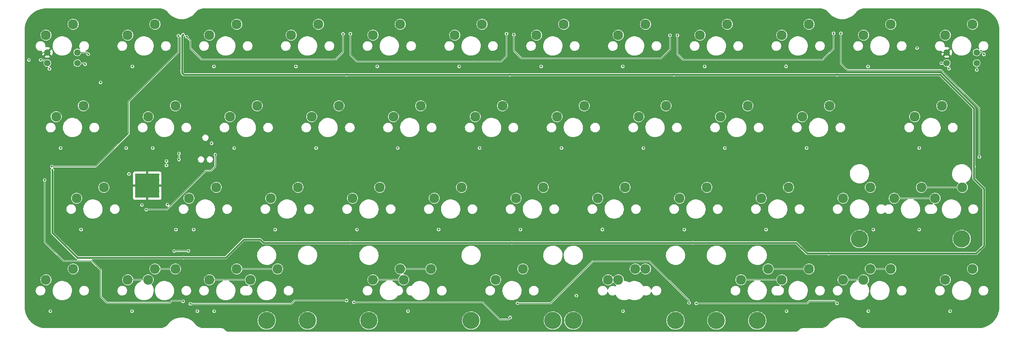
<source format=gbr>
%TF.GenerationSoftware,KiCad,Pcbnew,7.0.6-7.0.6~ubuntu23.04.1*%
%TF.CreationDate,2023-08-05T22:50:07-04:00*%
%TF.ProjectId,Koneko40Stagger,4b6f6e65-6b6f-4343-9053-746167676572,rev?*%
%TF.SameCoordinates,Original*%
%TF.FileFunction,Copper,L1,Top*%
%TF.FilePolarity,Positive*%
%FSLAX46Y46*%
G04 Gerber Fmt 4.6, Leading zero omitted, Abs format (unit mm)*
G04 Created by KiCad (PCBNEW 7.0.6-7.0.6~ubuntu23.04.1) date 2023-08-05 22:50:07*
%MOMM*%
%LPD*%
G01*
G04 APERTURE LIST*
%TA.AperFunction,ComponentPad*%
%ADD10C,0.500000*%
%TD*%
%TA.AperFunction,SMDPad,CuDef*%
%ADD11R,5.600000X5.600000*%
%TD*%
%TA.AperFunction,ComponentPad*%
%ADD12C,2.300000*%
%TD*%
%TA.AperFunction,ComponentPad*%
%ADD13C,4.000000*%
%TD*%
%TA.AperFunction,SMDPad,CuDef*%
%ADD14C,1.500000*%
%TD*%
%TA.AperFunction,ViaPad*%
%ADD15C,0.500000*%
%TD*%
%TA.AperFunction,Conductor*%
%ADD16C,0.127000*%
%TD*%
%TA.AperFunction,Conductor*%
%ADD17C,0.400000*%
%TD*%
G04 APERTURE END LIST*
D10*
%TO.P,U6,49,VSS*%
%TO.N,GND*%
X67110625Y-72100000D03*
X64560625Y-72100000D03*
X68385625Y-72100000D03*
X68385625Y-70825000D03*
X64560625Y-69550000D03*
D11*
X67110625Y-69550000D03*
D10*
X67110625Y-68275000D03*
X65835625Y-68275000D03*
X68385625Y-69550000D03*
X69660625Y-67000000D03*
X64560625Y-67000000D03*
X68385625Y-68275000D03*
X65835625Y-72100000D03*
X69660625Y-72100000D03*
X65835625Y-70825000D03*
X69660625Y-68275000D03*
X67110625Y-70825000D03*
X69660625Y-69550000D03*
X68385625Y-67000000D03*
X69660625Y-70825000D03*
X67110625Y-69550000D03*
X64560625Y-70825000D03*
X67110625Y-67000000D03*
X64560625Y-68275000D03*
X65835625Y-67000000D03*
X65835625Y-69550000D03*
%TD*%
D12*
%TO.P,SW32,1,1*%
%TO.N,COL8*%
X210185000Y-72469375D03*
%TO.P,SW32,2,2*%
%TO.N,Net-(D32-A)*%
X216535000Y-69929375D03*
%TD*%
%TO.P,SW39,1,1*%
%TO.N,COL2*%
X91122500Y-91519375D03*
%TO.P,SW39,2,2*%
%TO.N,Net-(D37-A)*%
X97472500Y-88979375D03*
%TD*%
D13*
%TO.P,S2,*%
%TO.N,*%
X209232500Y-101044375D03*
X94932500Y-101044375D03*
%TD*%
D12*
%TO.P,SW16,1,1*%
%TO.N,COL3*%
X105410000Y-53419375D03*
%TO.P,SW16,2,2*%
%TO.N,Net-(D16-A)*%
X111760000Y-50879375D03*
%TD*%
%TO.P,SW46,1,1*%
%TO.N,COL6*%
X176847500Y-91519375D03*
%TO.P,SW46,2,2*%
%TO.N,Net-(D41-A)*%
X183197500Y-88979375D03*
%TD*%
%TO.P,SW11,1,1*%
%TO.N,COL10*%
X233997500Y-34369375D03*
%TO.P,SW11,2,2*%
%TO.N,Net-(D11-A)*%
X240347500Y-31829375D03*
%TD*%
D14*
%TO.P,SW44,A,A*%
%TO.N,ENC1A*%
X260357500Y-40909375D03*
%TO.P,SW44,B,B*%
%TO.N,ENC1B*%
X260357500Y-38409375D03*
%TO.P,SW44,C,C*%
%TO.N,GND*%
X253357500Y-38409375D03*
%TO.P,SW44,S,S*%
%TO.N,Net-(Q2-G)*%
X253357500Y-40909375D03*
%TD*%
D12*
%TO.P,SW8,1,1*%
%TO.N,COL7*%
X176847500Y-34369375D03*
%TO.P,SW8,2,2*%
%TO.N,Net-(D8-A)*%
X183197500Y-31829375D03*
%TD*%
%TO.P,SW22,1,1*%
%TO.N,COL9*%
X219710000Y-53419375D03*
%TO.P,SW22,2,2*%
%TO.N,Net-(D22-A)*%
X226060000Y-50879375D03*
%TD*%
%TO.P,SW28,1,1*%
%TO.N,COL4*%
X133985000Y-72469375D03*
%TO.P,SW28,2,2*%
%TO.N,Net-(D28-A)*%
X140335000Y-69929375D03*
%TD*%
%TO.P,SW49,1,1*%
%TO.N,COL8*%
X229235000Y-91519375D03*
%TO.P,SW49,2,2*%
%TO.N,Net-(D42-A)*%
X235585000Y-88979375D03*
%TD*%
%TO.P,SW48,1,1*%
%TO.N,COL8*%
X233997500Y-91519375D03*
%TO.P,SW48,2,2*%
%TO.N,Net-(D42-A)*%
X240347500Y-88979375D03*
%TD*%
D13*
%TO.P,S1,*%
%TO.N,*%
X209232500Y-101044375D03*
X94932500Y-101044375D03*
%TD*%
D12*
%TO.P,SW45,1,1*%
%TO.N,COL6*%
X174466250Y-91519375D03*
%TO.P,SW45,2,2*%
%TO.N,Net-(D41-A)*%
X180816250Y-88979375D03*
%TD*%
%TO.P,SW10,1,1*%
%TO.N,COL9*%
X214947500Y-34369375D03*
%TO.P,SW10,2,2*%
%TO.N,Net-(D10-A)*%
X221297500Y-31829375D03*
%TD*%
D13*
%TO.P,S3,*%
%TO.N,*%
X199707500Y-101044375D03*
X161607500Y-101044375D03*
%TD*%
D12*
%TO.P,SW34,1,1*%
%TO.N,COL10*%
X250666250Y-72469375D03*
%TO.P,SW34,2,2*%
%TO.N,Net-(D34-A)*%
X257016250Y-69929375D03*
%TD*%
%TO.P,SW29,1,1*%
%TO.N,COL5*%
X153035000Y-72469375D03*
%TO.P,SW29,2,2*%
%TO.N,Net-(D29-A)*%
X159385000Y-69929375D03*
%TD*%
%TO.P,SW19,1,1*%
%TO.N,COL6*%
X162560000Y-53419375D03*
%TO.P,SW19,2,2*%
%TO.N,Net-(D19-A)*%
X168910000Y-50879375D03*
%TD*%
%TO.P,SW4,1,1*%
%TO.N,COL3*%
X100647500Y-34369375D03*
%TO.P,SW4,2,2*%
%TO.N,Net-(D4-A)*%
X106997500Y-31829375D03*
%TD*%
%TO.P,SW47,1,1*%
%TO.N,COL7*%
X205422500Y-91519375D03*
%TO.P,SW47,2,2*%
%TO.N,Net-(D39-A)*%
X211772500Y-88979375D03*
%TD*%
%TO.P,SW9,1,1*%
%TO.N,COL8*%
X195897500Y-34369375D03*
%TO.P,SW9,2,2*%
%TO.N,Net-(D9-A)*%
X202247500Y-31829375D03*
%TD*%
D13*
%TO.P,S4,*%
%TO.N,*%
X190182500Y-101044375D03*
X166370000Y-101044375D03*
%TD*%
D12*
%TO.P,SW1,1,1*%
%TO.N,COL0*%
X43497500Y-34369375D03*
%TO.P,SW1,2,2*%
%TO.N,/Switch Matrix/D1*%
X49847500Y-31829375D03*
%TD*%
%TO.P,SW36,1,1*%
%TO.N,COL1*%
X62547500Y-91519375D03*
%TO.P,SW36,2,2*%
%TO.N,Net-(D36-A)*%
X68897500Y-88979375D03*
%TD*%
%TO.P,SW33,1,1*%
%TO.N,COL9*%
X229235000Y-72469375D03*
%TO.P,SW33,2,2*%
%TO.N,Net-(D33-A)*%
X235585000Y-69929375D03*
%TD*%
%TO.P,SW52,1,1*%
%TO.N,COL10*%
X241141250Y-72469375D03*
%TO.P,SW52,2,2*%
%TO.N,Net-(D34-A)*%
X247491250Y-69929375D03*
%TD*%
%TO.P,SW3,1,1*%
%TO.N,COL2*%
X81597500Y-34369375D03*
%TO.P,SW3,2,2*%
%TO.N,Net-(D3-A)*%
X87947500Y-31829375D03*
%TD*%
D13*
%TO.P,S41,*%
%TO.N,*%
X142557500Y-101044375D03*
X118745000Y-101044375D03*
%TD*%
%TO.P,S40,*%
%TO.N,*%
X142557500Y-101044375D03*
X104457500Y-101044375D03*
%TD*%
D12*
%TO.P,SW27,1,1*%
%TO.N,COL3*%
X114935000Y-72469375D03*
%TO.P,SW27,2,2*%
%TO.N,Net-(D27-A)*%
X121285000Y-69929375D03*
%TD*%
%TO.P,SW12,1,1*%
%TO.N,COL11*%
X253047500Y-34369375D03*
%TO.P,SW12,2,2*%
%TO.N,/Switch Matrix/D12*%
X259397500Y-31829375D03*
%TD*%
%TO.P,SW50,1,1*%
%TO.N,COL7*%
X214947500Y-91519375D03*
%TO.P,SW50,2,2*%
%TO.N,Net-(D39-A)*%
X221297500Y-88979375D03*
%TD*%
%TO.P,SW35,1,1*%
%TO.N,COL0*%
X43497500Y-91519375D03*
%TO.P,SW35,2,2*%
%TO.N,Net-(D35-A)*%
X49847500Y-88979375D03*
%TD*%
%TO.P,SW13,1,1*%
%TO.N,COL0*%
X45878750Y-53419375D03*
%TO.P,SW13,2,2*%
%TO.N,Net-(D13-A)*%
X52228750Y-50879375D03*
%TD*%
%TO.P,SW38,1,1*%
%TO.N,COL2*%
X81597500Y-91519375D03*
%TO.P,SW38,2,2*%
%TO.N,Net-(D37-A)*%
X87947500Y-88979375D03*
%TD*%
%TO.P,SW31,1,1*%
%TO.N,COL7*%
X191135000Y-72469375D03*
%TO.P,SW31,2,2*%
%TO.N,Net-(D31-A)*%
X197485000Y-69929375D03*
%TD*%
%TO.P,SW51,1,1*%
%TO.N,COL10*%
X253047500Y-91519375D03*
%TO.P,SW51,2,2*%
%TO.N,Net-(D44-A)*%
X259397500Y-88979375D03*
%TD*%
%TO.P,SW23,1,1*%
%TO.N,COL10*%
X245903750Y-53419375D03*
%TO.P,SW23,2,2*%
%TO.N,Net-(D23-A)*%
X252253750Y-50879375D03*
%TD*%
%TO.P,SW17,1,1*%
%TO.N,COL4*%
X124460000Y-53419375D03*
%TO.P,SW17,2,2*%
%TO.N,Net-(D17-A)*%
X130810000Y-50879375D03*
%TD*%
D13*
%TO.P,S35,*%
%TO.N,*%
X256857500Y-81994375D03*
X233045000Y-81994375D03*
%TD*%
D12*
%TO.P,SW25,1,1*%
%TO.N,COL1*%
X76835000Y-72469375D03*
%TO.P,SW25,2,2*%
%TO.N,Net-(D25-A)*%
X83185000Y-69929375D03*
%TD*%
%TO.P,SW5,1,1*%
%TO.N,COL4*%
X119697500Y-34369375D03*
%TO.P,SW5,2,2*%
%TO.N,Net-(D5-A)*%
X126047500Y-31829375D03*
%TD*%
D14*
%TO.P,SW43,A,A*%
%TO.N,ENC0A*%
X50807500Y-40909375D03*
%TO.P,SW43,B,B*%
%TO.N,ENC0B*%
X50807500Y-38409375D03*
%TO.P,SW43,C,C*%
%TO.N,GND*%
X43807500Y-38409375D03*
%TO.P,SW43,S,S*%
%TO.N,Net-(Q3-G)*%
X43807500Y-40909375D03*
%TD*%
D12*
%TO.P,SW7,1,1*%
%TO.N,COL6*%
X157797500Y-34369375D03*
%TO.P,SW7,2,2*%
%TO.N,Net-(D7-A)*%
X164147500Y-31829375D03*
%TD*%
%TO.P,SW30,1,1*%
%TO.N,COL6*%
X172085000Y-72469375D03*
%TO.P,SW30,2,2*%
%TO.N,Net-(D30-A)*%
X178435000Y-69929375D03*
%TD*%
%TO.P,SW2,1,1*%
%TO.N,COL1*%
X62547500Y-34369375D03*
%TO.P,SW2,2,2*%
%TO.N,Net-(D2-A)*%
X68897500Y-31829375D03*
%TD*%
%TO.P,SW42,1,1*%
%TO.N,COL5*%
X148272500Y-91519375D03*
%TO.P,SW42,2,2*%
%TO.N,Net-(D40-A)*%
X154622500Y-88979375D03*
%TD*%
%TO.P,SW15,1,1*%
%TO.N,COL2*%
X86360000Y-53419375D03*
%TO.P,SW15,2,2*%
%TO.N,Net-(D15-A)*%
X92710000Y-50879375D03*
%TD*%
%TO.P,SW24,1,1*%
%TO.N,COL0*%
X50641250Y-72469375D03*
%TO.P,SW24,2,2*%
%TO.N,Net-(D24-A)*%
X56991250Y-69929375D03*
%TD*%
%TO.P,SW18,1,1*%
%TO.N,COL5*%
X143510000Y-53419375D03*
%TO.P,SW18,2,2*%
%TO.N,Net-(D18-A)*%
X149860000Y-50879375D03*
%TD*%
%TO.P,SW21,1,1*%
%TO.N,COL8*%
X200660000Y-53419375D03*
%TO.P,SW21,2,2*%
%TO.N,Net-(D21-A)*%
X207010000Y-50879375D03*
%TD*%
%TO.P,SW40,1,1*%
%TO.N,COL3*%
X119697500Y-91519375D03*
%TO.P,SW40,2,2*%
%TO.N,Net-(D38-A)*%
X126047500Y-88979375D03*
%TD*%
%TO.P,SW26,1,1*%
%TO.N,COL2*%
X95885000Y-72469375D03*
%TO.P,SW26,2,2*%
%TO.N,Net-(D26-A)*%
X102235000Y-69929375D03*
%TD*%
%TO.P,SW41,1,1*%
%TO.N,COL3*%
X126841250Y-91519375D03*
%TO.P,SW41,2,2*%
%TO.N,Net-(D38-A)*%
X133191250Y-88979375D03*
%TD*%
%TO.P,SW37,1,1*%
%TO.N,COL1*%
X67310000Y-91519375D03*
%TO.P,SW37,2,2*%
%TO.N,Net-(D36-A)*%
X73660000Y-88979375D03*
%TD*%
%TO.P,SW20,1,1*%
%TO.N,COL7*%
X181610000Y-53419375D03*
%TO.P,SW20,2,2*%
%TO.N,Net-(D20-A)*%
X187960000Y-50879375D03*
%TD*%
%TO.P,SW6,1,1*%
%TO.N,COL5*%
X138747500Y-34369375D03*
%TO.P,SW6,2,2*%
%TO.N,Net-(D6-A)*%
X145097500Y-31829375D03*
%TD*%
%TO.P,SW14,1,1*%
%TO.N,COL1*%
X67310000Y-53419375D03*
%TO.P,SW14,2,2*%
%TO.N,Net-(D14-A)*%
X73660000Y-50879375D03*
%TD*%
D15*
%TO.N,GND*%
X75502500Y-69064375D03*
X84842500Y-78314375D03*
X85352500Y-72564375D03*
X80682500Y-71004375D03*
%TO.N,/~{RST}*%
X82962500Y-62284375D03*
X66860625Y-75124375D03*
%TO.N,GND*%
X82082500Y-62144375D03*
%TO.N,+3.3V*%
X82092500Y-59614375D03*
%TO.N,Net-(LED11-DOUT)*%
X228712500Y-33944375D03*
X260972500Y-62814375D03*
%TO.N,Net-(LED10-DOUT)*%
X190612500Y-34394375D03*
X227012500Y-33944375D03*
%TO.N,Net-(LED10-DIN)*%
X152512500Y-34224375D03*
X188902500Y-34404375D03*
%TO.N,Net-(LED8-DOUT)*%
X114412500Y-34034375D03*
X150812500Y-34034375D03*
%TO.N,Net-(LED7-DOUT)*%
X76312500Y-34764375D03*
X112712500Y-34094375D03*
%TO.N,Net-(LED6-DOUT)*%
X44852500Y-65054375D03*
X74352500Y-34514375D03*
%TO.N,Net-(LED5-DOUT)*%
X75452500Y-96544375D03*
X43192500Y-68204375D03*
%TO.N,Net-(LED4-DOUT)*%
X77152500Y-97144375D03*
X113552500Y-96364375D03*
%TO.N,Net-(LED3-DOUT)*%
X151652500Y-100334375D03*
X115252500Y-96764375D03*
%TO.N,Net-(LED2-DOUT)*%
X153362500Y-97004375D03*
X193332500Y-96914375D03*
%TO.N,Net-(LED1-DOUT)*%
X195022500Y-97024375D03*
X227832500Y-97024375D03*
%TO.N,/RGB_CTRL*%
X73372500Y-84794375D03*
X76702500Y-84784375D03*
%TO.N,GND*%
X74602500Y-96904375D03*
X112692500Y-97114375D03*
X150802500Y-99934375D03*
X192482500Y-96984375D03*
X227002500Y-97054375D03*
%TO.N,/VFused_*%
X225852500Y-85384375D03*
%TO.N,GND*%
X77162500Y-33994375D03*
X44332500Y-64194375D03*
%TO.N,/VFused_*%
X113552500Y-43624375D03*
%TO.N,GND*%
X115262500Y-33924375D03*
X153372500Y-33884375D03*
%TO.N,/VFused_*%
X151652500Y-43624375D03*
%TO.N,GND*%
X191452500Y-33894375D03*
%TO.N,/VFused_*%
X189762500Y-43624375D03*
%TO.N,GND*%
X229562500Y-33924375D03*
%TO.N,/VFused_*%
X227852500Y-43624375D03*
%TO.N,GND*%
X262892500Y-66764375D03*
%TO.N,/VFused_*%
X259712500Y-65044375D03*
X194182500Y-82884375D03*
X152022500Y-82884375D03*
X114412500Y-82884375D03*
X75572500Y-86364375D03*
X44982500Y-65904375D03*
X75452500Y-34274375D03*
X75192500Y-42544375D03*
%TO.N,ROW3*%
X78772500Y-98824375D03*
%TO.N,ROW2*%
X73782500Y-79774375D03*
%TO.N,GND*%
X62942500Y-82884375D03*
X60312500Y-66794375D03*
%TO.N,+3.3V*%
X62832500Y-66804375D03*
%TO.N,GND*%
X65872500Y-76484375D03*
%TO.N,+3.3V*%
X65862500Y-74044375D03*
%TO.N,GND*%
X69112500Y-64304375D03*
X69122500Y-63504375D03*
%TO.N,+3.3V*%
X71572500Y-63784375D03*
X71562500Y-64794375D03*
X71782500Y-73954375D03*
%TO.N,ENC1B*%
X262052500Y-38874375D03*
%TO.N,ENC1A*%
X260352500Y-42494375D03*
%TO.N,/SWCLK*%
X74482500Y-63424375D03*
X74482500Y-61994375D03*
%TO.N,ENC0A*%
X52622500Y-41154375D03*
%TO.N,ENC0B*%
X53342500Y-38834375D03*
%TO.N,ROW1*%
X62172500Y-60724375D03*
%TO.N,GND*%
X42502500Y-38614375D03*
X252132500Y-38404375D03*
%TO.N,Net-(Q2-G)*%
X252112500Y-40924375D03*
%TO.N,+3.3V*%
X246482500Y-37384375D03*
X39522500Y-40164375D03*
%TO.N,Net-(Q3-G)*%
X42272500Y-40164375D03*
%TO.N,GND*%
X72562500Y-45564375D03*
X75062500Y-45554375D03*
X57502500Y-48634375D03*
X56212500Y-47334375D03*
X60132500Y-44124375D03*
%TO.N,+3.3V*%
X56216430Y-45431426D03*
%TO.N,ROW3*%
X167072500Y-95224375D03*
%TO.N,ROW0*%
X253892500Y-42184375D03*
X235052500Y-41674375D03*
X215932500Y-41664375D03*
X196962500Y-41674375D03*
X177882500Y-41674375D03*
X158862500Y-41674375D03*
X139772500Y-41674375D03*
X120682500Y-41674375D03*
X101712500Y-41674375D03*
X82642500Y-41674375D03*
X63612500Y-41674375D03*
X44302500Y-42244375D03*
%TO.N,ROW1*%
X246972500Y-60724375D03*
X220742500Y-60724375D03*
X201672500Y-60724375D03*
X182692500Y-60724375D03*
X163612500Y-60724375D03*
X144522500Y-60724375D03*
X125452500Y-60724375D03*
X106452500Y-60724375D03*
X87362500Y-60724375D03*
X68372500Y-60724375D03*
X46922500Y-60724375D03*
%TO.N,ROW2*%
X51672500Y-79774375D03*
X77912500Y-79774375D03*
X96902500Y-79774375D03*
X115982500Y-79774375D03*
X134982500Y-79774375D03*
X154052500Y-79774375D03*
X173152500Y-79764375D03*
X192222500Y-79774375D03*
X211272500Y-79774375D03*
X236282500Y-79774375D03*
X246952500Y-79774375D03*
%TO.N,ROW3*%
X254162500Y-98824375D03*
X235112500Y-98824375D03*
X216042500Y-98824375D03*
X177942500Y-98824375D03*
X44522500Y-98824375D03*
X63532500Y-98824375D03*
X82702500Y-98824375D03*
X127862500Y-98824375D03*
%TD*%
D16*
%TO.N,/~{RST}*%
X82962500Y-65004375D02*
X82962500Y-62284375D01*
X71632500Y-75124375D02*
X72422500Y-74334375D01*
X81862500Y-66104375D02*
X82962500Y-65004375D01*
X66860625Y-75124375D02*
X71632500Y-75124375D01*
X72422500Y-74334375D02*
X80652500Y-66104375D01*
X80652500Y-66104375D02*
X81862500Y-66104375D01*
%TO.N,Net-(LED11-DOUT)*%
X230272500Y-42564375D02*
X236752500Y-42564375D01*
X252882500Y-43354375D02*
X260972500Y-51444375D01*
X252092500Y-42564375D02*
X252882500Y-43354375D01*
X229602500Y-41894375D02*
X230272500Y-42564375D01*
X228712500Y-33944375D02*
X228712500Y-41004375D01*
X260972500Y-51444375D02*
X260972500Y-62814375D01*
X228712500Y-41004375D02*
X229602500Y-41894375D01*
X236752500Y-42564375D02*
X252092500Y-42564375D01*
%TO.N,Net-(LED10-DOUT)*%
X206462500Y-40134375D02*
X224412500Y-40134375D01*
X190612500Y-38774375D02*
X191552500Y-39714375D01*
X190612500Y-34394375D02*
X190612500Y-38774375D01*
X227012500Y-37534375D02*
X227012500Y-35514375D01*
X224412500Y-40134375D02*
X224942500Y-39604375D01*
X191552500Y-39714375D02*
X191972500Y-40134375D01*
X191972500Y-40134375D02*
X206462500Y-40134375D01*
X224942500Y-39604375D02*
X227012500Y-37534375D01*
X227012500Y-35514375D02*
X227012500Y-33944375D01*
%TO.N,Net-(LED10-DIN)*%
X186852500Y-39794375D02*
X187362500Y-39284375D01*
X154322500Y-39794375D02*
X186852500Y-39794375D01*
X188902500Y-37744375D02*
X188902500Y-34404375D01*
X152512500Y-34224375D02*
X152512500Y-37984375D01*
X152512500Y-37984375D02*
X154322500Y-39794375D01*
X187362500Y-39284375D02*
X188902500Y-37744375D01*
%TO.N,Net-(LED8-DOUT)*%
X116002500Y-40554375D02*
X149472500Y-40554375D01*
X114412500Y-34034375D02*
X114412500Y-38964375D01*
X114412500Y-38964375D02*
X116002500Y-40554375D01*
X149472500Y-40554375D02*
X150812500Y-39214375D01*
X150812500Y-39214375D02*
X150812500Y-34034375D01*
%TO.N,Net-(LED7-DOUT)*%
X79812500Y-40064375D02*
X82362500Y-40064375D01*
X77142500Y-37394375D02*
X79812500Y-40064375D01*
X112712500Y-38344375D02*
X112712500Y-34094375D01*
X110992500Y-40064375D02*
X111772500Y-39284375D01*
X111772500Y-39284375D02*
X112712500Y-38344375D01*
X82362500Y-40064375D02*
X110992500Y-40064375D01*
X76312500Y-34764375D02*
X77142500Y-35594375D01*
X77142500Y-35594375D02*
X77142500Y-37394375D01*
%TO.N,Net-(LED6-DOUT)*%
X62802500Y-57364375D02*
X62802500Y-52554375D01*
X62802500Y-49854375D02*
X68752500Y-43904375D01*
X68752500Y-43904375D02*
X74352500Y-38304375D01*
X56932500Y-63234375D02*
X62802500Y-57364375D01*
X44852500Y-65054375D02*
X55112500Y-65054375D01*
X55112500Y-65054375D02*
X56932500Y-63234375D01*
X62802500Y-52554375D02*
X62802500Y-49854375D01*
X74352500Y-38304375D02*
X74352500Y-34514375D01*
%TO.N,Net-(LED5-DOUT)*%
X72642500Y-96554375D02*
X72282500Y-96914375D01*
X56262500Y-95394375D02*
X56262500Y-89194375D01*
X44182500Y-83754375D02*
X43192500Y-82764375D01*
X47552500Y-87124375D02*
X44182500Y-83754375D01*
X72282500Y-96914375D02*
X65622500Y-96914375D01*
X54192500Y-87124375D02*
X48252500Y-87124375D01*
X75349000Y-96440875D02*
X72756000Y-96440875D01*
X57782500Y-96914375D02*
X56262500Y-95394375D01*
X43192500Y-82764375D02*
X43192500Y-68204375D01*
X56262500Y-89194375D02*
X55312500Y-88244375D01*
X55312500Y-88244375D02*
X54192500Y-87124375D01*
X65622500Y-96914375D02*
X57782500Y-96914375D01*
X48252500Y-87124375D02*
X47552500Y-87124375D01*
X75452500Y-96544375D02*
X75349000Y-96440875D01*
X72756000Y-96440875D02*
X72642500Y-96554375D01*
%TO.N,Net-(LED4-DOUT)*%
X77192500Y-97184375D02*
X77152500Y-97144375D01*
X100592500Y-97184375D02*
X77192500Y-97184375D01*
X113552500Y-96364375D02*
X101412500Y-96364375D01*
X101412500Y-96364375D02*
X100592500Y-97184375D01*
%TO.N,Net-(LED3-DOUT)*%
X149362500Y-100824375D02*
X147452500Y-98914375D01*
X145302500Y-96764375D02*
X115252500Y-96764375D01*
X149722500Y-100824375D02*
X149362500Y-100824375D01*
X151652500Y-100334375D02*
X151162500Y-100824375D01*
X151162500Y-100824375D02*
X149722500Y-100824375D01*
X147452500Y-98914375D02*
X145302500Y-96764375D01*
%TO.N,Net-(LED2-DOUT)*%
X184192500Y-87204375D02*
X179462500Y-87204375D01*
X192992500Y-96004375D02*
X184192500Y-87204375D01*
X161082500Y-97004375D02*
X153362500Y-97004375D01*
X179462500Y-87204375D02*
X170882500Y-87204375D01*
X193332500Y-96914375D02*
X193332500Y-96344375D01*
X168592500Y-89494375D02*
X161082500Y-97004375D01*
X193332500Y-96344375D02*
X192992500Y-96004375D01*
X170882500Y-87204375D02*
X168592500Y-89494375D01*
%TO.N,Net-(LED1-DOUT)*%
X221352500Y-96494375D02*
X221152500Y-96694375D01*
X227022500Y-96494375D02*
X221352500Y-96494375D01*
X221152500Y-96694375D02*
X220822500Y-97024375D01*
X227832500Y-97024375D02*
X227302500Y-96494375D01*
X227302500Y-96494375D02*
X227022500Y-96494375D01*
X220822500Y-97024375D02*
X195022500Y-97024375D01*
%TO.N,/RGB_CTRL*%
X76692500Y-84794375D02*
X76702500Y-84784375D01*
X73372500Y-84794375D02*
X76692500Y-84794375D01*
D17*
%TO.N,/VFused_*%
X225852500Y-85384375D02*
X220822500Y-85384375D01*
X260242500Y-85384375D02*
X225852500Y-85384375D01*
X75592500Y-43624375D02*
X113552500Y-43624375D01*
X113552500Y-43624375D02*
X151652500Y-43624375D01*
X151652500Y-43624375D02*
X189762500Y-43624375D01*
X189762500Y-43624375D02*
X227852500Y-43624375D01*
X227852500Y-43624375D02*
X251812500Y-43624375D01*
X259712500Y-51524375D02*
X259712500Y-65044375D01*
X259712500Y-65044375D02*
X259712500Y-67914375D01*
X218322500Y-82884375D02*
X194182500Y-82884375D01*
X194182500Y-82884375D02*
X152022500Y-82884375D01*
X152022500Y-82884375D02*
X114412500Y-82884375D01*
X114412500Y-82884375D02*
X94162500Y-82884375D01*
X93402500Y-82124375D02*
X89572500Y-82124375D01*
X220822500Y-85384375D02*
X218322500Y-82884375D01*
X262052500Y-83574375D02*
X260242500Y-85384375D01*
X262052500Y-70254375D02*
X262052500Y-83574375D01*
X75192500Y-43224375D02*
X75592500Y-43624375D01*
X251812500Y-43624375D02*
X259712500Y-51524375D01*
X94162500Y-82884375D02*
X93402500Y-82124375D01*
X259712500Y-67914375D02*
X262052500Y-70254375D01*
X75192500Y-42544375D02*
X75192500Y-43224375D01*
X89572500Y-82124375D02*
X85332500Y-86364375D01*
X85332500Y-86364375D02*
X75572500Y-86364375D01*
X75572500Y-86364375D02*
X75302500Y-86364375D01*
X44982500Y-80554375D02*
X44982500Y-65904375D01*
X50792500Y-86364375D02*
X48002500Y-83574375D01*
X75302500Y-86364375D02*
X50792500Y-86364375D01*
X48002500Y-83574375D02*
X44982500Y-80554375D01*
X75192500Y-34534375D02*
X75452500Y-34274375D01*
X75192500Y-42544375D02*
X75192500Y-34534375D01*
D16*
%TO.N,ENC1B*%
X261587500Y-38409375D02*
X262052500Y-38874375D01*
X260357500Y-38409375D02*
X261587500Y-38409375D01*
%TO.N,ENC1A*%
X260352500Y-42494375D02*
X260357500Y-42489375D01*
X260357500Y-42489375D02*
X260357500Y-40909375D01*
%TO.N,/SWCLK*%
X74482500Y-61994375D02*
X74482500Y-63424375D01*
%TO.N,ENC0A*%
X52377500Y-40909375D02*
X52622500Y-41154375D01*
X50807500Y-40909375D02*
X52377500Y-40909375D01*
%TO.N,ENC0B*%
X50807500Y-38409375D02*
X52917500Y-38409375D01*
X52917500Y-38409375D02*
X53342500Y-38834375D01*
%TO.N,GND*%
X42707500Y-38409375D02*
X42502500Y-38614375D01*
X43807500Y-38409375D02*
X42707500Y-38409375D01*
X252137500Y-38409375D02*
X252132500Y-38404375D01*
X253357500Y-38409375D02*
X252137500Y-38409375D01*
%TO.N,Net-(Q2-G)*%
X252112500Y-40924375D02*
X253342500Y-40924375D01*
X253342500Y-40924375D02*
X253357500Y-40909375D01*
%TO.N,Net-(Q3-G)*%
X43062500Y-40164375D02*
X43807500Y-40909375D01*
X42272500Y-40164375D02*
X43062500Y-40164375D01*
%TO.N,COL1*%
X62547500Y-91519375D02*
X67310000Y-91519375D01*
%TO.N,COL2*%
X81597500Y-91519375D02*
X91122500Y-91519375D01*
%TO.N,COL3*%
X119697500Y-91519375D02*
X126841250Y-91519375D01*
%TO.N,COL6*%
X174466250Y-91519375D02*
X176847500Y-91519375D01*
%TO.N,COL7*%
X205422500Y-91519375D02*
X214947500Y-91519375D01*
%TO.N,COL8*%
X229235000Y-91519375D02*
X233997500Y-91519375D01*
%TO.N,Net-(D34-A)*%
X247491250Y-69929375D02*
X257016250Y-69929375D01*
%TO.N,Net-(D36-A)*%
X68897500Y-88979375D02*
X73660000Y-88979375D01*
%TO.N,Net-(D37-A)*%
X87947500Y-88979375D02*
X97472500Y-88979375D01*
%TO.N,Net-(D38-A)*%
X133191250Y-88979375D02*
X126047500Y-88979375D01*
%TO.N,Net-(D39-A)*%
X211772500Y-88979375D02*
X221297500Y-88979375D01*
%TO.N,Net-(D41-A)*%
X180816250Y-88979375D02*
X183197500Y-88979375D01*
%TO.N,Net-(D42-A)*%
X235585000Y-88979375D02*
X240347500Y-88979375D01*
%TO.N,COL10*%
X241141250Y-72469375D02*
X250666250Y-72469375D01*
%TD*%
%TA.AperFunction,Conductor*%
%TO.N,GND*%
G36*
X74784334Y-34751448D02*
G01*
X74840267Y-34793320D01*
X74864684Y-34858784D01*
X74865000Y-34867630D01*
X74865000Y-42275183D01*
X74851485Y-42331478D01*
X74806852Y-42419073D01*
X74806852Y-42419074D01*
X74787008Y-42544371D01*
X74787008Y-42544378D01*
X74806852Y-42669675D01*
X74806852Y-42669676D01*
X74815437Y-42686524D01*
X74850717Y-42755765D01*
X74851485Y-42757271D01*
X74865000Y-42813566D01*
X74865000Y-43207369D01*
X74864764Y-43212776D01*
X74861212Y-43253358D01*
X74871757Y-43292710D01*
X74872928Y-43297993D01*
X74880003Y-43338115D01*
X74881732Y-43342866D01*
X74888968Y-43360334D01*
X74891106Y-43364919D01*
X74914472Y-43398289D01*
X74917379Y-43402853D01*
X74937747Y-43438132D01*
X74937751Y-43438136D01*
X74968963Y-43464326D01*
X74972942Y-43467971D01*
X75259070Y-43754100D01*
X75348891Y-43843921D01*
X75352546Y-43847910D01*
X75378736Y-43879121D01*
X75378740Y-43879125D01*
X75414028Y-43899498D01*
X75418593Y-43902407D01*
X75451955Y-43925768D01*
X75456572Y-43927921D01*
X75473980Y-43935131D01*
X75478757Y-43936870D01*
X75478761Y-43936872D01*
X75518902Y-43943949D01*
X75524159Y-43945115D01*
X75563515Y-43955661D01*
X75604094Y-43952110D01*
X75609496Y-43951875D01*
X113283309Y-43951875D01*
X113339602Y-43965389D01*
X113427196Y-44010021D01*
X113427197Y-44010021D01*
X113427199Y-44010022D01*
X113552497Y-44029867D01*
X113552500Y-44029867D01*
X113552503Y-44029867D01*
X113677800Y-44010022D01*
X113677801Y-44010022D01*
X113677802Y-44010021D01*
X113677804Y-44010021D01*
X113765397Y-43965389D01*
X113821691Y-43951875D01*
X151383309Y-43951875D01*
X151439602Y-43965389D01*
X151527196Y-44010021D01*
X151527197Y-44010021D01*
X151527199Y-44010022D01*
X151652497Y-44029867D01*
X151652500Y-44029867D01*
X151652503Y-44029867D01*
X151777800Y-44010022D01*
X151777801Y-44010022D01*
X151777802Y-44010021D01*
X151777804Y-44010021D01*
X151865397Y-43965389D01*
X151921691Y-43951875D01*
X189493309Y-43951875D01*
X189549602Y-43965389D01*
X189637196Y-44010021D01*
X189637197Y-44010021D01*
X189637199Y-44010022D01*
X189762497Y-44029867D01*
X189762500Y-44029867D01*
X189762503Y-44029867D01*
X189887800Y-44010022D01*
X189887801Y-44010022D01*
X189887802Y-44010021D01*
X189887804Y-44010021D01*
X189975397Y-43965389D01*
X190031691Y-43951875D01*
X227583309Y-43951875D01*
X227639602Y-43965389D01*
X227727196Y-44010021D01*
X227727197Y-44010021D01*
X227727199Y-44010022D01*
X227852497Y-44029867D01*
X227852500Y-44029867D01*
X227852503Y-44029867D01*
X227977800Y-44010022D01*
X227977801Y-44010022D01*
X227977802Y-44010021D01*
X227977804Y-44010021D01*
X228065397Y-43965389D01*
X228121691Y-43951875D01*
X251625484Y-43951875D01*
X251692523Y-43971560D01*
X251713165Y-43988194D01*
X259348681Y-51623710D01*
X259382166Y-51685033D01*
X259385000Y-51711391D01*
X259385000Y-64775184D01*
X259371485Y-64831479D01*
X259326852Y-64919073D01*
X259326852Y-64919074D01*
X259307008Y-65044371D01*
X259307008Y-65044378D01*
X259326852Y-65169675D01*
X259326852Y-65169676D01*
X259371484Y-65257270D01*
X259384999Y-65313565D01*
X259384999Y-67897373D01*
X259384763Y-67902779D01*
X259381212Y-67943358D01*
X259391757Y-67982711D01*
X259392928Y-67987993D01*
X259400003Y-68028116D01*
X259401732Y-68032866D01*
X259408968Y-68050334D01*
X259411106Y-68054919D01*
X259434472Y-68088289D01*
X259437379Y-68092853D01*
X259457747Y-68128132D01*
X259457751Y-68128136D01*
X259488963Y-68154326D01*
X259492942Y-68157971D01*
X260623156Y-69288185D01*
X261688681Y-70353710D01*
X261722166Y-70415033D01*
X261725000Y-70441391D01*
X261725000Y-83387358D01*
X261705315Y-83454397D01*
X261688681Y-83475039D01*
X260143165Y-85020556D01*
X260081842Y-85054041D01*
X260055484Y-85056875D01*
X226121691Y-85056875D01*
X226065397Y-85043360D01*
X225977804Y-84998729D01*
X225977803Y-84998728D01*
X225977800Y-84998727D01*
X225852503Y-84978883D01*
X225852497Y-84978883D01*
X225727199Y-84998727D01*
X225727198Y-84998727D01*
X225680117Y-85022717D01*
X225639602Y-85043360D01*
X225583309Y-85056875D01*
X221009517Y-85056875D01*
X220942478Y-85037190D01*
X220921836Y-85020556D01*
X220357605Y-84456325D01*
X218566096Y-82664817D01*
X218562451Y-82660838D01*
X218536261Y-82629626D01*
X218536257Y-82629622D01*
X218500978Y-82609254D01*
X218496414Y-82606347D01*
X218463044Y-82582981D01*
X218458459Y-82580843D01*
X218440991Y-82573607D01*
X218436240Y-82571878D01*
X218396118Y-82564803D01*
X218390835Y-82563632D01*
X218351481Y-82553087D01*
X218315391Y-82556246D01*
X218310898Y-82556639D01*
X218305495Y-82556875D01*
X194451691Y-82556875D01*
X194395397Y-82543360D01*
X194307804Y-82498729D01*
X194307803Y-82498728D01*
X194307800Y-82498727D01*
X194182503Y-82478883D01*
X194182497Y-82478883D01*
X194057199Y-82498727D01*
X194057198Y-82498727D01*
X194014358Y-82520556D01*
X193969602Y-82543360D01*
X193913309Y-82556875D01*
X152291691Y-82556875D01*
X152235397Y-82543360D01*
X152147804Y-82498729D01*
X152147803Y-82498728D01*
X152147800Y-82498727D01*
X152022503Y-82478883D01*
X152022497Y-82478883D01*
X151897199Y-82498727D01*
X151897198Y-82498727D01*
X151854358Y-82520556D01*
X151809602Y-82543360D01*
X151753309Y-82556875D01*
X114681691Y-82556875D01*
X114625397Y-82543360D01*
X114537804Y-82498729D01*
X114537803Y-82498728D01*
X114537800Y-82498727D01*
X114412503Y-82478883D01*
X114412497Y-82478883D01*
X114287199Y-82498727D01*
X114287198Y-82498727D01*
X114244358Y-82520556D01*
X114199602Y-82543360D01*
X114143309Y-82556875D01*
X94349517Y-82556875D01*
X94282478Y-82537190D01*
X94261836Y-82520556D01*
X94193155Y-82451875D01*
X93735654Y-81994375D01*
X230912529Y-81994375D01*
X230932390Y-82284746D01*
X230932391Y-82284748D01*
X230991603Y-82569694D01*
X230991608Y-82569713D01*
X231087479Y-82839469D01*
X231089073Y-82843954D01*
X231222975Y-83102373D01*
X231390818Y-83340152D01*
X231390822Y-83340156D01*
X231390822Y-83340157D01*
X231589478Y-83552864D01*
X231699908Y-83642705D01*
X231815246Y-83736540D01*
X231815248Y-83736541D01*
X231815249Y-83736542D01*
X232063926Y-83887765D01*
X232330874Y-84003717D01*
X232330879Y-84003719D01*
X232611136Y-84082243D01*
X232864631Y-84117085D01*
X232899474Y-84121875D01*
X232899475Y-84121875D01*
X233190526Y-84121875D01*
X233221612Y-84117602D01*
X233478864Y-84082243D01*
X233759121Y-84003719D01*
X234026075Y-83887764D01*
X234274754Y-83736540D01*
X234500525Y-83552861D01*
X234699182Y-83340152D01*
X234867025Y-83102373D01*
X235000927Y-82843954D01*
X235098393Y-82569709D01*
X235157609Y-82284746D01*
X235177471Y-81994375D01*
X235177471Y-81994374D01*
X254725029Y-81994374D01*
X254744890Y-82284746D01*
X254744891Y-82284748D01*
X254804103Y-82569694D01*
X254804108Y-82569713D01*
X254899979Y-82839469D01*
X254901573Y-82843954D01*
X255035475Y-83102373D01*
X255203318Y-83340152D01*
X255203322Y-83340156D01*
X255203322Y-83340157D01*
X255401978Y-83552864D01*
X255512408Y-83642705D01*
X255627746Y-83736540D01*
X255627748Y-83736541D01*
X255627749Y-83736542D01*
X255876426Y-83887765D01*
X256143374Y-84003717D01*
X256143379Y-84003719D01*
X256423636Y-84082243D01*
X256677131Y-84117085D01*
X256711974Y-84121875D01*
X256711975Y-84121875D01*
X257003026Y-84121875D01*
X257034112Y-84117602D01*
X257291364Y-84082243D01*
X257571621Y-84003719D01*
X257838575Y-83887764D01*
X258087254Y-83736540D01*
X258313025Y-83552861D01*
X258511682Y-83340152D01*
X258679525Y-83102373D01*
X258813427Y-82843954D01*
X258910893Y-82569709D01*
X258970109Y-82284746D01*
X258989971Y-81994375D01*
X258970109Y-81704004D01*
X258910893Y-81419041D01*
X258813427Y-81144796D01*
X258679525Y-80886377D01*
X258511682Y-80648598D01*
X258511677Y-80648592D01*
X258313021Y-80435885D01*
X258087250Y-80252207D01*
X257838573Y-80100984D01*
X257571625Y-79985032D01*
X257291370Y-79906508D01*
X257291365Y-79906507D01*
X257291364Y-79906507D01*
X257147194Y-79886690D01*
X257003026Y-79866875D01*
X257003025Y-79866875D01*
X256711975Y-79866875D01*
X256711974Y-79866875D01*
X256423636Y-79906507D01*
X256423629Y-79906508D01*
X256143374Y-79985032D01*
X255876426Y-80100984D01*
X255627749Y-80252207D01*
X255401978Y-80435885D01*
X255203322Y-80648592D01*
X255203322Y-80648593D01*
X255203319Y-80648595D01*
X255203318Y-80648598D01*
X255170622Y-80694918D01*
X255035475Y-80886376D01*
X254901572Y-81144797D01*
X254804108Y-81419036D01*
X254804103Y-81419055D01*
X254744891Y-81704001D01*
X254744890Y-81704003D01*
X254725029Y-81994374D01*
X235177471Y-81994374D01*
X235157609Y-81704004D01*
X235098393Y-81419041D01*
X235000927Y-81144796D01*
X234867025Y-80886377D01*
X234699182Y-80648598D01*
X234699177Y-80648592D01*
X234500521Y-80435885D01*
X234274750Y-80252207D01*
X234026073Y-80100984D01*
X233759125Y-79985032D01*
X233478870Y-79906508D01*
X233478865Y-79906507D01*
X233478864Y-79906507D01*
X233334694Y-79886690D01*
X233190526Y-79866875D01*
X233190525Y-79866875D01*
X232899475Y-79866875D01*
X232899474Y-79866875D01*
X232611136Y-79906507D01*
X232611129Y-79906508D01*
X232330874Y-79985032D01*
X232063926Y-80100984D01*
X231815249Y-80252207D01*
X231589478Y-80435885D01*
X231390822Y-80648592D01*
X231390822Y-80648593D01*
X231390819Y-80648595D01*
X231390818Y-80648598D01*
X231358122Y-80694918D01*
X231222975Y-80886376D01*
X231089072Y-81144797D01*
X230991608Y-81419036D01*
X230991603Y-81419055D01*
X230932391Y-81704001D01*
X230932390Y-81704003D01*
X230912529Y-81994375D01*
X93735654Y-81994375D01*
X93646096Y-81904817D01*
X93642451Y-81900838D01*
X93616261Y-81869626D01*
X93616257Y-81869622D01*
X93580978Y-81849254D01*
X93576414Y-81846347D01*
X93543044Y-81822981D01*
X93538459Y-81820843D01*
X93520991Y-81813607D01*
X93516240Y-81811878D01*
X93476118Y-81804803D01*
X93470835Y-81803632D01*
X93431481Y-81793087D01*
X93395391Y-81796246D01*
X93390898Y-81796639D01*
X93385495Y-81796875D01*
X89589509Y-81796875D01*
X89584106Y-81796639D01*
X89576297Y-81795955D01*
X89543515Y-81793087D01*
X89504158Y-81803633D01*
X89498875Y-81804804D01*
X89458763Y-81811876D01*
X89454035Y-81813597D01*
X89436496Y-81820862D01*
X89431956Y-81822979D01*
X89398586Y-81846346D01*
X89394023Y-81849253D01*
X89358740Y-81869624D01*
X89358739Y-81869625D01*
X89332553Y-81900832D01*
X89328897Y-81904821D01*
X86234992Y-84998729D01*
X85233165Y-86000556D01*
X85171842Y-86034041D01*
X85145484Y-86036875D01*
X75841691Y-86036875D01*
X75785397Y-86023360D01*
X75697804Y-85978729D01*
X75697803Y-85978728D01*
X75697800Y-85978727D01*
X75572503Y-85958883D01*
X75572497Y-85958883D01*
X75447199Y-85978727D01*
X75447198Y-85978727D01*
X75404358Y-86000556D01*
X75359602Y-86023360D01*
X75303309Y-86036875D01*
X50979517Y-86036875D01*
X50912478Y-86017190D01*
X50891836Y-86000556D01*
X49685658Y-84794378D01*
X72967008Y-84794378D01*
X72986852Y-84919675D01*
X72986852Y-84919676D01*
X72986854Y-84919679D01*
X73044450Y-85032717D01*
X73044452Y-85032719D01*
X73044454Y-85032722D01*
X73134152Y-85122420D01*
X73134154Y-85122421D01*
X73134158Y-85122425D01*
X73247196Y-85180021D01*
X73247197Y-85180021D01*
X73247199Y-85180022D01*
X73372497Y-85199867D01*
X73372500Y-85199867D01*
X73372503Y-85199867D01*
X73497800Y-85180022D01*
X73497801Y-85180022D01*
X73497802Y-85180021D01*
X73497804Y-85180021D01*
X73610842Y-85122425D01*
X73620847Y-85112420D01*
X73707451Y-85025817D01*
X73709280Y-85027646D01*
X73753129Y-84993828D01*
X73798127Y-84985375D01*
X76285745Y-84985375D01*
X76352784Y-85005060D01*
X76373426Y-85021694D01*
X76464152Y-85112420D01*
X76464154Y-85112421D01*
X76464158Y-85112425D01*
X76577196Y-85170021D01*
X76577197Y-85170021D01*
X76577199Y-85170022D01*
X76702497Y-85189867D01*
X76702500Y-85189867D01*
X76702503Y-85189867D01*
X76827800Y-85170022D01*
X76827801Y-85170022D01*
X76827802Y-85170021D01*
X76827804Y-85170021D01*
X76940842Y-85112425D01*
X77030550Y-85022717D01*
X77088146Y-84909679D01*
X77088146Y-84909677D01*
X77088147Y-84909676D01*
X77088147Y-84909675D01*
X77107992Y-84784378D01*
X77107992Y-84784371D01*
X77088147Y-84659074D01*
X77088147Y-84659073D01*
X77059767Y-84603375D01*
X77030550Y-84546033D01*
X77030546Y-84546029D01*
X77030545Y-84546027D01*
X76940847Y-84456329D01*
X76940844Y-84456327D01*
X76940842Y-84456325D01*
X76827804Y-84398729D01*
X76827803Y-84398728D01*
X76827800Y-84398727D01*
X76702503Y-84378883D01*
X76702497Y-84378883D01*
X76577199Y-84398727D01*
X76577198Y-84398727D01*
X76501837Y-84437126D01*
X76464158Y-84456325D01*
X76464156Y-84456326D01*
X76464157Y-84456326D01*
X76464152Y-84456329D01*
X76374452Y-84546029D01*
X76369929Y-84552256D01*
X76314601Y-84594924D01*
X76269608Y-84603375D01*
X73798127Y-84603375D01*
X73731088Y-84583690D01*
X73708257Y-84562126D01*
X73707451Y-84562933D01*
X73610847Y-84466329D01*
X73610844Y-84466327D01*
X73610842Y-84466325D01*
X73497804Y-84408729D01*
X73497803Y-84408728D01*
X73497800Y-84408727D01*
X73372503Y-84388883D01*
X73372497Y-84388883D01*
X73247199Y-84408727D01*
X73247198Y-84408727D01*
X73171837Y-84447126D01*
X73134158Y-84466325D01*
X73134157Y-84466326D01*
X73134152Y-84466329D01*
X73044454Y-84556027D01*
X73044451Y-84556032D01*
X73044450Y-84556033D01*
X73030358Y-84583690D01*
X72986852Y-84669073D01*
X72986852Y-84669074D01*
X72967008Y-84794371D01*
X72967008Y-84794378D01*
X49685658Y-84794378D01*
X48256493Y-83365214D01*
X48256473Y-83365192D01*
X45346319Y-80455038D01*
X45312834Y-80393715D01*
X45310000Y-80367357D01*
X45310000Y-79774378D01*
X51267008Y-79774378D01*
X51286852Y-79899675D01*
X51286852Y-79899676D01*
X51305305Y-79935892D01*
X51344450Y-80012717D01*
X51344452Y-80012719D01*
X51344454Y-80012722D01*
X51434152Y-80102420D01*
X51434154Y-80102421D01*
X51434158Y-80102425D01*
X51547196Y-80160021D01*
X51547197Y-80160021D01*
X51547199Y-80160022D01*
X51672497Y-80179867D01*
X51672500Y-80179867D01*
X51672503Y-80179867D01*
X51797800Y-80160022D01*
X51797801Y-80160022D01*
X51797802Y-80160021D01*
X51797804Y-80160021D01*
X51910842Y-80102425D01*
X52000550Y-80012717D01*
X52058146Y-79899679D01*
X52058146Y-79899677D01*
X52058147Y-79899676D01*
X52058147Y-79899675D01*
X52077992Y-79774378D01*
X73377008Y-79774378D01*
X73396852Y-79899675D01*
X73396852Y-79899676D01*
X73415305Y-79935892D01*
X73454450Y-80012717D01*
X73454452Y-80012719D01*
X73454454Y-80012722D01*
X73544152Y-80102420D01*
X73544154Y-80102421D01*
X73544158Y-80102425D01*
X73657196Y-80160021D01*
X73657197Y-80160021D01*
X73657199Y-80160022D01*
X73782497Y-80179867D01*
X73782500Y-80179867D01*
X73782503Y-80179867D01*
X73907800Y-80160022D01*
X73907801Y-80160022D01*
X73907802Y-80160021D01*
X73907804Y-80160021D01*
X74020842Y-80102425D01*
X74110550Y-80012717D01*
X74168146Y-79899679D01*
X74168146Y-79899677D01*
X74168147Y-79899676D01*
X74168147Y-79899675D01*
X74187992Y-79774378D01*
X77507008Y-79774378D01*
X77526852Y-79899675D01*
X77526852Y-79899676D01*
X77545305Y-79935892D01*
X77584450Y-80012717D01*
X77584452Y-80012719D01*
X77584454Y-80012722D01*
X77674152Y-80102420D01*
X77674154Y-80102421D01*
X77674158Y-80102425D01*
X77787196Y-80160021D01*
X77787197Y-80160021D01*
X77787199Y-80160022D01*
X77912497Y-80179867D01*
X77912500Y-80179867D01*
X77912503Y-80179867D01*
X78037800Y-80160022D01*
X78037801Y-80160022D01*
X78037802Y-80160021D01*
X78037804Y-80160021D01*
X78150842Y-80102425D01*
X78240550Y-80012717D01*
X78298146Y-79899679D01*
X78298146Y-79899677D01*
X78298147Y-79899676D01*
X78298147Y-79899675D01*
X78317992Y-79774378D01*
X96497008Y-79774378D01*
X96516852Y-79899675D01*
X96516852Y-79899676D01*
X96535305Y-79935892D01*
X96574450Y-80012717D01*
X96574452Y-80012719D01*
X96574454Y-80012722D01*
X96664152Y-80102420D01*
X96664154Y-80102421D01*
X96664158Y-80102425D01*
X96777196Y-80160021D01*
X96777197Y-80160021D01*
X96777199Y-80160022D01*
X96902497Y-80179867D01*
X96902500Y-80179867D01*
X96902503Y-80179867D01*
X97027800Y-80160022D01*
X97027801Y-80160022D01*
X97027802Y-80160021D01*
X97027804Y-80160021D01*
X97140842Y-80102425D01*
X97230550Y-80012717D01*
X97288146Y-79899679D01*
X97288146Y-79899677D01*
X97288147Y-79899676D01*
X97288147Y-79899675D01*
X97307992Y-79774378D01*
X115577008Y-79774378D01*
X115596852Y-79899675D01*
X115596852Y-79899676D01*
X115615305Y-79935892D01*
X115654450Y-80012717D01*
X115654452Y-80012719D01*
X115654454Y-80012722D01*
X115744152Y-80102420D01*
X115744154Y-80102421D01*
X115744158Y-80102425D01*
X115857196Y-80160021D01*
X115857197Y-80160021D01*
X115857199Y-80160022D01*
X115982497Y-80179867D01*
X115982500Y-80179867D01*
X115982503Y-80179867D01*
X116107800Y-80160022D01*
X116107801Y-80160022D01*
X116107802Y-80160021D01*
X116107804Y-80160021D01*
X116220842Y-80102425D01*
X116310550Y-80012717D01*
X116368146Y-79899679D01*
X116368146Y-79899677D01*
X116368147Y-79899676D01*
X116368147Y-79899675D01*
X116387992Y-79774378D01*
X134577008Y-79774378D01*
X134596852Y-79899675D01*
X134596852Y-79899676D01*
X134615305Y-79935892D01*
X134654450Y-80012717D01*
X134654452Y-80012719D01*
X134654454Y-80012722D01*
X134744152Y-80102420D01*
X134744154Y-80102421D01*
X134744158Y-80102425D01*
X134857196Y-80160021D01*
X134857197Y-80160021D01*
X134857199Y-80160022D01*
X134982497Y-80179867D01*
X134982500Y-80179867D01*
X134982503Y-80179867D01*
X135107800Y-80160022D01*
X135107801Y-80160022D01*
X135107802Y-80160021D01*
X135107804Y-80160021D01*
X135220842Y-80102425D01*
X135310550Y-80012717D01*
X135368146Y-79899679D01*
X135368146Y-79899677D01*
X135368147Y-79899676D01*
X135368147Y-79899675D01*
X135387992Y-79774378D01*
X153647008Y-79774378D01*
X153666852Y-79899675D01*
X153666852Y-79899676D01*
X153685305Y-79935892D01*
X153724450Y-80012717D01*
X153724452Y-80012719D01*
X153724454Y-80012722D01*
X153814152Y-80102420D01*
X153814154Y-80102421D01*
X153814158Y-80102425D01*
X153927196Y-80160021D01*
X153927197Y-80160021D01*
X153927199Y-80160022D01*
X154052497Y-80179867D01*
X154052500Y-80179867D01*
X154052503Y-80179867D01*
X154177800Y-80160022D01*
X154177801Y-80160022D01*
X154177802Y-80160021D01*
X154177804Y-80160021D01*
X154290842Y-80102425D01*
X154380550Y-80012717D01*
X154438146Y-79899679D01*
X154438146Y-79899677D01*
X154438147Y-79899676D01*
X154438147Y-79899675D01*
X154457992Y-79774378D01*
X154457992Y-79774371D01*
X154456409Y-79764378D01*
X172747008Y-79764378D01*
X172766852Y-79889675D01*
X172766852Y-79889676D01*
X172771949Y-79899679D01*
X172824450Y-80002717D01*
X172824452Y-80002719D01*
X172824454Y-80002722D01*
X172914152Y-80092420D01*
X172914154Y-80092421D01*
X172914158Y-80092425D01*
X173027196Y-80150021D01*
X173027197Y-80150021D01*
X173027199Y-80150022D01*
X173152497Y-80169867D01*
X173152500Y-80169867D01*
X173152503Y-80169867D01*
X173277800Y-80150022D01*
X173277801Y-80150022D01*
X173277802Y-80150021D01*
X173277804Y-80150021D01*
X173390842Y-80092425D01*
X173480550Y-80002717D01*
X173538146Y-79889679D01*
X173538146Y-79889677D01*
X173538147Y-79889676D01*
X173538147Y-79889675D01*
X173556408Y-79774378D01*
X191817008Y-79774378D01*
X191836852Y-79899675D01*
X191836852Y-79899676D01*
X191855305Y-79935892D01*
X191894450Y-80012717D01*
X191894452Y-80012719D01*
X191894454Y-80012722D01*
X191984152Y-80102420D01*
X191984154Y-80102421D01*
X191984158Y-80102425D01*
X192097196Y-80160021D01*
X192097197Y-80160021D01*
X192097199Y-80160022D01*
X192222497Y-80179867D01*
X192222500Y-80179867D01*
X192222503Y-80179867D01*
X192347800Y-80160022D01*
X192347801Y-80160022D01*
X192347802Y-80160021D01*
X192347804Y-80160021D01*
X192460842Y-80102425D01*
X192550550Y-80012717D01*
X192608146Y-79899679D01*
X192608146Y-79899677D01*
X192608147Y-79899676D01*
X192608147Y-79899675D01*
X192627992Y-79774378D01*
X210867008Y-79774378D01*
X210886852Y-79899675D01*
X210886852Y-79899676D01*
X210905305Y-79935892D01*
X210944450Y-80012717D01*
X210944452Y-80012719D01*
X210944454Y-80012722D01*
X211034152Y-80102420D01*
X211034154Y-80102421D01*
X211034158Y-80102425D01*
X211147196Y-80160021D01*
X211147197Y-80160021D01*
X211147199Y-80160022D01*
X211272497Y-80179867D01*
X211272500Y-80179867D01*
X211272503Y-80179867D01*
X211397800Y-80160022D01*
X211397801Y-80160022D01*
X211397802Y-80160021D01*
X211397804Y-80160021D01*
X211510842Y-80102425D01*
X211600550Y-80012717D01*
X211658146Y-79899679D01*
X211658146Y-79899677D01*
X211658147Y-79899676D01*
X211658147Y-79899675D01*
X211677992Y-79774378D01*
X235877008Y-79774378D01*
X235896852Y-79899675D01*
X235896852Y-79899676D01*
X235915305Y-79935892D01*
X235954450Y-80012717D01*
X235954452Y-80012719D01*
X235954454Y-80012722D01*
X236044152Y-80102420D01*
X236044154Y-80102421D01*
X236044158Y-80102425D01*
X236157196Y-80160021D01*
X236157197Y-80160021D01*
X236157199Y-80160022D01*
X236282497Y-80179867D01*
X236282500Y-80179867D01*
X236282503Y-80179867D01*
X236407800Y-80160022D01*
X236407801Y-80160022D01*
X236407802Y-80160021D01*
X236407804Y-80160021D01*
X236520842Y-80102425D01*
X236610550Y-80012717D01*
X236668146Y-79899679D01*
X236668146Y-79899677D01*
X236668147Y-79899676D01*
X236668147Y-79899675D01*
X236687992Y-79774378D01*
X246547008Y-79774378D01*
X246566852Y-79899675D01*
X246566852Y-79899676D01*
X246585305Y-79935892D01*
X246624450Y-80012717D01*
X246624452Y-80012719D01*
X246624454Y-80012722D01*
X246714152Y-80102420D01*
X246714154Y-80102421D01*
X246714158Y-80102425D01*
X246827196Y-80160021D01*
X246827197Y-80160021D01*
X246827199Y-80160022D01*
X246952497Y-80179867D01*
X246952500Y-80179867D01*
X246952503Y-80179867D01*
X247077800Y-80160022D01*
X247077801Y-80160022D01*
X247077802Y-80160021D01*
X247077804Y-80160021D01*
X247190842Y-80102425D01*
X247280550Y-80012717D01*
X247338146Y-79899679D01*
X247338146Y-79899677D01*
X247338147Y-79899676D01*
X247338147Y-79899675D01*
X247357992Y-79774378D01*
X247357992Y-79774371D01*
X247338147Y-79649074D01*
X247338147Y-79649073D01*
X247333051Y-79639071D01*
X247280550Y-79536033D01*
X247280546Y-79536029D01*
X247280545Y-79536027D01*
X247190847Y-79446329D01*
X247190844Y-79446327D01*
X247190842Y-79446325D01*
X247077804Y-79388729D01*
X247077803Y-79388728D01*
X247077800Y-79388727D01*
X246952503Y-79368883D01*
X246952497Y-79368883D01*
X246827199Y-79388727D01*
X246827198Y-79388727D01*
X246751837Y-79427126D01*
X246714158Y-79446325D01*
X246714157Y-79446326D01*
X246714152Y-79446329D01*
X246624454Y-79536027D01*
X246624451Y-79536032D01*
X246566852Y-79649073D01*
X246566852Y-79649074D01*
X246547008Y-79774371D01*
X246547008Y-79774378D01*
X236687992Y-79774378D01*
X236687992Y-79774371D01*
X236668147Y-79649074D01*
X236668147Y-79649073D01*
X236663051Y-79639071D01*
X236610550Y-79536033D01*
X236610546Y-79536029D01*
X236610545Y-79536027D01*
X236520847Y-79446329D01*
X236520844Y-79446327D01*
X236520842Y-79446325D01*
X236407804Y-79388729D01*
X236407803Y-79388728D01*
X236407800Y-79388727D01*
X236282503Y-79368883D01*
X236282497Y-79368883D01*
X236157199Y-79388727D01*
X236157198Y-79388727D01*
X236081837Y-79427126D01*
X236044158Y-79446325D01*
X236044157Y-79446326D01*
X236044152Y-79446329D01*
X235954454Y-79536027D01*
X235954451Y-79536032D01*
X235896852Y-79649073D01*
X235896852Y-79649074D01*
X235877008Y-79774371D01*
X235877008Y-79774378D01*
X211677992Y-79774378D01*
X211677992Y-79774371D01*
X211658147Y-79649074D01*
X211658147Y-79649073D01*
X211653051Y-79639071D01*
X211600550Y-79536033D01*
X211600546Y-79536029D01*
X211600545Y-79536027D01*
X211510847Y-79446329D01*
X211510844Y-79446327D01*
X211510842Y-79446325D01*
X211397804Y-79388729D01*
X211397803Y-79388728D01*
X211397800Y-79388727D01*
X211272503Y-79368883D01*
X211272497Y-79368883D01*
X211147199Y-79388727D01*
X211147198Y-79388727D01*
X211071837Y-79427126D01*
X211034158Y-79446325D01*
X211034157Y-79446326D01*
X211034152Y-79446329D01*
X210944454Y-79536027D01*
X210944451Y-79536032D01*
X210886852Y-79649073D01*
X210886852Y-79649074D01*
X210867008Y-79774371D01*
X210867008Y-79774378D01*
X192627992Y-79774378D01*
X192627992Y-79774371D01*
X192608147Y-79649074D01*
X192608147Y-79649073D01*
X192603051Y-79639071D01*
X192550550Y-79536033D01*
X192550546Y-79536029D01*
X192550545Y-79536027D01*
X192460847Y-79446329D01*
X192460844Y-79446327D01*
X192460842Y-79446325D01*
X192347804Y-79388729D01*
X192347803Y-79388728D01*
X192347800Y-79388727D01*
X192222503Y-79368883D01*
X192222497Y-79368883D01*
X192097199Y-79388727D01*
X192097198Y-79388727D01*
X192021837Y-79427126D01*
X191984158Y-79446325D01*
X191984157Y-79446326D01*
X191984152Y-79446329D01*
X191894454Y-79536027D01*
X191894451Y-79536032D01*
X191836852Y-79649073D01*
X191836852Y-79649074D01*
X191817008Y-79774371D01*
X191817008Y-79774378D01*
X173556408Y-79774378D01*
X173557992Y-79764378D01*
X173557992Y-79764371D01*
X173538147Y-79639074D01*
X173538147Y-79639073D01*
X173538146Y-79639071D01*
X173480550Y-79526033D01*
X173480546Y-79526029D01*
X173480545Y-79526027D01*
X173390847Y-79436329D01*
X173390844Y-79436327D01*
X173390842Y-79436325D01*
X173277804Y-79378729D01*
X173277803Y-79378728D01*
X173277800Y-79378727D01*
X173152503Y-79358883D01*
X173152497Y-79358883D01*
X173027199Y-79378727D01*
X173027198Y-79378727D01*
X172951837Y-79417126D01*
X172914158Y-79436325D01*
X172914156Y-79436326D01*
X172914157Y-79436326D01*
X172914152Y-79436329D01*
X172824454Y-79526027D01*
X172824451Y-79526032D01*
X172824450Y-79526033D01*
X172819355Y-79536033D01*
X172766852Y-79639073D01*
X172766852Y-79639074D01*
X172747008Y-79764371D01*
X172747008Y-79764378D01*
X154456409Y-79764378D01*
X154438147Y-79649074D01*
X154438147Y-79649073D01*
X154433051Y-79639071D01*
X154380550Y-79536033D01*
X154380546Y-79536029D01*
X154380545Y-79536027D01*
X154290847Y-79446329D01*
X154290844Y-79446327D01*
X154290842Y-79446325D01*
X154177804Y-79388729D01*
X154177803Y-79388728D01*
X154177800Y-79388727D01*
X154052503Y-79368883D01*
X154052497Y-79368883D01*
X153927199Y-79388727D01*
X153927198Y-79388727D01*
X153851837Y-79427126D01*
X153814158Y-79446325D01*
X153814156Y-79446326D01*
X153814157Y-79446326D01*
X153814152Y-79446329D01*
X153724454Y-79536027D01*
X153724451Y-79536032D01*
X153666852Y-79649073D01*
X153666852Y-79649074D01*
X153647008Y-79774371D01*
X153647008Y-79774378D01*
X135387992Y-79774378D01*
X135387992Y-79774371D01*
X135368147Y-79649074D01*
X135368147Y-79649073D01*
X135363051Y-79639071D01*
X135310550Y-79536033D01*
X135310546Y-79536029D01*
X135310545Y-79536027D01*
X135220847Y-79446329D01*
X135220844Y-79446327D01*
X135220842Y-79446325D01*
X135107804Y-79388729D01*
X135107803Y-79388728D01*
X135107800Y-79388727D01*
X134982503Y-79368883D01*
X134982497Y-79368883D01*
X134857199Y-79388727D01*
X134857198Y-79388727D01*
X134781837Y-79427126D01*
X134744158Y-79446325D01*
X134744157Y-79446326D01*
X134744152Y-79446329D01*
X134654454Y-79536027D01*
X134654451Y-79536032D01*
X134596852Y-79649073D01*
X134596852Y-79649074D01*
X134577008Y-79774371D01*
X134577008Y-79774378D01*
X116387992Y-79774378D01*
X116387992Y-79774371D01*
X116368147Y-79649074D01*
X116368147Y-79649073D01*
X116363051Y-79639071D01*
X116310550Y-79536033D01*
X116310546Y-79536029D01*
X116310545Y-79536027D01*
X116220847Y-79446329D01*
X116220844Y-79446327D01*
X116220842Y-79446325D01*
X116107804Y-79388729D01*
X116107803Y-79388728D01*
X116107800Y-79388727D01*
X115982503Y-79368883D01*
X115982497Y-79368883D01*
X115857199Y-79388727D01*
X115857198Y-79388727D01*
X115781837Y-79427126D01*
X115744158Y-79446325D01*
X115744156Y-79446326D01*
X115744157Y-79446326D01*
X115744152Y-79446329D01*
X115654454Y-79536027D01*
X115654451Y-79536032D01*
X115596852Y-79649073D01*
X115596852Y-79649074D01*
X115577008Y-79774371D01*
X115577008Y-79774378D01*
X97307992Y-79774378D01*
X97307992Y-79774371D01*
X97288147Y-79649074D01*
X97288147Y-79649073D01*
X97283051Y-79639071D01*
X97230550Y-79536033D01*
X97230546Y-79536029D01*
X97230545Y-79536027D01*
X97140847Y-79446329D01*
X97140844Y-79446327D01*
X97140842Y-79446325D01*
X97027804Y-79388729D01*
X97027803Y-79388728D01*
X97027800Y-79388727D01*
X96902503Y-79368883D01*
X96902497Y-79368883D01*
X96777199Y-79388727D01*
X96777198Y-79388727D01*
X96701837Y-79427126D01*
X96664158Y-79446325D01*
X96664156Y-79446326D01*
X96664157Y-79446326D01*
X96664152Y-79446329D01*
X96574454Y-79536027D01*
X96574451Y-79536032D01*
X96516852Y-79649073D01*
X96516852Y-79649074D01*
X96497008Y-79774371D01*
X96497008Y-79774378D01*
X78317992Y-79774378D01*
X78317992Y-79774371D01*
X78298147Y-79649074D01*
X78298147Y-79649073D01*
X78293051Y-79639071D01*
X78240550Y-79536033D01*
X78240546Y-79536029D01*
X78240545Y-79536027D01*
X78150847Y-79446329D01*
X78150844Y-79446327D01*
X78150842Y-79446325D01*
X78037804Y-79388729D01*
X78037803Y-79388728D01*
X78037800Y-79388727D01*
X77912503Y-79368883D01*
X77912497Y-79368883D01*
X77787199Y-79388727D01*
X77787198Y-79388727D01*
X77711837Y-79427126D01*
X77674158Y-79446325D01*
X77674157Y-79446326D01*
X77674152Y-79446329D01*
X77584454Y-79536027D01*
X77584451Y-79536032D01*
X77526852Y-79649073D01*
X77526852Y-79649074D01*
X77507008Y-79774371D01*
X77507008Y-79774378D01*
X74187992Y-79774378D01*
X74187992Y-79774371D01*
X74168147Y-79649074D01*
X74168147Y-79649073D01*
X74163051Y-79639071D01*
X74110550Y-79536033D01*
X74110546Y-79536029D01*
X74110545Y-79536027D01*
X74020847Y-79446329D01*
X74020844Y-79446327D01*
X74020842Y-79446325D01*
X73907804Y-79388729D01*
X73907803Y-79388728D01*
X73907800Y-79388727D01*
X73782503Y-79368883D01*
X73782497Y-79368883D01*
X73657199Y-79388727D01*
X73657198Y-79388727D01*
X73581837Y-79427126D01*
X73544158Y-79446325D01*
X73544156Y-79446326D01*
X73544157Y-79446326D01*
X73544152Y-79446329D01*
X73454454Y-79536027D01*
X73454451Y-79536032D01*
X73396852Y-79649073D01*
X73396852Y-79649074D01*
X73377008Y-79774371D01*
X73377008Y-79774378D01*
X52077992Y-79774378D01*
X52077992Y-79774371D01*
X52058147Y-79649074D01*
X52058147Y-79649073D01*
X52053051Y-79639071D01*
X52000550Y-79536033D01*
X52000546Y-79536029D01*
X52000545Y-79536027D01*
X51910847Y-79446329D01*
X51910844Y-79446327D01*
X51910842Y-79446325D01*
X51797804Y-79388729D01*
X51797803Y-79388728D01*
X51797800Y-79388727D01*
X51672503Y-79368883D01*
X51672497Y-79368883D01*
X51547199Y-79388727D01*
X51547198Y-79388727D01*
X51471837Y-79427126D01*
X51434158Y-79446325D01*
X51434156Y-79446326D01*
X51434157Y-79446326D01*
X51434152Y-79446329D01*
X51344454Y-79536027D01*
X51344451Y-79536032D01*
X51286852Y-79649073D01*
X51286852Y-79649074D01*
X51267008Y-79774371D01*
X51267008Y-79774378D01*
X45310000Y-79774378D01*
X45310000Y-74955577D01*
X48241910Y-74955577D01*
X48252137Y-75170276D01*
X48302813Y-75379166D01*
X48302815Y-75379170D01*
X48336269Y-75452425D01*
X48392104Y-75574685D01*
X48496894Y-75721842D01*
X48516785Y-75749775D01*
X48516790Y-75749781D01*
X48672344Y-75898100D01*
X48672346Y-75898101D01*
X48672347Y-75898102D01*
X48853170Y-76014310D01*
X49052718Y-76094197D01*
X49158247Y-76114535D01*
X49263777Y-76134875D01*
X49263778Y-76134875D01*
X49424862Y-76134875D01*
X49424868Y-76134875D01*
X49585221Y-76119563D01*
X49791459Y-76059006D01*
X49982509Y-75960513D01*
X50151467Y-75827643D01*
X50292226Y-75665199D01*
X50399698Y-75479052D01*
X50470000Y-75275929D01*
X50497517Y-75084542D01*
X52203083Y-75084542D01*
X52233160Y-75383517D01*
X52233161Y-75383524D01*
X52302818Y-75675816D01*
X52302821Y-75675828D01*
X52410816Y-75956228D01*
X52410823Y-75956243D01*
X52555229Y-76219750D01*
X52555233Y-76219756D01*
X52646546Y-76343687D01*
X52733473Y-76461665D01*
X52942371Y-76677664D01*
X53178196Y-76863893D01*
X53436737Y-77017027D01*
X53713383Y-77134335D01*
X53713386Y-77134335D01*
X53713389Y-77134337D01*
X53858289Y-77174028D01*
X54003196Y-77213723D01*
X54301005Y-77253775D01*
X54301010Y-77253775D01*
X54526291Y-77253775D01*
X54689763Y-77242831D01*
X54751069Y-77238727D01*
X55045537Y-77178874D01*
X55329401Y-77080306D01*
X55597593Y-76944782D01*
X55845330Y-76774721D01*
X56068189Y-76573157D01*
X56262193Y-76343687D01*
X56423881Y-76090407D01*
X56550368Y-75817835D01*
X56639396Y-75530837D01*
X56689376Y-75234533D01*
X56698703Y-74955577D01*
X58401910Y-74955577D01*
X58412137Y-75170276D01*
X58462813Y-75379166D01*
X58462815Y-75379170D01*
X58496269Y-75452425D01*
X58552104Y-75574685D01*
X58656894Y-75721842D01*
X58676785Y-75749775D01*
X58676790Y-75749781D01*
X58832344Y-75898100D01*
X58832346Y-75898101D01*
X58832347Y-75898102D01*
X59013170Y-76014310D01*
X59212718Y-76094197D01*
X59318247Y-76114535D01*
X59423777Y-76134875D01*
X59423778Y-76134875D01*
X59584862Y-76134875D01*
X59584868Y-76134875D01*
X59745221Y-76119563D01*
X59951459Y-76059006D01*
X60142509Y-75960513D01*
X60311467Y-75827643D01*
X60452226Y-75665199D01*
X60559698Y-75479052D01*
X60630000Y-75275929D01*
X60651789Y-75124378D01*
X66455132Y-75124378D01*
X66474977Y-75249675D01*
X66474977Y-75249676D01*
X66488356Y-75275932D01*
X66532575Y-75362717D01*
X66532577Y-75362719D01*
X66532579Y-75362722D01*
X66622277Y-75452420D01*
X66622279Y-75452421D01*
X66622283Y-75452425D01*
X66735321Y-75510021D01*
X66735322Y-75510021D01*
X66735324Y-75510022D01*
X66860622Y-75529867D01*
X66860625Y-75529867D01*
X66860628Y-75529867D01*
X66985925Y-75510022D01*
X66985926Y-75510022D01*
X66985927Y-75510021D01*
X66985929Y-75510021D01*
X67098967Y-75452425D01*
X67098972Y-75452419D01*
X67195576Y-75355817D01*
X67197405Y-75357646D01*
X67241254Y-75323828D01*
X67286252Y-75315375D01*
X71578980Y-75315375D01*
X71596584Y-75318366D01*
X71596683Y-75317491D01*
X71610564Y-75319055D01*
X71610564Y-75319054D01*
X71610565Y-75319055D01*
X71639769Y-75315764D01*
X71646708Y-75315375D01*
X71654018Y-75315375D01*
X71654021Y-75315375D01*
X71661154Y-75313746D01*
X71667997Y-75312583D01*
X71693137Y-75309751D01*
X71697207Y-75309293D01*
X71707592Y-75305658D01*
X71717501Y-75300886D01*
X71717503Y-75300886D01*
X71740478Y-75282563D01*
X71746147Y-75278540D01*
X71752340Y-75274650D01*
X71757516Y-75269472D01*
X71762686Y-75264851D01*
X71785670Y-75246524D01*
X71785672Y-75246519D01*
X71794383Y-75235598D01*
X71795072Y-75236147D01*
X71805401Y-75221587D01*
X72071412Y-74955577D01*
X74435660Y-74955577D01*
X74445887Y-75170276D01*
X74496563Y-75379166D01*
X74496565Y-75379170D01*
X74530019Y-75452425D01*
X74585854Y-75574685D01*
X74690644Y-75721842D01*
X74710535Y-75749775D01*
X74710540Y-75749781D01*
X74866094Y-75898100D01*
X74866096Y-75898101D01*
X74866097Y-75898102D01*
X75046920Y-76014310D01*
X75246468Y-76094197D01*
X75351998Y-76114535D01*
X75457527Y-76134875D01*
X75457528Y-76134875D01*
X75618612Y-76134875D01*
X75618618Y-76134875D01*
X75778971Y-76119563D01*
X75985209Y-76059006D01*
X76176259Y-75960513D01*
X76345217Y-75827643D01*
X76485976Y-75665199D01*
X76593448Y-75479052D01*
X76663750Y-75275929D01*
X76691267Y-75084542D01*
X78396833Y-75084542D01*
X78426910Y-75383517D01*
X78426911Y-75383524D01*
X78496568Y-75675816D01*
X78496571Y-75675828D01*
X78604566Y-75956228D01*
X78604573Y-75956243D01*
X78748979Y-76219750D01*
X78748983Y-76219756D01*
X78840296Y-76343687D01*
X78927223Y-76461665D01*
X79136121Y-76677664D01*
X79371946Y-76863893D01*
X79630487Y-77017027D01*
X79907133Y-77134335D01*
X79907136Y-77134335D01*
X79907139Y-77134337D01*
X80052039Y-77174028D01*
X80196946Y-77213723D01*
X80494755Y-77253775D01*
X80494760Y-77253775D01*
X80720041Y-77253775D01*
X80883513Y-77242831D01*
X80944819Y-77238727D01*
X81239287Y-77178874D01*
X81523151Y-77080306D01*
X81791343Y-76944782D01*
X82039080Y-76774721D01*
X82261939Y-76573157D01*
X82455943Y-76343687D01*
X82617631Y-76090407D01*
X82744118Y-75817835D01*
X82833146Y-75530837D01*
X82883126Y-75234533D01*
X82892453Y-74955577D01*
X84595660Y-74955577D01*
X84605887Y-75170276D01*
X84656563Y-75379166D01*
X84656565Y-75379170D01*
X84690019Y-75452425D01*
X84745854Y-75574685D01*
X84850644Y-75721842D01*
X84870535Y-75749775D01*
X84870540Y-75749781D01*
X85026094Y-75898100D01*
X85026096Y-75898101D01*
X85026097Y-75898102D01*
X85206920Y-76014310D01*
X85406468Y-76094197D01*
X85511998Y-76114535D01*
X85617527Y-76134875D01*
X85617528Y-76134875D01*
X85778612Y-76134875D01*
X85778618Y-76134875D01*
X85938971Y-76119563D01*
X86145209Y-76059006D01*
X86336259Y-75960513D01*
X86505217Y-75827643D01*
X86645976Y-75665199D01*
X86753448Y-75479052D01*
X86823750Y-75275929D01*
X86854339Y-75063172D01*
X86849214Y-74955577D01*
X93485660Y-74955577D01*
X93495887Y-75170276D01*
X93546563Y-75379166D01*
X93546565Y-75379170D01*
X93580019Y-75452425D01*
X93635854Y-75574685D01*
X93740644Y-75721842D01*
X93760535Y-75749775D01*
X93760540Y-75749781D01*
X93916094Y-75898100D01*
X93916096Y-75898101D01*
X93916097Y-75898102D01*
X94096920Y-76014310D01*
X94296468Y-76094197D01*
X94401997Y-76114535D01*
X94507527Y-76134875D01*
X94507528Y-76134875D01*
X94668612Y-76134875D01*
X94668618Y-76134875D01*
X94828971Y-76119563D01*
X95035209Y-76059006D01*
X95226259Y-75960513D01*
X95395217Y-75827643D01*
X95535976Y-75665199D01*
X95643448Y-75479052D01*
X95713750Y-75275929D01*
X95741267Y-75084542D01*
X97446833Y-75084542D01*
X97476910Y-75383517D01*
X97476911Y-75383524D01*
X97546568Y-75675816D01*
X97546571Y-75675828D01*
X97654566Y-75956228D01*
X97654573Y-75956243D01*
X97798979Y-76219750D01*
X97798983Y-76219756D01*
X97890296Y-76343687D01*
X97977223Y-76461665D01*
X98186121Y-76677664D01*
X98421946Y-76863893D01*
X98680487Y-77017027D01*
X98957133Y-77134335D01*
X98957136Y-77134335D01*
X98957139Y-77134337D01*
X99102039Y-77174028D01*
X99246946Y-77213723D01*
X99544755Y-77253775D01*
X99544760Y-77253775D01*
X99770041Y-77253775D01*
X99933513Y-77242831D01*
X99994819Y-77238727D01*
X100289287Y-77178874D01*
X100573151Y-77080306D01*
X100841343Y-76944782D01*
X101089080Y-76774721D01*
X101311939Y-76573157D01*
X101505943Y-76343687D01*
X101667631Y-76090407D01*
X101794118Y-75817835D01*
X101883146Y-75530837D01*
X101933126Y-75234533D01*
X101942453Y-74955577D01*
X103645660Y-74955577D01*
X103655887Y-75170276D01*
X103706563Y-75379166D01*
X103706565Y-75379170D01*
X103740019Y-75452425D01*
X103795854Y-75574685D01*
X103900644Y-75721842D01*
X103920535Y-75749775D01*
X103920540Y-75749781D01*
X104076094Y-75898100D01*
X104076096Y-75898101D01*
X104076097Y-75898102D01*
X104256920Y-76014310D01*
X104456468Y-76094197D01*
X104561997Y-76114535D01*
X104667527Y-76134875D01*
X104667528Y-76134875D01*
X104828612Y-76134875D01*
X104828618Y-76134875D01*
X104988971Y-76119563D01*
X105195209Y-76059006D01*
X105386259Y-75960513D01*
X105555217Y-75827643D01*
X105695976Y-75665199D01*
X105803448Y-75479052D01*
X105873750Y-75275929D01*
X105904339Y-75063172D01*
X105899214Y-74955577D01*
X112535660Y-74955577D01*
X112545887Y-75170276D01*
X112596563Y-75379166D01*
X112596565Y-75379170D01*
X112630019Y-75452425D01*
X112685854Y-75574685D01*
X112790644Y-75721842D01*
X112810535Y-75749775D01*
X112810540Y-75749781D01*
X112966094Y-75898100D01*
X112966096Y-75898101D01*
X112966097Y-75898102D01*
X113146920Y-76014310D01*
X113346468Y-76094197D01*
X113451997Y-76114535D01*
X113557527Y-76134875D01*
X113557528Y-76134875D01*
X113718612Y-76134875D01*
X113718618Y-76134875D01*
X113878971Y-76119563D01*
X114085209Y-76059006D01*
X114276259Y-75960513D01*
X114445217Y-75827643D01*
X114585976Y-75665199D01*
X114693448Y-75479052D01*
X114763750Y-75275929D01*
X114791267Y-75084542D01*
X116496833Y-75084542D01*
X116526910Y-75383517D01*
X116526911Y-75383524D01*
X116596568Y-75675816D01*
X116596571Y-75675828D01*
X116704566Y-75956228D01*
X116704573Y-75956243D01*
X116848979Y-76219750D01*
X116848983Y-76219756D01*
X116940296Y-76343687D01*
X117027223Y-76461665D01*
X117236121Y-76677664D01*
X117471946Y-76863893D01*
X117730487Y-77017027D01*
X118007133Y-77134335D01*
X118007136Y-77134335D01*
X118007139Y-77134337D01*
X118152039Y-77174028D01*
X118296946Y-77213723D01*
X118594755Y-77253775D01*
X118594760Y-77253775D01*
X118820041Y-77253775D01*
X118983513Y-77242831D01*
X119044819Y-77238727D01*
X119339287Y-77178874D01*
X119623151Y-77080306D01*
X119891343Y-76944782D01*
X120139080Y-76774721D01*
X120361939Y-76573157D01*
X120555943Y-76343687D01*
X120717631Y-76090407D01*
X120844118Y-75817835D01*
X120933146Y-75530837D01*
X120983126Y-75234533D01*
X120992453Y-74955577D01*
X122695660Y-74955577D01*
X122705887Y-75170276D01*
X122756563Y-75379166D01*
X122756565Y-75379170D01*
X122790019Y-75452425D01*
X122845854Y-75574685D01*
X122950644Y-75721842D01*
X122970535Y-75749775D01*
X122970540Y-75749781D01*
X123126094Y-75898100D01*
X123126096Y-75898101D01*
X123126097Y-75898102D01*
X123306920Y-76014310D01*
X123506468Y-76094197D01*
X123611997Y-76114535D01*
X123717527Y-76134875D01*
X123717528Y-76134875D01*
X123878612Y-76134875D01*
X123878618Y-76134875D01*
X124038971Y-76119563D01*
X124245209Y-76059006D01*
X124436259Y-75960513D01*
X124605217Y-75827643D01*
X124745976Y-75665199D01*
X124853448Y-75479052D01*
X124923750Y-75275929D01*
X124954339Y-75063172D01*
X124949214Y-74955577D01*
X131585660Y-74955577D01*
X131595887Y-75170276D01*
X131646563Y-75379166D01*
X131646565Y-75379170D01*
X131680019Y-75452425D01*
X131735854Y-75574685D01*
X131840644Y-75721842D01*
X131860535Y-75749775D01*
X131860540Y-75749781D01*
X132016094Y-75898100D01*
X132016096Y-75898101D01*
X132016097Y-75898102D01*
X132196920Y-76014310D01*
X132396468Y-76094197D01*
X132501998Y-76114535D01*
X132607527Y-76134875D01*
X132607528Y-76134875D01*
X132768612Y-76134875D01*
X132768618Y-76134875D01*
X132928971Y-76119563D01*
X133135209Y-76059006D01*
X133326259Y-75960513D01*
X133495217Y-75827643D01*
X133635976Y-75665199D01*
X133743448Y-75479052D01*
X133813750Y-75275929D01*
X133841267Y-75084542D01*
X135546833Y-75084542D01*
X135576910Y-75383517D01*
X135576911Y-75383524D01*
X135646568Y-75675816D01*
X135646571Y-75675828D01*
X135754566Y-75956228D01*
X135754573Y-75956243D01*
X135898979Y-76219750D01*
X135898983Y-76219756D01*
X135990296Y-76343687D01*
X136077223Y-76461665D01*
X136286121Y-76677664D01*
X136521946Y-76863893D01*
X136780487Y-77017027D01*
X137057133Y-77134335D01*
X137057136Y-77134335D01*
X137057139Y-77134337D01*
X137202039Y-77174028D01*
X137346946Y-77213723D01*
X137644755Y-77253775D01*
X137644760Y-77253775D01*
X137870041Y-77253775D01*
X138033513Y-77242831D01*
X138094819Y-77238727D01*
X138389287Y-77178874D01*
X138673151Y-77080306D01*
X138941343Y-76944782D01*
X139189080Y-76774721D01*
X139411939Y-76573157D01*
X139605943Y-76343687D01*
X139767631Y-76090407D01*
X139894118Y-75817835D01*
X139983146Y-75530837D01*
X140033126Y-75234533D01*
X140042453Y-74955577D01*
X141745660Y-74955577D01*
X141755887Y-75170276D01*
X141806563Y-75379166D01*
X141806565Y-75379170D01*
X141840019Y-75452425D01*
X141895854Y-75574685D01*
X142000644Y-75721842D01*
X142020535Y-75749775D01*
X142020540Y-75749781D01*
X142176094Y-75898100D01*
X142176096Y-75898101D01*
X142176097Y-75898102D01*
X142356920Y-76014310D01*
X142556468Y-76094197D01*
X142661998Y-76114535D01*
X142767527Y-76134875D01*
X142767528Y-76134875D01*
X142928612Y-76134875D01*
X142928618Y-76134875D01*
X143088971Y-76119563D01*
X143295209Y-76059006D01*
X143486259Y-75960513D01*
X143655217Y-75827643D01*
X143795976Y-75665199D01*
X143903448Y-75479052D01*
X143973750Y-75275929D01*
X144004339Y-75063172D01*
X143999214Y-74955577D01*
X150635660Y-74955577D01*
X150645887Y-75170276D01*
X150696563Y-75379166D01*
X150696565Y-75379170D01*
X150730019Y-75452425D01*
X150785854Y-75574685D01*
X150890644Y-75721842D01*
X150910535Y-75749775D01*
X150910540Y-75749781D01*
X151066094Y-75898100D01*
X151066096Y-75898101D01*
X151066097Y-75898102D01*
X151246920Y-76014310D01*
X151446468Y-76094197D01*
X151551997Y-76114535D01*
X151657527Y-76134875D01*
X151657528Y-76134875D01*
X151818612Y-76134875D01*
X151818618Y-76134875D01*
X151978971Y-76119563D01*
X152185209Y-76059006D01*
X152376259Y-75960513D01*
X152545217Y-75827643D01*
X152685976Y-75665199D01*
X152793448Y-75479052D01*
X152863750Y-75275929D01*
X152891267Y-75084542D01*
X154596833Y-75084542D01*
X154626910Y-75383517D01*
X154626911Y-75383524D01*
X154696568Y-75675816D01*
X154696571Y-75675828D01*
X154804566Y-75956228D01*
X154804573Y-75956243D01*
X154948979Y-76219750D01*
X154948983Y-76219756D01*
X155040296Y-76343687D01*
X155127223Y-76461665D01*
X155336121Y-76677664D01*
X155571946Y-76863893D01*
X155830487Y-77017027D01*
X156107133Y-77134335D01*
X156107136Y-77134335D01*
X156107139Y-77134337D01*
X156252039Y-77174028D01*
X156396946Y-77213723D01*
X156694755Y-77253775D01*
X156694760Y-77253775D01*
X156920041Y-77253775D01*
X157083513Y-77242831D01*
X157144819Y-77238727D01*
X157439287Y-77178874D01*
X157723151Y-77080306D01*
X157991343Y-76944782D01*
X158239080Y-76774721D01*
X158461939Y-76573157D01*
X158655943Y-76343687D01*
X158817631Y-76090407D01*
X158944118Y-75817835D01*
X159033146Y-75530837D01*
X159083126Y-75234533D01*
X159092453Y-74955577D01*
X160795660Y-74955577D01*
X160805887Y-75170276D01*
X160856563Y-75379166D01*
X160856565Y-75379170D01*
X160890019Y-75452425D01*
X160945854Y-75574685D01*
X161050644Y-75721842D01*
X161070535Y-75749775D01*
X161070540Y-75749781D01*
X161226094Y-75898100D01*
X161226096Y-75898101D01*
X161226097Y-75898102D01*
X161406920Y-76014310D01*
X161606468Y-76094197D01*
X161711997Y-76114535D01*
X161817527Y-76134875D01*
X161817528Y-76134875D01*
X161978612Y-76134875D01*
X161978618Y-76134875D01*
X162138971Y-76119563D01*
X162345209Y-76059006D01*
X162536259Y-75960513D01*
X162705217Y-75827643D01*
X162845976Y-75665199D01*
X162953448Y-75479052D01*
X163023750Y-75275929D01*
X163054339Y-75063172D01*
X163049214Y-74955577D01*
X169685660Y-74955577D01*
X169695887Y-75170276D01*
X169746563Y-75379166D01*
X169746565Y-75379170D01*
X169780019Y-75452425D01*
X169835854Y-75574685D01*
X169940644Y-75721842D01*
X169960535Y-75749775D01*
X169960540Y-75749781D01*
X170116094Y-75898100D01*
X170116096Y-75898101D01*
X170116097Y-75898102D01*
X170296920Y-76014310D01*
X170496468Y-76094197D01*
X170601997Y-76114535D01*
X170707527Y-76134875D01*
X170707528Y-76134875D01*
X170868612Y-76134875D01*
X170868618Y-76134875D01*
X171028971Y-76119563D01*
X171235209Y-76059006D01*
X171426259Y-75960513D01*
X171595217Y-75827643D01*
X171735976Y-75665199D01*
X171843448Y-75479052D01*
X171913750Y-75275929D01*
X171941267Y-75084542D01*
X173646833Y-75084542D01*
X173676910Y-75383517D01*
X173676911Y-75383524D01*
X173746568Y-75675816D01*
X173746571Y-75675828D01*
X173854566Y-75956228D01*
X173854573Y-75956243D01*
X173998979Y-76219750D01*
X173998983Y-76219756D01*
X174090296Y-76343687D01*
X174177223Y-76461665D01*
X174386121Y-76677664D01*
X174621946Y-76863893D01*
X174880487Y-77017027D01*
X175157133Y-77134335D01*
X175157136Y-77134335D01*
X175157139Y-77134337D01*
X175302039Y-77174028D01*
X175446946Y-77213723D01*
X175744755Y-77253775D01*
X175744760Y-77253775D01*
X175970041Y-77253775D01*
X176133513Y-77242831D01*
X176194819Y-77238727D01*
X176489287Y-77178874D01*
X176773151Y-77080306D01*
X177041343Y-76944782D01*
X177289080Y-76774721D01*
X177511939Y-76573157D01*
X177705943Y-76343687D01*
X177867631Y-76090407D01*
X177994118Y-75817835D01*
X178083146Y-75530837D01*
X178133126Y-75234533D01*
X178142453Y-74955577D01*
X179845660Y-74955577D01*
X179855887Y-75170276D01*
X179906563Y-75379166D01*
X179906565Y-75379170D01*
X179940019Y-75452425D01*
X179995854Y-75574685D01*
X180100644Y-75721842D01*
X180120535Y-75749775D01*
X180120540Y-75749781D01*
X180276094Y-75898100D01*
X180276096Y-75898101D01*
X180276097Y-75898102D01*
X180456920Y-76014310D01*
X180656468Y-76094197D01*
X180761997Y-76114535D01*
X180867527Y-76134875D01*
X180867528Y-76134875D01*
X181028612Y-76134875D01*
X181028618Y-76134875D01*
X181188971Y-76119563D01*
X181395209Y-76059006D01*
X181586259Y-75960513D01*
X181755217Y-75827643D01*
X181895976Y-75665199D01*
X182003448Y-75479052D01*
X182073750Y-75275929D01*
X182104339Y-75063172D01*
X182099214Y-74955577D01*
X188735660Y-74955577D01*
X188745887Y-75170276D01*
X188796563Y-75379166D01*
X188796565Y-75379170D01*
X188830019Y-75452425D01*
X188885854Y-75574685D01*
X188990644Y-75721842D01*
X189010535Y-75749775D01*
X189010540Y-75749781D01*
X189166094Y-75898100D01*
X189166096Y-75898101D01*
X189166097Y-75898102D01*
X189346920Y-76014310D01*
X189546468Y-76094197D01*
X189651998Y-76114535D01*
X189757527Y-76134875D01*
X189757528Y-76134875D01*
X189918612Y-76134875D01*
X189918618Y-76134875D01*
X190078971Y-76119563D01*
X190285209Y-76059006D01*
X190476259Y-75960513D01*
X190645217Y-75827643D01*
X190785976Y-75665199D01*
X190893448Y-75479052D01*
X190963750Y-75275929D01*
X190991267Y-75084542D01*
X192696833Y-75084542D01*
X192726910Y-75383517D01*
X192726911Y-75383524D01*
X192796568Y-75675816D01*
X192796571Y-75675828D01*
X192904566Y-75956228D01*
X192904573Y-75956243D01*
X193048979Y-76219750D01*
X193048983Y-76219756D01*
X193140296Y-76343687D01*
X193227223Y-76461665D01*
X193436121Y-76677664D01*
X193671946Y-76863893D01*
X193930487Y-77017027D01*
X194207133Y-77134335D01*
X194207136Y-77134335D01*
X194207139Y-77134337D01*
X194352039Y-77174028D01*
X194496946Y-77213723D01*
X194794755Y-77253775D01*
X194794760Y-77253775D01*
X195020041Y-77253775D01*
X195183513Y-77242831D01*
X195244819Y-77238727D01*
X195539287Y-77178874D01*
X195823151Y-77080306D01*
X196091343Y-76944782D01*
X196339080Y-76774721D01*
X196561939Y-76573157D01*
X196755943Y-76343687D01*
X196917631Y-76090407D01*
X197044118Y-75817835D01*
X197133146Y-75530837D01*
X197183126Y-75234533D01*
X197192453Y-74955577D01*
X198895660Y-74955577D01*
X198905887Y-75170276D01*
X198956563Y-75379166D01*
X198956565Y-75379170D01*
X198990019Y-75452425D01*
X199045854Y-75574685D01*
X199150644Y-75721842D01*
X199170535Y-75749775D01*
X199170540Y-75749781D01*
X199326094Y-75898100D01*
X199326096Y-75898101D01*
X199326097Y-75898102D01*
X199506920Y-76014310D01*
X199706468Y-76094197D01*
X199811998Y-76114535D01*
X199917527Y-76134875D01*
X199917528Y-76134875D01*
X200078612Y-76134875D01*
X200078618Y-76134875D01*
X200238971Y-76119563D01*
X200445209Y-76059006D01*
X200636259Y-75960513D01*
X200805217Y-75827643D01*
X200945976Y-75665199D01*
X201053448Y-75479052D01*
X201123750Y-75275929D01*
X201154339Y-75063172D01*
X201149214Y-74955577D01*
X207785660Y-74955577D01*
X207795887Y-75170276D01*
X207846563Y-75379166D01*
X207846565Y-75379170D01*
X207880019Y-75452425D01*
X207935854Y-75574685D01*
X208040644Y-75721842D01*
X208060535Y-75749775D01*
X208060540Y-75749781D01*
X208216094Y-75898100D01*
X208216096Y-75898101D01*
X208216097Y-75898102D01*
X208396920Y-76014310D01*
X208596468Y-76094197D01*
X208701998Y-76114535D01*
X208807527Y-76134875D01*
X208807528Y-76134875D01*
X208968612Y-76134875D01*
X208968618Y-76134875D01*
X209128971Y-76119563D01*
X209335209Y-76059006D01*
X209526259Y-75960513D01*
X209695217Y-75827643D01*
X209835976Y-75665199D01*
X209943448Y-75479052D01*
X210013750Y-75275929D01*
X210041267Y-75084542D01*
X211746833Y-75084542D01*
X211776910Y-75383517D01*
X211776911Y-75383524D01*
X211846568Y-75675816D01*
X211846571Y-75675828D01*
X211954566Y-75956228D01*
X211954573Y-75956243D01*
X212098979Y-76219750D01*
X212098983Y-76219756D01*
X212190296Y-76343687D01*
X212277223Y-76461665D01*
X212486121Y-76677664D01*
X212721946Y-76863893D01*
X212980487Y-77017027D01*
X213257133Y-77134335D01*
X213257136Y-77134335D01*
X213257139Y-77134337D01*
X213402039Y-77174028D01*
X213546946Y-77213723D01*
X213844755Y-77253775D01*
X213844760Y-77253775D01*
X214070041Y-77253775D01*
X214233513Y-77242831D01*
X214294819Y-77238727D01*
X214589287Y-77178874D01*
X214873151Y-77080306D01*
X215141343Y-76944782D01*
X215389080Y-76774721D01*
X215611939Y-76573157D01*
X215805943Y-76343687D01*
X215967631Y-76090407D01*
X216094118Y-75817835D01*
X216183146Y-75530837D01*
X216233126Y-75234533D01*
X216242453Y-74955577D01*
X217945660Y-74955577D01*
X217955887Y-75170276D01*
X218006563Y-75379166D01*
X218006565Y-75379170D01*
X218040019Y-75452425D01*
X218095854Y-75574685D01*
X218200644Y-75721842D01*
X218220535Y-75749775D01*
X218220540Y-75749781D01*
X218376094Y-75898100D01*
X218376096Y-75898101D01*
X218376097Y-75898102D01*
X218556920Y-76014310D01*
X218756468Y-76094197D01*
X218861998Y-76114535D01*
X218967527Y-76134875D01*
X218967528Y-76134875D01*
X219128612Y-76134875D01*
X219128618Y-76134875D01*
X219288971Y-76119563D01*
X219495209Y-76059006D01*
X219686259Y-75960513D01*
X219855217Y-75827643D01*
X219995976Y-75665199D01*
X220103448Y-75479052D01*
X220173750Y-75275929D01*
X220204339Y-75063172D01*
X220199214Y-74955577D01*
X226835660Y-74955577D01*
X226845887Y-75170276D01*
X226896563Y-75379166D01*
X226896565Y-75379170D01*
X226930019Y-75452425D01*
X226985854Y-75574685D01*
X227090644Y-75721842D01*
X227110535Y-75749775D01*
X227110540Y-75749781D01*
X227266094Y-75898100D01*
X227266096Y-75898101D01*
X227266097Y-75898102D01*
X227446920Y-76014310D01*
X227646468Y-76094197D01*
X227751997Y-76114536D01*
X227857527Y-76134875D01*
X227857528Y-76134875D01*
X228018612Y-76134875D01*
X228018618Y-76134875D01*
X228178971Y-76119563D01*
X228385209Y-76059006D01*
X228576259Y-75960513D01*
X228745217Y-75827643D01*
X228885976Y-75665199D01*
X228993448Y-75479052D01*
X229063750Y-75275929D01*
X229091267Y-75084542D01*
X230796833Y-75084542D01*
X230826910Y-75383517D01*
X230826911Y-75383524D01*
X230896568Y-75675816D01*
X230896571Y-75675828D01*
X231004566Y-75956228D01*
X231004573Y-75956243D01*
X231148979Y-76219750D01*
X231148983Y-76219756D01*
X231240296Y-76343687D01*
X231327223Y-76461665D01*
X231536121Y-76677664D01*
X231771946Y-76863893D01*
X232030487Y-77017027D01*
X232307133Y-77134335D01*
X232307136Y-77134335D01*
X232307139Y-77134337D01*
X232452039Y-77174028D01*
X232596946Y-77213723D01*
X232894755Y-77253775D01*
X232894760Y-77253775D01*
X233120041Y-77253775D01*
X233283513Y-77242831D01*
X233344819Y-77238727D01*
X233639287Y-77178874D01*
X233923151Y-77080306D01*
X234191343Y-76944782D01*
X234439080Y-76774721D01*
X234661939Y-76573157D01*
X234855943Y-76343687D01*
X235017631Y-76090407D01*
X235144118Y-75817835D01*
X235233146Y-75530837D01*
X235283126Y-75234533D01*
X235292453Y-74955577D01*
X236995660Y-74955577D01*
X237005887Y-75170276D01*
X237056563Y-75379166D01*
X237056565Y-75379170D01*
X237090019Y-75452425D01*
X237145854Y-75574685D01*
X237250644Y-75721842D01*
X237270535Y-75749775D01*
X237270540Y-75749781D01*
X237426094Y-75898100D01*
X237426096Y-75898101D01*
X237426097Y-75898102D01*
X237606920Y-76014310D01*
X237806468Y-76094197D01*
X237911997Y-76114536D01*
X238017527Y-76134875D01*
X238017528Y-76134875D01*
X238178612Y-76134875D01*
X238178618Y-76134875D01*
X238338971Y-76119563D01*
X238545209Y-76059006D01*
X238736259Y-75960513D01*
X238905217Y-75827643D01*
X238907471Y-75825040D01*
X238908927Y-75824105D01*
X238909494Y-75823565D01*
X238909598Y-75823674D01*
X238966245Y-75787263D01*
X239036115Y-75787258D01*
X239086758Y-75816494D01*
X239095723Y-75825042D01*
X239172347Y-75898102D01*
X239353170Y-76014310D01*
X239552718Y-76094197D01*
X239658248Y-76114536D01*
X239763777Y-76134875D01*
X239763778Y-76134875D01*
X239924862Y-76134875D01*
X239924868Y-76134875D01*
X240085221Y-76119563D01*
X240291459Y-76059006D01*
X240482509Y-75960513D01*
X240651467Y-75827643D01*
X240792226Y-75665199D01*
X240899698Y-75479052D01*
X240970000Y-75275929D01*
X241000589Y-75063172D01*
X240990362Y-74848471D01*
X240939687Y-74639585D01*
X240850396Y-74444065D01*
X240725716Y-74268976D01*
X240725714Y-74268974D01*
X240725709Y-74268968D01*
X240570155Y-74120649D01*
X240389330Y-74004440D01*
X240189780Y-73924552D01*
X239978723Y-73883875D01*
X239978722Y-73883875D01*
X239817632Y-73883875D01*
X239657279Y-73899186D01*
X239657279Y-73899187D01*
X239657275Y-73899188D01*
X239451043Y-73959743D01*
X239259986Y-74058239D01*
X239091036Y-74191103D01*
X239091032Y-74191107D01*
X239088766Y-74193723D01*
X239087306Y-74194660D01*
X239086762Y-74195180D01*
X239086661Y-74195074D01*
X239029984Y-74231492D01*
X238960115Y-74231486D01*
X238909491Y-74202255D01*
X238823903Y-74120648D01*
X238823902Y-74120647D01*
X238643080Y-74004440D01*
X238443530Y-73924552D01*
X238232473Y-73883875D01*
X238232472Y-73883875D01*
X238071382Y-73883875D01*
X237911028Y-73899186D01*
X237911029Y-73899187D01*
X237911025Y-73899188D01*
X237704793Y-73959743D01*
X237513736Y-74058239D01*
X237344785Y-74191104D01*
X237344782Y-74191108D01*
X237204021Y-74353553D01*
X237096553Y-74539694D01*
X237026251Y-74742817D01*
X237026250Y-74742819D01*
X236995661Y-74955575D01*
X236995660Y-74955577D01*
X235292453Y-74955577D01*
X235293167Y-74934211D01*
X235263089Y-74635230D01*
X235193430Y-74342926D01*
X235085431Y-74062515D01*
X234941021Y-73799000D01*
X234762777Y-73557085D01*
X234553879Y-73341086D01*
X234553872Y-73341080D01*
X234318055Y-73154858D01*
X234318056Y-73154858D01*
X234318054Y-73154857D01*
X234059513Y-73001723D01*
X233782867Y-72884415D01*
X233782860Y-72884412D01*
X233493059Y-72805028D01*
X233493056Y-72805027D01*
X233493054Y-72805027D01*
X233195245Y-72764975D01*
X232969967Y-72764975D01*
X232969959Y-72764975D01*
X232745183Y-72780022D01*
X232745174Y-72780024D01*
X232450710Y-72839876D01*
X232166847Y-72938444D01*
X232166844Y-72938446D01*
X231898662Y-73073964D01*
X231650918Y-73244030D01*
X231428062Y-73445591D01*
X231234058Y-73675061D01*
X231234056Y-73675063D01*
X231072366Y-73928347D01*
X230948543Y-74195180D01*
X230945882Y-74200915D01*
X230936399Y-74231486D01*
X230856854Y-74487910D01*
X230831270Y-74639585D01*
X230806874Y-74784217D01*
X230799691Y-74999074D01*
X230796833Y-75084542D01*
X229091267Y-75084542D01*
X229094339Y-75063172D01*
X229084112Y-74848471D01*
X229033437Y-74639585D01*
X228944146Y-74444065D01*
X228819466Y-74268976D01*
X228819464Y-74268974D01*
X228819459Y-74268968D01*
X228663905Y-74120649D01*
X228483080Y-74004440D01*
X228283530Y-73924552D01*
X228072473Y-73883875D01*
X228072472Y-73883875D01*
X227911382Y-73883875D01*
X227751028Y-73899186D01*
X227751029Y-73899187D01*
X227751025Y-73899188D01*
X227544793Y-73959743D01*
X227353736Y-74058239D01*
X227184785Y-74191104D01*
X227184782Y-74191108D01*
X227044021Y-74353553D01*
X226936553Y-74539694D01*
X226866251Y-74742817D01*
X226866250Y-74742819D01*
X226835661Y-74955575D01*
X226835660Y-74955577D01*
X220199214Y-74955577D01*
X220194112Y-74848471D01*
X220143437Y-74639585D01*
X220054146Y-74444065D01*
X219929466Y-74268976D01*
X219929464Y-74268974D01*
X219929459Y-74268968D01*
X219773905Y-74120649D01*
X219593080Y-74004440D01*
X219393530Y-73924552D01*
X219182473Y-73883875D01*
X219182472Y-73883875D01*
X219021382Y-73883875D01*
X218861029Y-73899186D01*
X218861029Y-73899187D01*
X218861025Y-73899188D01*
X218654793Y-73959743D01*
X218463736Y-74058239D01*
X218294785Y-74191104D01*
X218294782Y-74191108D01*
X218154021Y-74353553D01*
X218046553Y-74539694D01*
X217976251Y-74742817D01*
X217976250Y-74742819D01*
X217945661Y-74955575D01*
X217945660Y-74955577D01*
X216242453Y-74955577D01*
X216243167Y-74934211D01*
X216213089Y-74635230D01*
X216143430Y-74342926D01*
X216035431Y-74062515D01*
X215891021Y-73799000D01*
X215712777Y-73557085D01*
X215503879Y-73341086D01*
X215503872Y-73341080D01*
X215268055Y-73154858D01*
X215268056Y-73154858D01*
X215268054Y-73154857D01*
X215009513Y-73001723D01*
X214732867Y-72884415D01*
X214732860Y-72884412D01*
X214443059Y-72805028D01*
X214443056Y-72805027D01*
X214443054Y-72805027D01*
X214145245Y-72764975D01*
X213919967Y-72764975D01*
X213919959Y-72764975D01*
X213695183Y-72780022D01*
X213695174Y-72780024D01*
X213400710Y-72839876D01*
X213116847Y-72938444D01*
X213116844Y-72938446D01*
X212848662Y-73073964D01*
X212600918Y-73244030D01*
X212378062Y-73445591D01*
X212184058Y-73675061D01*
X212184056Y-73675063D01*
X212022366Y-73928347D01*
X211898543Y-74195180D01*
X211895882Y-74200915D01*
X211886399Y-74231486D01*
X211806854Y-74487910D01*
X211781270Y-74639585D01*
X211756874Y-74784217D01*
X211749691Y-74999074D01*
X211746833Y-75084542D01*
X210041267Y-75084542D01*
X210044339Y-75063172D01*
X210034112Y-74848471D01*
X209983437Y-74639585D01*
X209894146Y-74444065D01*
X209769466Y-74268976D01*
X209769464Y-74268974D01*
X209769459Y-74268968D01*
X209613905Y-74120649D01*
X209433080Y-74004440D01*
X209233530Y-73924552D01*
X209022473Y-73883875D01*
X209022472Y-73883875D01*
X208861382Y-73883875D01*
X208701029Y-73899186D01*
X208701029Y-73899187D01*
X208701025Y-73899188D01*
X208494793Y-73959743D01*
X208303736Y-74058239D01*
X208134785Y-74191104D01*
X208134782Y-74191108D01*
X207994021Y-74353553D01*
X207886553Y-74539694D01*
X207816251Y-74742817D01*
X207816250Y-74742819D01*
X207785661Y-74955575D01*
X207785660Y-74955577D01*
X201149214Y-74955577D01*
X201144112Y-74848471D01*
X201093437Y-74639585D01*
X201004146Y-74444065D01*
X200879466Y-74268976D01*
X200879464Y-74268974D01*
X200879459Y-74268968D01*
X200723905Y-74120649D01*
X200543080Y-74004440D01*
X200343530Y-73924552D01*
X200132473Y-73883875D01*
X200132472Y-73883875D01*
X199971382Y-73883875D01*
X199811028Y-73899186D01*
X199811029Y-73899187D01*
X199811025Y-73899188D01*
X199604793Y-73959743D01*
X199413736Y-74058239D01*
X199244785Y-74191104D01*
X199244782Y-74191108D01*
X199104021Y-74353553D01*
X198996553Y-74539694D01*
X198926251Y-74742817D01*
X198926250Y-74742819D01*
X198895661Y-74955575D01*
X198895660Y-74955577D01*
X197192453Y-74955577D01*
X197193167Y-74934211D01*
X197163089Y-74635230D01*
X197093430Y-74342926D01*
X196985431Y-74062515D01*
X196841021Y-73799000D01*
X196662777Y-73557085D01*
X196453879Y-73341086D01*
X196453872Y-73341080D01*
X196218055Y-73154858D01*
X196218056Y-73154858D01*
X196218054Y-73154857D01*
X195959513Y-73001723D01*
X195682867Y-72884415D01*
X195682860Y-72884412D01*
X195393059Y-72805028D01*
X195393056Y-72805027D01*
X195393054Y-72805027D01*
X195095245Y-72764975D01*
X194869967Y-72764975D01*
X194869959Y-72764975D01*
X194645183Y-72780022D01*
X194645174Y-72780024D01*
X194350710Y-72839876D01*
X194066847Y-72938444D01*
X194066844Y-72938446D01*
X193798662Y-73073964D01*
X193550918Y-73244030D01*
X193328062Y-73445591D01*
X193134058Y-73675061D01*
X193134056Y-73675063D01*
X192972366Y-73928347D01*
X192848543Y-74195180D01*
X192845882Y-74200915D01*
X192836399Y-74231486D01*
X192756854Y-74487910D01*
X192731270Y-74639585D01*
X192706874Y-74784217D01*
X192699691Y-74999074D01*
X192696833Y-75084542D01*
X190991267Y-75084542D01*
X190994339Y-75063172D01*
X190984112Y-74848471D01*
X190933437Y-74639585D01*
X190844146Y-74444065D01*
X190719466Y-74268976D01*
X190719464Y-74268974D01*
X190719459Y-74268968D01*
X190563905Y-74120649D01*
X190383080Y-74004440D01*
X190183530Y-73924552D01*
X189972473Y-73883875D01*
X189972472Y-73883875D01*
X189811382Y-73883875D01*
X189651028Y-73899186D01*
X189651029Y-73899187D01*
X189651025Y-73899188D01*
X189444793Y-73959743D01*
X189253736Y-74058239D01*
X189084785Y-74191104D01*
X189084782Y-74191108D01*
X188944021Y-74353553D01*
X188836553Y-74539694D01*
X188766251Y-74742817D01*
X188766250Y-74742819D01*
X188735661Y-74955575D01*
X188735660Y-74955577D01*
X182099214Y-74955577D01*
X182094112Y-74848471D01*
X182043437Y-74639585D01*
X181954146Y-74444065D01*
X181829466Y-74268976D01*
X181829464Y-74268974D01*
X181829459Y-74268968D01*
X181673905Y-74120649D01*
X181493080Y-74004440D01*
X181293530Y-73924552D01*
X181082473Y-73883875D01*
X181082472Y-73883875D01*
X180921382Y-73883875D01*
X180761029Y-73899186D01*
X180761029Y-73899187D01*
X180761025Y-73899188D01*
X180554793Y-73959743D01*
X180363736Y-74058239D01*
X180194785Y-74191104D01*
X180194782Y-74191108D01*
X180054021Y-74353553D01*
X179946553Y-74539694D01*
X179876251Y-74742817D01*
X179876250Y-74742819D01*
X179845661Y-74955575D01*
X179845660Y-74955577D01*
X178142453Y-74955577D01*
X178143167Y-74934211D01*
X178113089Y-74635230D01*
X178043430Y-74342926D01*
X177935431Y-74062515D01*
X177791021Y-73799000D01*
X177612777Y-73557085D01*
X177403879Y-73341086D01*
X177403872Y-73341080D01*
X177168055Y-73154858D01*
X177168056Y-73154858D01*
X177168054Y-73154857D01*
X176909513Y-73001723D01*
X176632867Y-72884415D01*
X176632860Y-72884412D01*
X176343059Y-72805028D01*
X176343056Y-72805027D01*
X176343054Y-72805027D01*
X176045245Y-72764975D01*
X175819967Y-72764975D01*
X175819959Y-72764975D01*
X175595183Y-72780022D01*
X175595174Y-72780024D01*
X175300710Y-72839876D01*
X175016847Y-72938444D01*
X175016844Y-72938446D01*
X174748662Y-73073964D01*
X174500918Y-73244030D01*
X174278062Y-73445591D01*
X174084058Y-73675061D01*
X174084056Y-73675063D01*
X173922366Y-73928347D01*
X173798543Y-74195180D01*
X173795882Y-74200915D01*
X173786399Y-74231486D01*
X173706854Y-74487910D01*
X173681270Y-74639585D01*
X173656874Y-74784217D01*
X173649691Y-74999074D01*
X173646833Y-75084542D01*
X171941267Y-75084542D01*
X171944339Y-75063172D01*
X171934112Y-74848471D01*
X171883437Y-74639585D01*
X171794146Y-74444065D01*
X171669466Y-74268976D01*
X171669464Y-74268974D01*
X171669459Y-74268968D01*
X171513905Y-74120649D01*
X171333080Y-74004440D01*
X171133530Y-73924552D01*
X170922473Y-73883875D01*
X170922472Y-73883875D01*
X170761382Y-73883875D01*
X170601029Y-73899186D01*
X170601029Y-73899187D01*
X170601025Y-73899188D01*
X170394793Y-73959743D01*
X170203736Y-74058239D01*
X170034785Y-74191104D01*
X170034782Y-74191108D01*
X169894021Y-74353553D01*
X169786553Y-74539694D01*
X169716251Y-74742817D01*
X169716250Y-74742819D01*
X169685661Y-74955575D01*
X169685660Y-74955577D01*
X163049214Y-74955577D01*
X163044112Y-74848471D01*
X162993437Y-74639585D01*
X162904146Y-74444065D01*
X162779466Y-74268976D01*
X162779464Y-74268974D01*
X162779459Y-74268968D01*
X162623905Y-74120649D01*
X162443080Y-74004440D01*
X162243530Y-73924552D01*
X162032473Y-73883875D01*
X162032472Y-73883875D01*
X161871382Y-73883875D01*
X161711028Y-73899186D01*
X161711029Y-73899187D01*
X161711025Y-73899188D01*
X161504793Y-73959743D01*
X161313736Y-74058239D01*
X161144785Y-74191104D01*
X161144782Y-74191108D01*
X161004021Y-74353553D01*
X160896553Y-74539694D01*
X160826251Y-74742817D01*
X160826250Y-74742819D01*
X160795661Y-74955575D01*
X160795660Y-74955577D01*
X159092453Y-74955577D01*
X159093167Y-74934211D01*
X159063089Y-74635230D01*
X158993430Y-74342926D01*
X158885431Y-74062515D01*
X158741021Y-73799000D01*
X158562777Y-73557085D01*
X158353879Y-73341086D01*
X158353872Y-73341080D01*
X158118055Y-73154858D01*
X158118056Y-73154858D01*
X158118054Y-73154857D01*
X157859513Y-73001723D01*
X157582867Y-72884415D01*
X157582860Y-72884412D01*
X157293059Y-72805028D01*
X157293056Y-72805027D01*
X157293054Y-72805027D01*
X156995245Y-72764975D01*
X156769967Y-72764975D01*
X156769959Y-72764975D01*
X156545183Y-72780022D01*
X156545174Y-72780024D01*
X156250710Y-72839876D01*
X155966847Y-72938444D01*
X155966844Y-72938446D01*
X155698662Y-73073964D01*
X155450918Y-73244030D01*
X155228062Y-73445591D01*
X155034058Y-73675061D01*
X155034056Y-73675063D01*
X154872366Y-73928347D01*
X154748543Y-74195180D01*
X154745882Y-74200915D01*
X154736399Y-74231486D01*
X154656854Y-74487910D01*
X154631270Y-74639585D01*
X154606874Y-74784217D01*
X154599691Y-74999074D01*
X154596833Y-75084542D01*
X152891267Y-75084542D01*
X152894339Y-75063172D01*
X152884112Y-74848471D01*
X152833437Y-74639585D01*
X152744146Y-74444065D01*
X152619466Y-74268976D01*
X152619464Y-74268974D01*
X152619459Y-74268968D01*
X152463905Y-74120649D01*
X152283080Y-74004440D01*
X152083530Y-73924552D01*
X151872473Y-73883875D01*
X151872472Y-73883875D01*
X151711382Y-73883875D01*
X151551028Y-73899186D01*
X151551029Y-73899187D01*
X151551025Y-73899188D01*
X151344793Y-73959743D01*
X151153736Y-74058239D01*
X150984785Y-74191104D01*
X150984782Y-74191108D01*
X150844021Y-74353553D01*
X150736553Y-74539694D01*
X150666251Y-74742817D01*
X150666250Y-74742819D01*
X150635661Y-74955575D01*
X150635660Y-74955577D01*
X143999214Y-74955577D01*
X143994112Y-74848471D01*
X143943437Y-74639585D01*
X143854146Y-74444065D01*
X143729466Y-74268976D01*
X143729464Y-74268974D01*
X143729459Y-74268968D01*
X143573905Y-74120649D01*
X143393080Y-74004440D01*
X143193530Y-73924552D01*
X142982473Y-73883875D01*
X142982472Y-73883875D01*
X142821382Y-73883875D01*
X142661028Y-73899186D01*
X142661029Y-73899187D01*
X142661025Y-73899188D01*
X142454793Y-73959743D01*
X142263736Y-74058239D01*
X142094785Y-74191104D01*
X142094782Y-74191108D01*
X141954021Y-74353553D01*
X141846553Y-74539694D01*
X141776251Y-74742817D01*
X141776250Y-74742819D01*
X141745661Y-74955575D01*
X141745660Y-74955577D01*
X140042453Y-74955577D01*
X140043167Y-74934211D01*
X140013089Y-74635230D01*
X139943430Y-74342926D01*
X139835431Y-74062515D01*
X139691021Y-73799000D01*
X139512777Y-73557085D01*
X139303879Y-73341086D01*
X139303872Y-73341080D01*
X139068055Y-73154858D01*
X139068056Y-73154858D01*
X139068054Y-73154857D01*
X138809513Y-73001723D01*
X138532867Y-72884415D01*
X138532860Y-72884412D01*
X138243059Y-72805028D01*
X138243056Y-72805027D01*
X138243054Y-72805027D01*
X137945245Y-72764975D01*
X137719967Y-72764975D01*
X137719959Y-72764975D01*
X137495183Y-72780022D01*
X137495174Y-72780024D01*
X137200710Y-72839876D01*
X136916847Y-72938444D01*
X136916844Y-72938446D01*
X136648662Y-73073964D01*
X136400918Y-73244030D01*
X136178062Y-73445591D01*
X135984058Y-73675061D01*
X135984056Y-73675063D01*
X135822366Y-73928347D01*
X135698543Y-74195180D01*
X135695882Y-74200915D01*
X135686399Y-74231486D01*
X135606854Y-74487910D01*
X135581270Y-74639585D01*
X135556874Y-74784217D01*
X135549691Y-74999074D01*
X135546833Y-75084542D01*
X133841267Y-75084542D01*
X133844339Y-75063172D01*
X133834112Y-74848471D01*
X133783437Y-74639585D01*
X133694146Y-74444065D01*
X133569466Y-74268976D01*
X133569464Y-74268974D01*
X133569459Y-74268968D01*
X133413905Y-74120649D01*
X133233080Y-74004440D01*
X133033530Y-73924552D01*
X132822473Y-73883875D01*
X132822472Y-73883875D01*
X132661382Y-73883875D01*
X132501028Y-73899186D01*
X132501029Y-73899187D01*
X132501025Y-73899188D01*
X132294793Y-73959743D01*
X132103736Y-74058239D01*
X131934785Y-74191104D01*
X131934782Y-74191108D01*
X131794021Y-74353553D01*
X131686553Y-74539694D01*
X131616251Y-74742817D01*
X131616250Y-74742819D01*
X131585661Y-74955575D01*
X131585660Y-74955577D01*
X124949214Y-74955577D01*
X124944112Y-74848471D01*
X124893437Y-74639585D01*
X124804146Y-74444065D01*
X124679466Y-74268976D01*
X124679464Y-74268974D01*
X124679459Y-74268968D01*
X124523905Y-74120649D01*
X124343080Y-74004440D01*
X124143530Y-73924552D01*
X123932473Y-73883875D01*
X123932472Y-73883875D01*
X123771382Y-73883875D01*
X123611028Y-73899186D01*
X123611029Y-73899187D01*
X123611025Y-73899188D01*
X123404793Y-73959743D01*
X123213736Y-74058239D01*
X123044785Y-74191104D01*
X123044782Y-74191108D01*
X122904021Y-74353553D01*
X122796553Y-74539694D01*
X122726251Y-74742817D01*
X122726250Y-74742819D01*
X122695661Y-74955575D01*
X122695660Y-74955577D01*
X120992453Y-74955577D01*
X120993167Y-74934211D01*
X120963089Y-74635230D01*
X120893430Y-74342926D01*
X120785431Y-74062515D01*
X120641021Y-73799000D01*
X120462777Y-73557085D01*
X120253879Y-73341086D01*
X120253872Y-73341080D01*
X120018055Y-73154858D01*
X120018056Y-73154858D01*
X120018054Y-73154857D01*
X119759513Y-73001723D01*
X119482867Y-72884415D01*
X119482860Y-72884412D01*
X119193059Y-72805028D01*
X119193056Y-72805027D01*
X119193054Y-72805027D01*
X118895245Y-72764975D01*
X118669967Y-72764975D01*
X118669959Y-72764975D01*
X118445183Y-72780022D01*
X118445174Y-72780024D01*
X118150710Y-72839876D01*
X117866847Y-72938444D01*
X117866844Y-72938446D01*
X117598662Y-73073964D01*
X117350918Y-73244030D01*
X117128062Y-73445591D01*
X116934058Y-73675061D01*
X116934056Y-73675063D01*
X116772366Y-73928347D01*
X116648543Y-74195180D01*
X116645882Y-74200915D01*
X116636399Y-74231486D01*
X116556854Y-74487910D01*
X116531270Y-74639585D01*
X116506874Y-74784217D01*
X116499691Y-74999074D01*
X116496833Y-75084542D01*
X114791267Y-75084542D01*
X114794339Y-75063172D01*
X114784112Y-74848471D01*
X114733437Y-74639585D01*
X114644146Y-74444065D01*
X114519466Y-74268976D01*
X114519464Y-74268974D01*
X114519459Y-74268968D01*
X114363905Y-74120649D01*
X114183080Y-74004440D01*
X113983530Y-73924552D01*
X113772473Y-73883875D01*
X113772472Y-73883875D01*
X113611382Y-73883875D01*
X113451028Y-73899186D01*
X113451029Y-73899187D01*
X113451025Y-73899188D01*
X113244793Y-73959743D01*
X113053736Y-74058239D01*
X112884785Y-74191104D01*
X112884782Y-74191108D01*
X112744021Y-74353553D01*
X112636553Y-74539694D01*
X112566251Y-74742817D01*
X112566250Y-74742819D01*
X112535661Y-74955575D01*
X112535660Y-74955577D01*
X105899214Y-74955577D01*
X105894112Y-74848471D01*
X105843437Y-74639585D01*
X105754146Y-74444065D01*
X105629466Y-74268976D01*
X105629464Y-74268974D01*
X105629459Y-74268968D01*
X105473905Y-74120649D01*
X105293080Y-74004440D01*
X105093530Y-73924552D01*
X104882473Y-73883875D01*
X104882472Y-73883875D01*
X104721382Y-73883875D01*
X104561028Y-73899186D01*
X104561029Y-73899187D01*
X104561025Y-73899188D01*
X104354793Y-73959743D01*
X104163736Y-74058239D01*
X103994785Y-74191104D01*
X103994782Y-74191108D01*
X103854021Y-74353553D01*
X103746553Y-74539694D01*
X103676251Y-74742817D01*
X103676250Y-74742819D01*
X103645661Y-74955575D01*
X103645660Y-74955577D01*
X101942453Y-74955577D01*
X101943167Y-74934211D01*
X101913089Y-74635230D01*
X101843430Y-74342926D01*
X101735431Y-74062515D01*
X101591021Y-73799000D01*
X101412777Y-73557085D01*
X101203879Y-73341086D01*
X101203872Y-73341080D01*
X100968055Y-73154858D01*
X100968056Y-73154858D01*
X100968054Y-73154857D01*
X100709513Y-73001723D01*
X100432867Y-72884415D01*
X100432860Y-72884412D01*
X100143059Y-72805028D01*
X100143056Y-72805027D01*
X100143054Y-72805027D01*
X99845245Y-72764975D01*
X99619967Y-72764975D01*
X99619959Y-72764975D01*
X99395183Y-72780022D01*
X99395174Y-72780024D01*
X99100710Y-72839876D01*
X98816847Y-72938444D01*
X98816844Y-72938446D01*
X98548662Y-73073964D01*
X98300918Y-73244030D01*
X98078062Y-73445591D01*
X97884058Y-73675061D01*
X97884056Y-73675063D01*
X97722366Y-73928347D01*
X97598543Y-74195180D01*
X97595882Y-74200915D01*
X97586399Y-74231486D01*
X97506854Y-74487910D01*
X97481270Y-74639585D01*
X97456874Y-74784217D01*
X97449691Y-74999074D01*
X97446833Y-75084542D01*
X95741267Y-75084542D01*
X95744339Y-75063172D01*
X95734112Y-74848471D01*
X95683437Y-74639585D01*
X95594146Y-74444065D01*
X95469466Y-74268976D01*
X95469464Y-74268974D01*
X95469459Y-74268968D01*
X95313905Y-74120649D01*
X95133080Y-74004440D01*
X94933530Y-73924552D01*
X94722473Y-73883875D01*
X94722472Y-73883875D01*
X94561382Y-73883875D01*
X94401028Y-73899186D01*
X94401029Y-73899187D01*
X94401025Y-73899188D01*
X94194793Y-73959743D01*
X94003736Y-74058239D01*
X93834785Y-74191104D01*
X93834782Y-74191108D01*
X93694021Y-74353553D01*
X93586553Y-74539694D01*
X93516251Y-74742817D01*
X93516250Y-74742819D01*
X93485661Y-74955575D01*
X93485660Y-74955577D01*
X86849214Y-74955577D01*
X86844112Y-74848471D01*
X86793437Y-74639585D01*
X86704146Y-74444065D01*
X86579466Y-74268976D01*
X86579464Y-74268974D01*
X86579459Y-74268968D01*
X86423905Y-74120649D01*
X86243080Y-74004440D01*
X86043530Y-73924552D01*
X85832473Y-73883875D01*
X85832472Y-73883875D01*
X85671382Y-73883875D01*
X85511028Y-73899186D01*
X85511029Y-73899187D01*
X85511025Y-73899188D01*
X85304793Y-73959743D01*
X85113736Y-74058239D01*
X84944785Y-74191104D01*
X84944782Y-74191108D01*
X84804021Y-74353553D01*
X84696553Y-74539694D01*
X84626251Y-74742817D01*
X84626250Y-74742819D01*
X84595661Y-74955575D01*
X84595660Y-74955577D01*
X82892453Y-74955577D01*
X82893167Y-74934211D01*
X82863089Y-74635230D01*
X82793430Y-74342926D01*
X82685431Y-74062515D01*
X82541021Y-73799000D01*
X82362777Y-73557085D01*
X82153879Y-73341086D01*
X82153872Y-73341080D01*
X81918055Y-73154858D01*
X81918056Y-73154858D01*
X81918054Y-73154857D01*
X81659513Y-73001723D01*
X81382867Y-72884415D01*
X81382860Y-72884412D01*
X81093059Y-72805028D01*
X81093056Y-72805027D01*
X81093054Y-72805027D01*
X80795245Y-72764975D01*
X80569967Y-72764975D01*
X80569959Y-72764975D01*
X80345183Y-72780022D01*
X80345174Y-72780024D01*
X80050710Y-72839876D01*
X79766847Y-72938444D01*
X79766844Y-72938446D01*
X79498662Y-73073964D01*
X79250918Y-73244030D01*
X79028062Y-73445591D01*
X78834058Y-73675061D01*
X78834056Y-73675063D01*
X78672366Y-73928347D01*
X78548543Y-74195180D01*
X78545882Y-74200915D01*
X78536399Y-74231486D01*
X78456854Y-74487910D01*
X78431270Y-74639585D01*
X78406874Y-74784217D01*
X78399691Y-74999074D01*
X78396833Y-75084542D01*
X76691267Y-75084542D01*
X76694339Y-75063172D01*
X76684112Y-74848471D01*
X76633437Y-74639585D01*
X76544146Y-74444065D01*
X76419466Y-74268976D01*
X76419464Y-74268974D01*
X76419459Y-74268968D01*
X76263905Y-74120649D01*
X76083080Y-74004440D01*
X75883530Y-73924552D01*
X75672473Y-73883875D01*
X75672472Y-73883875D01*
X75511382Y-73883875D01*
X75351028Y-73899186D01*
X75351029Y-73899187D01*
X75351025Y-73899188D01*
X75144793Y-73959743D01*
X74953736Y-74058239D01*
X74784785Y-74191104D01*
X74784782Y-74191108D01*
X74644021Y-74353553D01*
X74536553Y-74539694D01*
X74466251Y-74742817D01*
X74466250Y-74742819D01*
X74435661Y-74955575D01*
X74435660Y-74955577D01*
X72071412Y-74955577D01*
X72572775Y-74454215D01*
X72572775Y-74454214D01*
X74557613Y-72469376D01*
X75552620Y-72469376D01*
X75572101Y-72692052D01*
X75572103Y-72692063D01*
X75629954Y-72907967D01*
X75629956Y-72907971D01*
X75629957Y-72907975D01*
X75644165Y-72938444D01*
X75724425Y-73110564D01*
X75724426Y-73110565D01*
X75852640Y-73293673D01*
X76010702Y-73451735D01*
X76193810Y-73579949D01*
X76396400Y-73674418D01*
X76396406Y-73674419D01*
X76396407Y-73674420D01*
X76398807Y-73675063D01*
X76612317Y-73732273D01*
X76771376Y-73746188D01*
X76834998Y-73751755D01*
X76835000Y-73751755D01*
X76835002Y-73751755D01*
X76890670Y-73746884D01*
X77057683Y-73732273D01*
X77273600Y-73674418D01*
X77476190Y-73579949D01*
X77659298Y-73451735D01*
X77817360Y-73293673D01*
X77945574Y-73110565D01*
X78040043Y-72907975D01*
X78097898Y-72692058D01*
X78117380Y-72469376D01*
X94602620Y-72469376D01*
X94622101Y-72692052D01*
X94622103Y-72692063D01*
X94679954Y-72907967D01*
X94679956Y-72907971D01*
X94679957Y-72907975D01*
X94694165Y-72938444D01*
X94774425Y-73110564D01*
X94774426Y-73110565D01*
X94902640Y-73293673D01*
X95060702Y-73451735D01*
X95243810Y-73579949D01*
X95446400Y-73674418D01*
X95446406Y-73674419D01*
X95446407Y-73674420D01*
X95448807Y-73675063D01*
X95662317Y-73732273D01*
X95821376Y-73746188D01*
X95884998Y-73751755D01*
X95885000Y-73751755D01*
X95885002Y-73751755D01*
X95940670Y-73746884D01*
X96107683Y-73732273D01*
X96323600Y-73674418D01*
X96526190Y-73579949D01*
X96709298Y-73451735D01*
X96867360Y-73293673D01*
X96995574Y-73110565D01*
X97090043Y-72907975D01*
X97147898Y-72692058D01*
X97167380Y-72469376D01*
X113652620Y-72469376D01*
X113672101Y-72692052D01*
X113672103Y-72692063D01*
X113729954Y-72907967D01*
X113729956Y-72907971D01*
X113729957Y-72907975D01*
X113744165Y-72938444D01*
X113824425Y-73110564D01*
X113824426Y-73110565D01*
X113952640Y-73293673D01*
X114110702Y-73451735D01*
X114293810Y-73579949D01*
X114496400Y-73674418D01*
X114496406Y-73674419D01*
X114496407Y-73674420D01*
X114498807Y-73675063D01*
X114712317Y-73732273D01*
X114871376Y-73746188D01*
X114934998Y-73751755D01*
X114935000Y-73751755D01*
X114935002Y-73751755D01*
X114990670Y-73746884D01*
X115157683Y-73732273D01*
X115373600Y-73674418D01*
X115576190Y-73579949D01*
X115759298Y-73451735D01*
X115917360Y-73293673D01*
X116045574Y-73110565D01*
X116140043Y-72907975D01*
X116197898Y-72692058D01*
X116217380Y-72469376D01*
X132702620Y-72469376D01*
X132722101Y-72692052D01*
X132722103Y-72692063D01*
X132779954Y-72907967D01*
X132779956Y-72907971D01*
X132779957Y-72907975D01*
X132794165Y-72938444D01*
X132874425Y-73110564D01*
X132874426Y-73110565D01*
X133002640Y-73293673D01*
X133160702Y-73451735D01*
X133343810Y-73579949D01*
X133546400Y-73674418D01*
X133546406Y-73674419D01*
X133546407Y-73674420D01*
X133548807Y-73675063D01*
X133762317Y-73732273D01*
X133921376Y-73746188D01*
X133984998Y-73751755D01*
X133985000Y-73751755D01*
X133985002Y-73751755D01*
X134040670Y-73746884D01*
X134207683Y-73732273D01*
X134423600Y-73674418D01*
X134626190Y-73579949D01*
X134809298Y-73451735D01*
X134967360Y-73293673D01*
X135095574Y-73110565D01*
X135190043Y-72907975D01*
X135247898Y-72692058D01*
X135267380Y-72469376D01*
X151752620Y-72469376D01*
X151772101Y-72692052D01*
X151772103Y-72692063D01*
X151829954Y-72907967D01*
X151829956Y-72907971D01*
X151829957Y-72907975D01*
X151844165Y-72938444D01*
X151924425Y-73110564D01*
X151924426Y-73110565D01*
X152052640Y-73293673D01*
X152210702Y-73451735D01*
X152393810Y-73579949D01*
X152596400Y-73674418D01*
X152596406Y-73674419D01*
X152596407Y-73674420D01*
X152598807Y-73675063D01*
X152812317Y-73732273D01*
X152971376Y-73746188D01*
X153034998Y-73751755D01*
X153035000Y-73751755D01*
X153035002Y-73751755D01*
X153090670Y-73746884D01*
X153257683Y-73732273D01*
X153473600Y-73674418D01*
X153676190Y-73579949D01*
X153859298Y-73451735D01*
X154017360Y-73293673D01*
X154145574Y-73110565D01*
X154240043Y-72907975D01*
X154297898Y-72692058D01*
X154317380Y-72469376D01*
X170802620Y-72469376D01*
X170822101Y-72692052D01*
X170822103Y-72692063D01*
X170879954Y-72907967D01*
X170879956Y-72907971D01*
X170879957Y-72907975D01*
X170894165Y-72938444D01*
X170974425Y-73110564D01*
X170974426Y-73110565D01*
X171102640Y-73293673D01*
X171260702Y-73451735D01*
X171443810Y-73579949D01*
X171646400Y-73674418D01*
X171646406Y-73674419D01*
X171646407Y-73674420D01*
X171648807Y-73675063D01*
X171862317Y-73732273D01*
X172021376Y-73746188D01*
X172084998Y-73751755D01*
X172085000Y-73751755D01*
X172085002Y-73751755D01*
X172140670Y-73746884D01*
X172307683Y-73732273D01*
X172523600Y-73674418D01*
X172726190Y-73579949D01*
X172909298Y-73451735D01*
X173067360Y-73293673D01*
X173195574Y-73110565D01*
X173290043Y-72907975D01*
X173347898Y-72692058D01*
X173367380Y-72469376D01*
X189852620Y-72469376D01*
X189872101Y-72692052D01*
X189872103Y-72692063D01*
X189929954Y-72907967D01*
X189929956Y-72907971D01*
X189929957Y-72907975D01*
X189944165Y-72938444D01*
X190024425Y-73110564D01*
X190024426Y-73110565D01*
X190152640Y-73293673D01*
X190310702Y-73451735D01*
X190493810Y-73579949D01*
X190696400Y-73674418D01*
X190696406Y-73674419D01*
X190696407Y-73674420D01*
X190698807Y-73675063D01*
X190912317Y-73732273D01*
X191071376Y-73746188D01*
X191134998Y-73751755D01*
X191135000Y-73751755D01*
X191135002Y-73751755D01*
X191190670Y-73746884D01*
X191357683Y-73732273D01*
X191573600Y-73674418D01*
X191776190Y-73579949D01*
X191959298Y-73451735D01*
X192117360Y-73293673D01*
X192245574Y-73110565D01*
X192340043Y-72907975D01*
X192397898Y-72692058D01*
X192417380Y-72469376D01*
X208902620Y-72469376D01*
X208922101Y-72692052D01*
X208922103Y-72692063D01*
X208979954Y-72907967D01*
X208979956Y-72907971D01*
X208979957Y-72907975D01*
X208994165Y-72938444D01*
X209074425Y-73110564D01*
X209074426Y-73110565D01*
X209202640Y-73293673D01*
X209360702Y-73451735D01*
X209543810Y-73579949D01*
X209746400Y-73674418D01*
X209746406Y-73674419D01*
X209746407Y-73674420D01*
X209748807Y-73675063D01*
X209962317Y-73732273D01*
X210121376Y-73746188D01*
X210184998Y-73751755D01*
X210185000Y-73751755D01*
X210185002Y-73751755D01*
X210240670Y-73746884D01*
X210407683Y-73732273D01*
X210623600Y-73674418D01*
X210826190Y-73579949D01*
X211009298Y-73451735D01*
X211167360Y-73293673D01*
X211295574Y-73110565D01*
X211390043Y-72907975D01*
X211447898Y-72692058D01*
X211467380Y-72469376D01*
X227952620Y-72469376D01*
X227972101Y-72692052D01*
X227972103Y-72692063D01*
X228029954Y-72907967D01*
X228029956Y-72907971D01*
X228029957Y-72907975D01*
X228044165Y-72938444D01*
X228124425Y-73110564D01*
X228124426Y-73110565D01*
X228252640Y-73293673D01*
X228410702Y-73451735D01*
X228593810Y-73579949D01*
X228796400Y-73674418D01*
X228796406Y-73674419D01*
X228796407Y-73674420D01*
X228798807Y-73675063D01*
X229012317Y-73732273D01*
X229171376Y-73746188D01*
X229234998Y-73751755D01*
X229235000Y-73751755D01*
X229235002Y-73751755D01*
X229290670Y-73746884D01*
X229457683Y-73732273D01*
X229673600Y-73674418D01*
X229876190Y-73579949D01*
X230059298Y-73451735D01*
X230217360Y-73293673D01*
X230345574Y-73110565D01*
X230440043Y-72907975D01*
X230497898Y-72692058D01*
X230517380Y-72469376D01*
X239858870Y-72469376D01*
X239878351Y-72692052D01*
X239878353Y-72692063D01*
X239936204Y-72907967D01*
X239936206Y-72907971D01*
X239936207Y-72907975D01*
X239950415Y-72938444D01*
X240030675Y-73110564D01*
X240030676Y-73110565D01*
X240158890Y-73293673D01*
X240316952Y-73451735D01*
X240500060Y-73579949D01*
X240702650Y-73674418D01*
X240702656Y-73674419D01*
X240702657Y-73674420D01*
X240705057Y-73675063D01*
X240918567Y-73732273D01*
X241077626Y-73746188D01*
X241141248Y-73751755D01*
X241141250Y-73751755D01*
X241141252Y-73751755D01*
X241196920Y-73746884D01*
X241363933Y-73732273D01*
X241579850Y-73674418D01*
X241782440Y-73579949D01*
X241965548Y-73451735D01*
X242123610Y-73293673D01*
X242251824Y-73110565D01*
X242346293Y-72907975D01*
X242388010Y-72752282D01*
X242424376Y-72692621D01*
X242487223Y-72662092D01*
X242507786Y-72660375D01*
X244138778Y-72660375D01*
X244205817Y-72680060D01*
X244251572Y-72732864D01*
X244261516Y-72802022D01*
X244232491Y-72865578D01*
X244179453Y-72901514D01*
X244073097Y-72938444D01*
X244073094Y-72938446D01*
X243804912Y-73073964D01*
X243557168Y-73244030D01*
X243334312Y-73445591D01*
X243140308Y-73675061D01*
X243140306Y-73675063D01*
X242978616Y-73928347D01*
X242854793Y-74195180D01*
X242852132Y-74200915D01*
X242842649Y-74231486D01*
X242763104Y-74487910D01*
X242737520Y-74639585D01*
X242713124Y-74784217D01*
X242705941Y-74999074D01*
X242703083Y-75084542D01*
X242733160Y-75383517D01*
X242733161Y-75383524D01*
X242802818Y-75675816D01*
X242802821Y-75675828D01*
X242910816Y-75956228D01*
X242910823Y-75956243D01*
X243055229Y-76219750D01*
X243055233Y-76219756D01*
X243146546Y-76343687D01*
X243233473Y-76461665D01*
X243442371Y-76677664D01*
X243678196Y-76863893D01*
X243936737Y-77017027D01*
X244213383Y-77134335D01*
X244213386Y-77134335D01*
X244213389Y-77134337D01*
X244358289Y-77174029D01*
X244503196Y-77213723D01*
X244801005Y-77253775D01*
X244801010Y-77253775D01*
X245026291Y-77253775D01*
X245189763Y-77242831D01*
X245251069Y-77238727D01*
X245545537Y-77178874D01*
X245829401Y-77080306D01*
X246097593Y-76944782D01*
X246345330Y-76774721D01*
X246568189Y-76573157D01*
X246762193Y-76343687D01*
X246923881Y-76090407D01*
X247050368Y-75817835D01*
X247139396Y-75530837D01*
X247189376Y-75234533D01*
X247199417Y-74934211D01*
X247169339Y-74635230D01*
X247099680Y-74342926D01*
X246991681Y-74062515D01*
X246847271Y-73799000D01*
X246669027Y-73557085D01*
X246460129Y-73341086D01*
X246460122Y-73341080D01*
X246224305Y-73154858D01*
X246224306Y-73154858D01*
X246224304Y-73154857D01*
X245965763Y-73001723D01*
X245722415Y-72898534D01*
X245668382Y-72854242D01*
X245646871Y-72787765D01*
X245664716Y-72720213D01*
X245716249Y-72673031D01*
X245770825Y-72660375D01*
X249299714Y-72660375D01*
X249366753Y-72680060D01*
X249412508Y-72732864D01*
X249419489Y-72752282D01*
X249461204Y-72907967D01*
X249461206Y-72907971D01*
X249461207Y-72907975D01*
X249475415Y-72938444D01*
X249555675Y-73110564D01*
X249555676Y-73110565D01*
X249683890Y-73293673D01*
X249841952Y-73451735D01*
X250009036Y-73568729D01*
X250025060Y-73579949D01*
X250169909Y-73647493D01*
X250222348Y-73693665D01*
X250241500Y-73760859D01*
X250221284Y-73827740D01*
X250168119Y-73873074D01*
X250117504Y-73883875D01*
X249977632Y-73883875D01*
X249817279Y-73899187D01*
X249817278Y-73899187D01*
X249753369Y-73917952D01*
X249694970Y-73920733D01*
X249503724Y-73883875D01*
X249503722Y-73883875D01*
X249342632Y-73883875D01*
X249182278Y-73899186D01*
X249182279Y-73899187D01*
X249182275Y-73899188D01*
X248976043Y-73959743D01*
X248784986Y-74058239D01*
X248616035Y-74191104D01*
X248616032Y-74191108D01*
X248475271Y-74353553D01*
X248367803Y-74539694D01*
X248297501Y-74742817D01*
X248297500Y-74742819D01*
X248266911Y-74955575D01*
X248266910Y-74955577D01*
X248277137Y-75170276D01*
X248327813Y-75379166D01*
X248327815Y-75379170D01*
X248361269Y-75452425D01*
X248417104Y-75574685D01*
X248521894Y-75721842D01*
X248541785Y-75749775D01*
X248541790Y-75749781D01*
X248697344Y-75898100D01*
X248697346Y-75898101D01*
X248697347Y-75898102D01*
X248878170Y-76014310D01*
X249077718Y-76094197D01*
X249183248Y-76114536D01*
X249288777Y-76134875D01*
X249288778Y-76134875D01*
X249449862Y-76134875D01*
X249449868Y-76134875D01*
X249610221Y-76119563D01*
X249674131Y-76100796D01*
X249732528Y-76098015D01*
X249844326Y-76119562D01*
X249923777Y-76134875D01*
X249923778Y-76134875D01*
X250084862Y-76134875D01*
X250084868Y-76134875D01*
X250245221Y-76119563D01*
X250451459Y-76059006D01*
X250642509Y-75960513D01*
X250811467Y-75827643D01*
X250952226Y-75665199D01*
X251059698Y-75479052D01*
X251130000Y-75275929D01*
X251157517Y-75084542D01*
X252228083Y-75084542D01*
X252258160Y-75383517D01*
X252258161Y-75383524D01*
X252327818Y-75675816D01*
X252327821Y-75675828D01*
X252435816Y-75956228D01*
X252435823Y-75956243D01*
X252580229Y-76219750D01*
X252580233Y-76219756D01*
X252671546Y-76343687D01*
X252758473Y-76461665D01*
X252967371Y-76677664D01*
X253203196Y-76863893D01*
X253461737Y-77017027D01*
X253738383Y-77134335D01*
X253738386Y-77134335D01*
X253738389Y-77134337D01*
X253883289Y-77174029D01*
X254028196Y-77213723D01*
X254326005Y-77253775D01*
X254326010Y-77253775D01*
X254551291Y-77253775D01*
X254714763Y-77242831D01*
X254776069Y-77238727D01*
X255070537Y-77178874D01*
X255354401Y-77080306D01*
X255622593Y-76944782D01*
X255870330Y-76774721D01*
X256093189Y-76573157D01*
X256287193Y-76343687D01*
X256448881Y-76090407D01*
X256575368Y-75817835D01*
X256664396Y-75530837D01*
X256714376Y-75234533D01*
X256723703Y-74955577D01*
X258426910Y-74955577D01*
X258437137Y-75170276D01*
X258487813Y-75379166D01*
X258487815Y-75379170D01*
X258521269Y-75452425D01*
X258577104Y-75574685D01*
X258681894Y-75721842D01*
X258701785Y-75749775D01*
X258701790Y-75749781D01*
X258857344Y-75898100D01*
X258857346Y-75898101D01*
X258857347Y-75898102D01*
X259038170Y-76014310D01*
X259237718Y-76094197D01*
X259343248Y-76114536D01*
X259448777Y-76134875D01*
X259448778Y-76134875D01*
X259609862Y-76134875D01*
X259609868Y-76134875D01*
X259770221Y-76119563D01*
X259976459Y-76059006D01*
X260167509Y-75960513D01*
X260336467Y-75827643D01*
X260477226Y-75665199D01*
X260584698Y-75479052D01*
X260655000Y-75275929D01*
X260685589Y-75063172D01*
X260675362Y-74848471D01*
X260624687Y-74639585D01*
X260535396Y-74444065D01*
X260410716Y-74268976D01*
X260410714Y-74268974D01*
X260410709Y-74268968D01*
X260255155Y-74120649D01*
X260074330Y-74004440D01*
X259874780Y-73924552D01*
X259663723Y-73883875D01*
X259663722Y-73883875D01*
X259502632Y-73883875D01*
X259342278Y-73899186D01*
X259342279Y-73899187D01*
X259342275Y-73899188D01*
X259136043Y-73959743D01*
X258944986Y-74058239D01*
X258776035Y-74191104D01*
X258776032Y-74191108D01*
X258635271Y-74353553D01*
X258527803Y-74539694D01*
X258457501Y-74742817D01*
X258457500Y-74742819D01*
X258426911Y-74955575D01*
X258426910Y-74955577D01*
X256723703Y-74955577D01*
X256724417Y-74934211D01*
X256694339Y-74635230D01*
X256624680Y-74342926D01*
X256516681Y-74062515D01*
X256372271Y-73799000D01*
X256194027Y-73557085D01*
X255985129Y-73341086D01*
X255985122Y-73341080D01*
X255749305Y-73154858D01*
X255749306Y-73154858D01*
X255749304Y-73154857D01*
X255490763Y-73001723D01*
X255214117Y-72884415D01*
X255214110Y-72884412D01*
X254924309Y-72805028D01*
X254924306Y-72805027D01*
X254924304Y-72805027D01*
X254626495Y-72764975D01*
X254401217Y-72764975D01*
X254401209Y-72764975D01*
X254176433Y-72780022D01*
X254176424Y-72780024D01*
X253881960Y-72839876D01*
X253598097Y-72938444D01*
X253598094Y-72938446D01*
X253329912Y-73073964D01*
X253082168Y-73244030D01*
X252859312Y-73445591D01*
X252665308Y-73675061D01*
X252665306Y-73675063D01*
X252503616Y-73928347D01*
X252379793Y-74195180D01*
X252377132Y-74200915D01*
X252367649Y-74231486D01*
X252288104Y-74487910D01*
X252262520Y-74639585D01*
X252238124Y-74784217D01*
X252230941Y-74999074D01*
X252228083Y-75084542D01*
X251157517Y-75084542D01*
X251160589Y-75063172D01*
X251150362Y-74848471D01*
X251099687Y-74639585D01*
X251010396Y-74444065D01*
X250885716Y-74268976D01*
X250885714Y-74268974D01*
X250885709Y-74268968D01*
X250730155Y-74120649D01*
X250549328Y-74004439D01*
X250487666Y-73979753D01*
X250432745Y-73936563D01*
X250409893Y-73870536D01*
X250426366Y-73802635D01*
X250476933Y-73754420D01*
X250544558Y-73741108D01*
X250653099Y-73750604D01*
X250666249Y-73751755D01*
X250666250Y-73751755D01*
X250666252Y-73751755D01*
X250721920Y-73746884D01*
X250888933Y-73732273D01*
X251104850Y-73674418D01*
X251307440Y-73579949D01*
X251490548Y-73451735D01*
X251648610Y-73293673D01*
X251776824Y-73110565D01*
X251871293Y-72907975D01*
X251929148Y-72692058D01*
X251948630Y-72469375D01*
X251947580Y-72457379D01*
X251931920Y-72278375D01*
X251929148Y-72246692D01*
X251871293Y-72030775D01*
X251776824Y-71828185D01*
X251648610Y-71645077D01*
X251490548Y-71487015D01*
X251307440Y-71358801D01*
X251307441Y-71358801D01*
X251307439Y-71358800D01*
X251206145Y-71311566D01*
X251104850Y-71264332D01*
X251104846Y-71264331D01*
X251104842Y-71264329D01*
X250888938Y-71206478D01*
X250888934Y-71206477D01*
X250888933Y-71206477D01*
X250888932Y-71206476D01*
X250888927Y-71206476D01*
X250666252Y-71186995D01*
X250666248Y-71186995D01*
X250443572Y-71206476D01*
X250443561Y-71206478D01*
X250227657Y-71264329D01*
X250227648Y-71264333D01*
X250025060Y-71358800D01*
X249902899Y-71444339D01*
X249841952Y-71487015D01*
X249841950Y-71487016D01*
X249841947Y-71487019D01*
X249683894Y-71645072D01*
X249555675Y-71828185D01*
X249461208Y-72030773D01*
X249461204Y-72030782D01*
X249419489Y-72186468D01*
X249383124Y-72246129D01*
X249320277Y-72276658D01*
X249299714Y-72278375D01*
X242507786Y-72278375D01*
X242440747Y-72258690D01*
X242394992Y-72205886D01*
X242388011Y-72186468D01*
X242346295Y-72030782D01*
X242346294Y-72030781D01*
X242346293Y-72030775D01*
X242251824Y-71828185D01*
X242123610Y-71645077D01*
X241965548Y-71487015D01*
X241782440Y-71358801D01*
X241782441Y-71358801D01*
X241782439Y-71358800D01*
X241681145Y-71311566D01*
X241579850Y-71264332D01*
X241579846Y-71264331D01*
X241579842Y-71264329D01*
X241363938Y-71206478D01*
X241363934Y-71206477D01*
X241363933Y-71206477D01*
X241363932Y-71206476D01*
X241363927Y-71206476D01*
X241141252Y-71186995D01*
X241141248Y-71186995D01*
X240918572Y-71206476D01*
X240918561Y-71206478D01*
X240702657Y-71264329D01*
X240702648Y-71264333D01*
X240500060Y-71358800D01*
X240377899Y-71444339D01*
X240316952Y-71487015D01*
X240316950Y-71487016D01*
X240316947Y-71487019D01*
X240158894Y-71645072D01*
X240030675Y-71828185D01*
X239936208Y-72030773D01*
X239936204Y-72030782D01*
X239878353Y-72246686D01*
X239878351Y-72246697D01*
X239858870Y-72469373D01*
X239858870Y-72469376D01*
X230517380Y-72469376D01*
X230517380Y-72469375D01*
X230516330Y-72457379D01*
X230500670Y-72278375D01*
X230497898Y-72246692D01*
X230440043Y-72030775D01*
X230345574Y-71828185D01*
X230217360Y-71645077D01*
X230059298Y-71487015D01*
X229876190Y-71358801D01*
X229876191Y-71358801D01*
X229876189Y-71358800D01*
X229774895Y-71311566D01*
X229673600Y-71264332D01*
X229673596Y-71264331D01*
X229673592Y-71264329D01*
X229457688Y-71206478D01*
X229457684Y-71206477D01*
X229457683Y-71206477D01*
X229457682Y-71206476D01*
X229457677Y-71206476D01*
X229235002Y-71186995D01*
X229234998Y-71186995D01*
X229012322Y-71206476D01*
X229012311Y-71206478D01*
X228796407Y-71264329D01*
X228796398Y-71264333D01*
X228593810Y-71358800D01*
X228471649Y-71444339D01*
X228410702Y-71487015D01*
X228410700Y-71487016D01*
X228410697Y-71487019D01*
X228252644Y-71645072D01*
X228124425Y-71828185D01*
X228029958Y-72030773D01*
X228029954Y-72030782D01*
X227972103Y-72246686D01*
X227972101Y-72246697D01*
X227952620Y-72469373D01*
X227952620Y-72469376D01*
X211467380Y-72469376D01*
X211467380Y-72469375D01*
X211466330Y-72457379D01*
X211450670Y-72278375D01*
X211447898Y-72246692D01*
X211390043Y-72030775D01*
X211295574Y-71828185D01*
X211167360Y-71645077D01*
X211009298Y-71487015D01*
X210826190Y-71358801D01*
X210826191Y-71358801D01*
X210826189Y-71358800D01*
X210724894Y-71311566D01*
X210623600Y-71264332D01*
X210623596Y-71264331D01*
X210623592Y-71264329D01*
X210407688Y-71206478D01*
X210407684Y-71206477D01*
X210407683Y-71206477D01*
X210407682Y-71206476D01*
X210407677Y-71206476D01*
X210185002Y-71186995D01*
X210184998Y-71186995D01*
X209962322Y-71206476D01*
X209962311Y-71206478D01*
X209746407Y-71264329D01*
X209746398Y-71264333D01*
X209543810Y-71358800D01*
X209421649Y-71444339D01*
X209360702Y-71487015D01*
X209360700Y-71487016D01*
X209360697Y-71487019D01*
X209202644Y-71645072D01*
X209074425Y-71828185D01*
X208979958Y-72030773D01*
X208979954Y-72030782D01*
X208922103Y-72246686D01*
X208922101Y-72246697D01*
X208902620Y-72469373D01*
X208902620Y-72469376D01*
X192417380Y-72469376D01*
X192417380Y-72469375D01*
X192416330Y-72457379D01*
X192400670Y-72278375D01*
X192397898Y-72246692D01*
X192340043Y-72030775D01*
X192245574Y-71828185D01*
X192117360Y-71645077D01*
X191959298Y-71487015D01*
X191776190Y-71358801D01*
X191776191Y-71358801D01*
X191776189Y-71358800D01*
X191674895Y-71311566D01*
X191573600Y-71264332D01*
X191573596Y-71264331D01*
X191573592Y-71264329D01*
X191357688Y-71206478D01*
X191357684Y-71206477D01*
X191357683Y-71206477D01*
X191357682Y-71206476D01*
X191357677Y-71206476D01*
X191135002Y-71186995D01*
X191134998Y-71186995D01*
X190912322Y-71206476D01*
X190912311Y-71206478D01*
X190696407Y-71264329D01*
X190696398Y-71264333D01*
X190493810Y-71358800D01*
X190371649Y-71444339D01*
X190310702Y-71487015D01*
X190310700Y-71487016D01*
X190310697Y-71487019D01*
X190152644Y-71645072D01*
X190024425Y-71828185D01*
X189929958Y-72030773D01*
X189929954Y-72030782D01*
X189872103Y-72246686D01*
X189872101Y-72246697D01*
X189852620Y-72469373D01*
X189852620Y-72469376D01*
X173367380Y-72469376D01*
X173367380Y-72469375D01*
X173366330Y-72457379D01*
X173350670Y-72278375D01*
X173347898Y-72246692D01*
X173290043Y-72030775D01*
X173195574Y-71828185D01*
X173067360Y-71645077D01*
X172909298Y-71487015D01*
X172726190Y-71358801D01*
X172726191Y-71358801D01*
X172726189Y-71358800D01*
X172624895Y-71311566D01*
X172523600Y-71264332D01*
X172523596Y-71264331D01*
X172523592Y-71264329D01*
X172307688Y-71206478D01*
X172307684Y-71206477D01*
X172307683Y-71206477D01*
X172307682Y-71206476D01*
X172307677Y-71206476D01*
X172085002Y-71186995D01*
X172084998Y-71186995D01*
X171862322Y-71206476D01*
X171862311Y-71206478D01*
X171646407Y-71264329D01*
X171646398Y-71264333D01*
X171443810Y-71358800D01*
X171321649Y-71444339D01*
X171260702Y-71487015D01*
X171260700Y-71487016D01*
X171260697Y-71487019D01*
X171102644Y-71645072D01*
X170974425Y-71828185D01*
X170879958Y-72030773D01*
X170879954Y-72030782D01*
X170822103Y-72246686D01*
X170822101Y-72246697D01*
X170802620Y-72469373D01*
X170802620Y-72469376D01*
X154317380Y-72469376D01*
X154317380Y-72469375D01*
X154316330Y-72457379D01*
X154300670Y-72278375D01*
X154297898Y-72246692D01*
X154240043Y-72030775D01*
X154145574Y-71828185D01*
X154017360Y-71645077D01*
X153859298Y-71487015D01*
X153676190Y-71358801D01*
X153676191Y-71358801D01*
X153676189Y-71358800D01*
X153574895Y-71311566D01*
X153473600Y-71264332D01*
X153473596Y-71264331D01*
X153473592Y-71264329D01*
X153257688Y-71206478D01*
X153257684Y-71206477D01*
X153257683Y-71206477D01*
X153257682Y-71206476D01*
X153257677Y-71206476D01*
X153035002Y-71186995D01*
X153034998Y-71186995D01*
X152812322Y-71206476D01*
X152812311Y-71206478D01*
X152596407Y-71264329D01*
X152596398Y-71264333D01*
X152393810Y-71358800D01*
X152271649Y-71444339D01*
X152210702Y-71487015D01*
X152210700Y-71487016D01*
X152210697Y-71487019D01*
X152052644Y-71645072D01*
X151924425Y-71828185D01*
X151829958Y-72030773D01*
X151829954Y-72030782D01*
X151772103Y-72246686D01*
X151772101Y-72246697D01*
X151752620Y-72469373D01*
X151752620Y-72469376D01*
X135267380Y-72469376D01*
X135267380Y-72469375D01*
X135266330Y-72457379D01*
X135250670Y-72278375D01*
X135247898Y-72246692D01*
X135190043Y-72030775D01*
X135095574Y-71828185D01*
X134967360Y-71645077D01*
X134809298Y-71487015D01*
X134626190Y-71358801D01*
X134626191Y-71358801D01*
X134626189Y-71358800D01*
X134524895Y-71311566D01*
X134423600Y-71264332D01*
X134423596Y-71264331D01*
X134423592Y-71264329D01*
X134207688Y-71206478D01*
X134207684Y-71206477D01*
X134207683Y-71206477D01*
X134207682Y-71206476D01*
X134207677Y-71206476D01*
X133985002Y-71186995D01*
X133984998Y-71186995D01*
X133762322Y-71206476D01*
X133762311Y-71206478D01*
X133546407Y-71264329D01*
X133546398Y-71264333D01*
X133343810Y-71358800D01*
X133221649Y-71444339D01*
X133160702Y-71487015D01*
X133160700Y-71487016D01*
X133160697Y-71487019D01*
X133002644Y-71645072D01*
X132874425Y-71828185D01*
X132779958Y-72030773D01*
X132779954Y-72030782D01*
X132722103Y-72246686D01*
X132722101Y-72246697D01*
X132702620Y-72469373D01*
X132702620Y-72469376D01*
X116217380Y-72469376D01*
X116217380Y-72469375D01*
X116216330Y-72457379D01*
X116200670Y-72278375D01*
X116197898Y-72246692D01*
X116140043Y-72030775D01*
X116045574Y-71828185D01*
X115917360Y-71645077D01*
X115759298Y-71487015D01*
X115576190Y-71358801D01*
X115576191Y-71358801D01*
X115576189Y-71358800D01*
X115474895Y-71311566D01*
X115373600Y-71264332D01*
X115373596Y-71264331D01*
X115373592Y-71264329D01*
X115157688Y-71206478D01*
X115157684Y-71206477D01*
X115157683Y-71206477D01*
X115157682Y-71206476D01*
X115157677Y-71206476D01*
X114935002Y-71186995D01*
X114934998Y-71186995D01*
X114712322Y-71206476D01*
X114712311Y-71206478D01*
X114496407Y-71264329D01*
X114496398Y-71264333D01*
X114293810Y-71358800D01*
X114171649Y-71444339D01*
X114110702Y-71487015D01*
X114110700Y-71487016D01*
X114110697Y-71487019D01*
X113952644Y-71645072D01*
X113824425Y-71828185D01*
X113729958Y-72030773D01*
X113729954Y-72030782D01*
X113672103Y-72246686D01*
X113672101Y-72246697D01*
X113652620Y-72469373D01*
X113652620Y-72469376D01*
X97167380Y-72469376D01*
X97167380Y-72469375D01*
X97166330Y-72457379D01*
X97150670Y-72278375D01*
X97147898Y-72246692D01*
X97090043Y-72030775D01*
X96995574Y-71828185D01*
X96867360Y-71645077D01*
X96709298Y-71487015D01*
X96526190Y-71358801D01*
X96526191Y-71358801D01*
X96526189Y-71358800D01*
X96424895Y-71311566D01*
X96323600Y-71264332D01*
X96323596Y-71264331D01*
X96323592Y-71264329D01*
X96107688Y-71206478D01*
X96107684Y-71206477D01*
X96107683Y-71206477D01*
X96107682Y-71206476D01*
X96107677Y-71206476D01*
X95885002Y-71186995D01*
X95884998Y-71186995D01*
X95662322Y-71206476D01*
X95662311Y-71206478D01*
X95446407Y-71264329D01*
X95446398Y-71264333D01*
X95243810Y-71358800D01*
X95121649Y-71444339D01*
X95060702Y-71487015D01*
X95060700Y-71487016D01*
X95060697Y-71487019D01*
X94902644Y-71645072D01*
X94774425Y-71828185D01*
X94679958Y-72030773D01*
X94679954Y-72030782D01*
X94622103Y-72246686D01*
X94622101Y-72246697D01*
X94602620Y-72469373D01*
X94602620Y-72469376D01*
X78117380Y-72469376D01*
X78117380Y-72469375D01*
X78116330Y-72457379D01*
X78100670Y-72278375D01*
X78097898Y-72246692D01*
X78040043Y-72030775D01*
X77945574Y-71828185D01*
X77817360Y-71645077D01*
X77659298Y-71487015D01*
X77476190Y-71358801D01*
X77476191Y-71358801D01*
X77476189Y-71358800D01*
X77374895Y-71311566D01*
X77273600Y-71264332D01*
X77273596Y-71264331D01*
X77273592Y-71264329D01*
X77057688Y-71206478D01*
X77057684Y-71206477D01*
X77057683Y-71206477D01*
X77057682Y-71206476D01*
X77057677Y-71206476D01*
X76835002Y-71186995D01*
X76834998Y-71186995D01*
X76612322Y-71206476D01*
X76612311Y-71206478D01*
X76396407Y-71264329D01*
X76396398Y-71264333D01*
X76193810Y-71358800D01*
X76071649Y-71444339D01*
X76010702Y-71487015D01*
X76010700Y-71487016D01*
X76010697Y-71487019D01*
X75852644Y-71645072D01*
X75724425Y-71828185D01*
X75629958Y-72030773D01*
X75629954Y-72030782D01*
X75572103Y-72246686D01*
X75572101Y-72246697D01*
X75552620Y-72469373D01*
X75552620Y-72469376D01*
X74557613Y-72469376D01*
X77097613Y-69929376D01*
X81902620Y-69929376D01*
X81922101Y-70152052D01*
X81922103Y-70152063D01*
X81979954Y-70367967D01*
X81979956Y-70367971D01*
X81979957Y-70367975D01*
X82014191Y-70441391D01*
X82074425Y-70570564D01*
X82074426Y-70570565D01*
X82202640Y-70753673D01*
X82360702Y-70911735D01*
X82543810Y-71039949D01*
X82746400Y-71134418D01*
X82962317Y-71192273D01*
X83121376Y-71206188D01*
X83184998Y-71211755D01*
X83185000Y-71211755D01*
X83185002Y-71211755D01*
X83245317Y-71206478D01*
X83407683Y-71192273D01*
X83623600Y-71134418D01*
X83826190Y-71039949D01*
X84009298Y-70911735D01*
X84167360Y-70753673D01*
X84295574Y-70570565D01*
X84390043Y-70367975D01*
X84447898Y-70152058D01*
X84467380Y-69929376D01*
X100952620Y-69929376D01*
X100972101Y-70152052D01*
X100972103Y-70152063D01*
X101029954Y-70367967D01*
X101029956Y-70367971D01*
X101029957Y-70367975D01*
X101064191Y-70441391D01*
X101124425Y-70570564D01*
X101124426Y-70570565D01*
X101252640Y-70753673D01*
X101410702Y-70911735D01*
X101593810Y-71039949D01*
X101796400Y-71134418D01*
X102012317Y-71192273D01*
X102171376Y-71206188D01*
X102234998Y-71211755D01*
X102235000Y-71211755D01*
X102235002Y-71211755D01*
X102295317Y-71206478D01*
X102457683Y-71192273D01*
X102673600Y-71134418D01*
X102876190Y-71039949D01*
X103059298Y-70911735D01*
X103217360Y-70753673D01*
X103345574Y-70570565D01*
X103440043Y-70367975D01*
X103497898Y-70152058D01*
X103517380Y-69929376D01*
X120002620Y-69929376D01*
X120022101Y-70152052D01*
X120022103Y-70152063D01*
X120079954Y-70367967D01*
X120079956Y-70367971D01*
X120079957Y-70367975D01*
X120114191Y-70441391D01*
X120174425Y-70570564D01*
X120174426Y-70570565D01*
X120302640Y-70753673D01*
X120460702Y-70911735D01*
X120643810Y-71039949D01*
X120846400Y-71134418D01*
X121062317Y-71192273D01*
X121221376Y-71206188D01*
X121284998Y-71211755D01*
X121285000Y-71211755D01*
X121285002Y-71211755D01*
X121345317Y-71206478D01*
X121507683Y-71192273D01*
X121723600Y-71134418D01*
X121926190Y-71039949D01*
X122109298Y-70911735D01*
X122267360Y-70753673D01*
X122395574Y-70570565D01*
X122490043Y-70367975D01*
X122547898Y-70152058D01*
X122567380Y-69929376D01*
X139052620Y-69929376D01*
X139072101Y-70152052D01*
X139072103Y-70152063D01*
X139129954Y-70367967D01*
X139129956Y-70367971D01*
X139129957Y-70367975D01*
X139164191Y-70441391D01*
X139224425Y-70570564D01*
X139224426Y-70570565D01*
X139352640Y-70753673D01*
X139510702Y-70911735D01*
X139693810Y-71039949D01*
X139896400Y-71134418D01*
X140112317Y-71192273D01*
X140271376Y-71206188D01*
X140334998Y-71211755D01*
X140335000Y-71211755D01*
X140335002Y-71211755D01*
X140395317Y-71206478D01*
X140557683Y-71192273D01*
X140773600Y-71134418D01*
X140976190Y-71039949D01*
X141159298Y-70911735D01*
X141317360Y-70753673D01*
X141445574Y-70570565D01*
X141540043Y-70367975D01*
X141597898Y-70152058D01*
X141617380Y-69929376D01*
X158102620Y-69929376D01*
X158122101Y-70152052D01*
X158122103Y-70152063D01*
X158179954Y-70367967D01*
X158179956Y-70367971D01*
X158179957Y-70367975D01*
X158214191Y-70441391D01*
X158274425Y-70570564D01*
X158274426Y-70570565D01*
X158402640Y-70753673D01*
X158560702Y-70911735D01*
X158743810Y-71039949D01*
X158946400Y-71134418D01*
X159162317Y-71192273D01*
X159321376Y-71206188D01*
X159384998Y-71211755D01*
X159385000Y-71211755D01*
X159385002Y-71211755D01*
X159445317Y-71206478D01*
X159607683Y-71192273D01*
X159823600Y-71134418D01*
X160026190Y-71039949D01*
X160209298Y-70911735D01*
X160367360Y-70753673D01*
X160495574Y-70570565D01*
X160590043Y-70367975D01*
X160647898Y-70152058D01*
X160667380Y-69929376D01*
X177152620Y-69929376D01*
X177172101Y-70152052D01*
X177172103Y-70152063D01*
X177229954Y-70367967D01*
X177229956Y-70367971D01*
X177229957Y-70367975D01*
X177264191Y-70441391D01*
X177324425Y-70570564D01*
X177324426Y-70570565D01*
X177452640Y-70753673D01*
X177610702Y-70911735D01*
X177793810Y-71039949D01*
X177996400Y-71134418D01*
X178212317Y-71192273D01*
X178371376Y-71206188D01*
X178434998Y-71211755D01*
X178435000Y-71211755D01*
X178435002Y-71211755D01*
X178495317Y-71206478D01*
X178657683Y-71192273D01*
X178873600Y-71134418D01*
X179076190Y-71039949D01*
X179259298Y-70911735D01*
X179417360Y-70753673D01*
X179545574Y-70570565D01*
X179640043Y-70367975D01*
X179697898Y-70152058D01*
X179717380Y-69929376D01*
X196202620Y-69929376D01*
X196222101Y-70152052D01*
X196222103Y-70152063D01*
X196279954Y-70367967D01*
X196279956Y-70367971D01*
X196279957Y-70367975D01*
X196314191Y-70441391D01*
X196374425Y-70570564D01*
X196374426Y-70570565D01*
X196502640Y-70753673D01*
X196660702Y-70911735D01*
X196843810Y-71039949D01*
X197046400Y-71134418D01*
X197262317Y-71192273D01*
X197421376Y-71206188D01*
X197484998Y-71211755D01*
X197485000Y-71211755D01*
X197485002Y-71211755D01*
X197545317Y-71206478D01*
X197707683Y-71192273D01*
X197923600Y-71134418D01*
X198126190Y-71039949D01*
X198309298Y-70911735D01*
X198467360Y-70753673D01*
X198595574Y-70570565D01*
X198690043Y-70367975D01*
X198747898Y-70152058D01*
X198767380Y-69929376D01*
X215252620Y-69929376D01*
X215272101Y-70152052D01*
X215272103Y-70152063D01*
X215329954Y-70367967D01*
X215329956Y-70367971D01*
X215329957Y-70367975D01*
X215364191Y-70441391D01*
X215424425Y-70570564D01*
X215424426Y-70570565D01*
X215552640Y-70753673D01*
X215710702Y-70911735D01*
X215893810Y-71039949D01*
X216096400Y-71134418D01*
X216312317Y-71192273D01*
X216471376Y-71206188D01*
X216534998Y-71211755D01*
X216535000Y-71211755D01*
X216535002Y-71211755D01*
X216595317Y-71206478D01*
X216757683Y-71192273D01*
X216973600Y-71134418D01*
X217176190Y-71039949D01*
X217359298Y-70911735D01*
X217517360Y-70753673D01*
X217645574Y-70570565D01*
X217740043Y-70367975D01*
X217797898Y-70152058D01*
X217817380Y-69929376D01*
X234302620Y-69929376D01*
X234322101Y-70152052D01*
X234322103Y-70152063D01*
X234379954Y-70367967D01*
X234379956Y-70367971D01*
X234379957Y-70367975D01*
X234414191Y-70441391D01*
X234474425Y-70570564D01*
X234474426Y-70570565D01*
X234602640Y-70753673D01*
X234760702Y-70911735D01*
X234943810Y-71039949D01*
X235146400Y-71134418D01*
X235362317Y-71192273D01*
X235521376Y-71206188D01*
X235584998Y-71211755D01*
X235585000Y-71211755D01*
X235585002Y-71211755D01*
X235645317Y-71206478D01*
X235807683Y-71192273D01*
X236023600Y-71134418D01*
X236226190Y-71039949D01*
X236409298Y-70911735D01*
X236567360Y-70753673D01*
X236695574Y-70570565D01*
X236790043Y-70367975D01*
X236847898Y-70152058D01*
X236867380Y-69929376D01*
X246208870Y-69929376D01*
X246228351Y-70152052D01*
X246228353Y-70152063D01*
X246286204Y-70367967D01*
X246286206Y-70367971D01*
X246286207Y-70367975D01*
X246320441Y-70441391D01*
X246380675Y-70570564D01*
X246380676Y-70570565D01*
X246508890Y-70753673D01*
X246666952Y-70911735D01*
X246850060Y-71039949D01*
X247052650Y-71134418D01*
X247268567Y-71192273D01*
X247427626Y-71206188D01*
X247491248Y-71211755D01*
X247491250Y-71211755D01*
X247491252Y-71211755D01*
X247551567Y-71206478D01*
X247713933Y-71192273D01*
X247929850Y-71134418D01*
X248132440Y-71039949D01*
X248315548Y-70911735D01*
X248473610Y-70753673D01*
X248601824Y-70570565D01*
X248696293Y-70367975D01*
X248738010Y-70212282D01*
X248774376Y-70152621D01*
X248837223Y-70122092D01*
X248857786Y-70120375D01*
X255649714Y-70120375D01*
X255716753Y-70140060D01*
X255762508Y-70192864D01*
X255769489Y-70212282D01*
X255811204Y-70367967D01*
X255811206Y-70367971D01*
X255811207Y-70367975D01*
X255845441Y-70441391D01*
X255905675Y-70570564D01*
X255905676Y-70570565D01*
X256033890Y-70753673D01*
X256191952Y-70911735D01*
X256375060Y-71039949D01*
X256577650Y-71134418D01*
X256793567Y-71192273D01*
X256952626Y-71206188D01*
X257016248Y-71211755D01*
X257016250Y-71211755D01*
X257016252Y-71211755D01*
X257076567Y-71206478D01*
X257238933Y-71192273D01*
X257454850Y-71134418D01*
X257657440Y-71039949D01*
X257840548Y-70911735D01*
X257998610Y-70753673D01*
X258126824Y-70570565D01*
X258221293Y-70367975D01*
X258279148Y-70152058D01*
X258298630Y-69929375D01*
X258279148Y-69706692D01*
X258221293Y-69490775D01*
X258126824Y-69288185D01*
X257998610Y-69105077D01*
X257845590Y-68952056D01*
X257812105Y-68890734D01*
X257817089Y-68821042D01*
X257858961Y-68765109D01*
X257877336Y-68753708D01*
X258003843Y-68689782D01*
X258251580Y-68519721D01*
X258474439Y-68318157D01*
X258668443Y-68088687D01*
X258830131Y-67835407D01*
X258956618Y-67562835D01*
X259045646Y-67275837D01*
X259095626Y-66979533D01*
X259105667Y-66679211D01*
X259075589Y-66380230D01*
X259005930Y-66087926D01*
X258897931Y-65807515D01*
X258753521Y-65544000D01*
X258575277Y-65302085D01*
X258366379Y-65086086D01*
X258366372Y-65086080D01*
X258154889Y-64919074D01*
X258130554Y-64899857D01*
X257872013Y-64746723D01*
X257595367Y-64629415D01*
X257595360Y-64629412D01*
X257305559Y-64550028D01*
X257305556Y-64550027D01*
X257305554Y-64550027D01*
X257007745Y-64509975D01*
X256782467Y-64509975D01*
X256782459Y-64509975D01*
X256557683Y-64525022D01*
X256557674Y-64525024D01*
X256263210Y-64584876D01*
X255979347Y-64683444D01*
X255979344Y-64683446D01*
X255711162Y-64818964D01*
X255463418Y-64989030D01*
X255240562Y-65190591D01*
X255046558Y-65420061D01*
X255046556Y-65420063D01*
X254884866Y-65673347D01*
X254758386Y-65945906D01*
X254758382Y-65945915D01*
X254744004Y-65992266D01*
X254669354Y-66232910D01*
X254619373Y-66529217D01*
X254619374Y-66529217D01*
X254610175Y-66804371D01*
X254609333Y-66829542D01*
X254639410Y-67128517D01*
X254639411Y-67128524D01*
X254709068Y-67420816D01*
X254709071Y-67420828D01*
X254817066Y-67701228D01*
X254817073Y-67701243D01*
X254961479Y-67964750D01*
X254961483Y-67964756D01*
X255052796Y-68088687D01*
X255139723Y-68206665D01*
X255348621Y-68422664D01*
X255584446Y-68608893D01*
X255842987Y-68762027D01*
X256048627Y-68849225D01*
X256102661Y-68893519D01*
X256124172Y-68959996D01*
X256106327Y-69027548D01*
X256087900Y-69051066D01*
X256033894Y-69105072D01*
X255905675Y-69288185D01*
X255811208Y-69490773D01*
X255811204Y-69490782D01*
X255769489Y-69646468D01*
X255733124Y-69706129D01*
X255670277Y-69736658D01*
X255649714Y-69738375D01*
X248857786Y-69738375D01*
X248790747Y-69718690D01*
X248744992Y-69665886D01*
X248738011Y-69646468D01*
X248696295Y-69490782D01*
X248696294Y-69490781D01*
X248696293Y-69490775D01*
X248601824Y-69288185D01*
X248473610Y-69105077D01*
X248315548Y-68947015D01*
X248141726Y-68825303D01*
X248132439Y-68818800D01*
X247992836Y-68753703D01*
X247929850Y-68724332D01*
X247929846Y-68724331D01*
X247929842Y-68724329D01*
X247713938Y-68666478D01*
X247713934Y-68666477D01*
X247713933Y-68666477D01*
X247713932Y-68666476D01*
X247713927Y-68666476D01*
X247491252Y-68646995D01*
X247491248Y-68646995D01*
X247268572Y-68666476D01*
X247268561Y-68666478D01*
X247052657Y-68724329D01*
X247052648Y-68724333D01*
X246850060Y-68818800D01*
X246747329Y-68890734D01*
X246666952Y-68947015D01*
X246666950Y-68947016D01*
X246666947Y-68947019D01*
X246508894Y-69105072D01*
X246380675Y-69288185D01*
X246286208Y-69490773D01*
X246286204Y-69490782D01*
X246228353Y-69706686D01*
X246228351Y-69706697D01*
X246208870Y-69929373D01*
X246208870Y-69929376D01*
X236867380Y-69929376D01*
X236867380Y-69929375D01*
X236847898Y-69706692D01*
X236790043Y-69490775D01*
X236695574Y-69288185D01*
X236567360Y-69105077D01*
X236409298Y-68947015D01*
X236235476Y-68825303D01*
X236226189Y-68818800D01*
X236086586Y-68753703D01*
X236023600Y-68724332D01*
X236023596Y-68724331D01*
X236023592Y-68724329D01*
X235807688Y-68666478D01*
X235807684Y-68666477D01*
X235807683Y-68666477D01*
X235807682Y-68666476D01*
X235807677Y-68666476D01*
X235585002Y-68646995D01*
X235584998Y-68646995D01*
X235362322Y-68666476D01*
X235362311Y-68666478D01*
X235146407Y-68724329D01*
X235146398Y-68724333D01*
X234943810Y-68818800D01*
X234841079Y-68890734D01*
X234760702Y-68947015D01*
X234760700Y-68947016D01*
X234760697Y-68947019D01*
X234602644Y-69105072D01*
X234474425Y-69288185D01*
X234379958Y-69490773D01*
X234379954Y-69490782D01*
X234322103Y-69706686D01*
X234322101Y-69706697D01*
X234302620Y-69929373D01*
X234302620Y-69929376D01*
X217817380Y-69929376D01*
X217817380Y-69929375D01*
X217797898Y-69706692D01*
X217740043Y-69490775D01*
X217645574Y-69288185D01*
X217517360Y-69105077D01*
X217359298Y-68947015D01*
X217185476Y-68825303D01*
X217176189Y-68818800D01*
X217036586Y-68753703D01*
X216973600Y-68724332D01*
X216973596Y-68724331D01*
X216973592Y-68724329D01*
X216757688Y-68666478D01*
X216757684Y-68666477D01*
X216757683Y-68666477D01*
X216757682Y-68666476D01*
X216757677Y-68666476D01*
X216535002Y-68646995D01*
X216534998Y-68646995D01*
X216312322Y-68666476D01*
X216312311Y-68666478D01*
X216096407Y-68724329D01*
X216096398Y-68724333D01*
X215893810Y-68818800D01*
X215791079Y-68890734D01*
X215710702Y-68947015D01*
X215710700Y-68947016D01*
X215710697Y-68947019D01*
X215552644Y-69105072D01*
X215424425Y-69288185D01*
X215329958Y-69490773D01*
X215329954Y-69490782D01*
X215272103Y-69706686D01*
X215272101Y-69706697D01*
X215252620Y-69929373D01*
X215252620Y-69929376D01*
X198767380Y-69929376D01*
X198767380Y-69929375D01*
X198747898Y-69706692D01*
X198690043Y-69490775D01*
X198595574Y-69288185D01*
X198467360Y-69105077D01*
X198309298Y-68947015D01*
X198135476Y-68825303D01*
X198126189Y-68818800D01*
X197986586Y-68753703D01*
X197923600Y-68724332D01*
X197923596Y-68724331D01*
X197923592Y-68724329D01*
X197707688Y-68666478D01*
X197707684Y-68666477D01*
X197707683Y-68666477D01*
X197707682Y-68666476D01*
X197707677Y-68666476D01*
X197485002Y-68646995D01*
X197484998Y-68646995D01*
X197262322Y-68666476D01*
X197262311Y-68666478D01*
X197046407Y-68724329D01*
X197046398Y-68724333D01*
X196843810Y-68818800D01*
X196741079Y-68890734D01*
X196660702Y-68947015D01*
X196660700Y-68947016D01*
X196660697Y-68947019D01*
X196502644Y-69105072D01*
X196374425Y-69288185D01*
X196279958Y-69490773D01*
X196279954Y-69490782D01*
X196222103Y-69706686D01*
X196222101Y-69706697D01*
X196202620Y-69929373D01*
X196202620Y-69929376D01*
X179717380Y-69929376D01*
X179717380Y-69929375D01*
X179697898Y-69706692D01*
X179640043Y-69490775D01*
X179545574Y-69288185D01*
X179417360Y-69105077D01*
X179259298Y-68947015D01*
X179085476Y-68825303D01*
X179076189Y-68818800D01*
X178936586Y-68753703D01*
X178873600Y-68724332D01*
X178873596Y-68724331D01*
X178873592Y-68724329D01*
X178657688Y-68666478D01*
X178657684Y-68666477D01*
X178657683Y-68666477D01*
X178657682Y-68666476D01*
X178657677Y-68666476D01*
X178435002Y-68646995D01*
X178434998Y-68646995D01*
X178212322Y-68666476D01*
X178212311Y-68666478D01*
X177996407Y-68724329D01*
X177996398Y-68724333D01*
X177793810Y-68818800D01*
X177691079Y-68890734D01*
X177610702Y-68947015D01*
X177610700Y-68947016D01*
X177610697Y-68947019D01*
X177452644Y-69105072D01*
X177324425Y-69288185D01*
X177229958Y-69490773D01*
X177229954Y-69490782D01*
X177172103Y-69706686D01*
X177172101Y-69706697D01*
X177152620Y-69929373D01*
X177152620Y-69929376D01*
X160667380Y-69929376D01*
X160667380Y-69929375D01*
X160647898Y-69706692D01*
X160590043Y-69490775D01*
X160495574Y-69288185D01*
X160367360Y-69105077D01*
X160209298Y-68947015D01*
X160035476Y-68825303D01*
X160026189Y-68818800D01*
X159886586Y-68753703D01*
X159823600Y-68724332D01*
X159823596Y-68724331D01*
X159823592Y-68724329D01*
X159607688Y-68666478D01*
X159607684Y-68666477D01*
X159607683Y-68666477D01*
X159607682Y-68666476D01*
X159607677Y-68666476D01*
X159385002Y-68646995D01*
X159384998Y-68646995D01*
X159162322Y-68666476D01*
X159162311Y-68666478D01*
X158946407Y-68724329D01*
X158946398Y-68724333D01*
X158743810Y-68818800D01*
X158641079Y-68890734D01*
X158560702Y-68947015D01*
X158560700Y-68947016D01*
X158560697Y-68947019D01*
X158402644Y-69105072D01*
X158274425Y-69288185D01*
X158179958Y-69490773D01*
X158179954Y-69490782D01*
X158122103Y-69706686D01*
X158122101Y-69706697D01*
X158102620Y-69929373D01*
X158102620Y-69929376D01*
X141617380Y-69929376D01*
X141617380Y-69929375D01*
X141597898Y-69706692D01*
X141540043Y-69490775D01*
X141445574Y-69288185D01*
X141317360Y-69105077D01*
X141159298Y-68947015D01*
X140985476Y-68825303D01*
X140976189Y-68818800D01*
X140836586Y-68753703D01*
X140773600Y-68724332D01*
X140773596Y-68724331D01*
X140773592Y-68724329D01*
X140557688Y-68666478D01*
X140557684Y-68666477D01*
X140557683Y-68666477D01*
X140557682Y-68666476D01*
X140557677Y-68666476D01*
X140335002Y-68646995D01*
X140334998Y-68646995D01*
X140112322Y-68666476D01*
X140112311Y-68666478D01*
X139896407Y-68724329D01*
X139896398Y-68724333D01*
X139693810Y-68818800D01*
X139591079Y-68890734D01*
X139510702Y-68947015D01*
X139510700Y-68947016D01*
X139510697Y-68947019D01*
X139352644Y-69105072D01*
X139224425Y-69288185D01*
X139129958Y-69490773D01*
X139129954Y-69490782D01*
X139072103Y-69706686D01*
X139072101Y-69706697D01*
X139052620Y-69929373D01*
X139052620Y-69929376D01*
X122567380Y-69929376D01*
X122567380Y-69929375D01*
X122547898Y-69706692D01*
X122490043Y-69490775D01*
X122395574Y-69288185D01*
X122267360Y-69105077D01*
X122109298Y-68947015D01*
X121935476Y-68825303D01*
X121926189Y-68818800D01*
X121786586Y-68753703D01*
X121723600Y-68724332D01*
X121723596Y-68724331D01*
X121723592Y-68724329D01*
X121507688Y-68666478D01*
X121507684Y-68666477D01*
X121507683Y-68666477D01*
X121507682Y-68666476D01*
X121507677Y-68666476D01*
X121285002Y-68646995D01*
X121284998Y-68646995D01*
X121062322Y-68666476D01*
X121062311Y-68666478D01*
X120846407Y-68724329D01*
X120846398Y-68724333D01*
X120643810Y-68818800D01*
X120541079Y-68890734D01*
X120460702Y-68947015D01*
X120460700Y-68947016D01*
X120460697Y-68947019D01*
X120302644Y-69105072D01*
X120174425Y-69288185D01*
X120079958Y-69490773D01*
X120079954Y-69490782D01*
X120022103Y-69706686D01*
X120022101Y-69706697D01*
X120002620Y-69929373D01*
X120002620Y-69929376D01*
X103517380Y-69929376D01*
X103517380Y-69929375D01*
X103497898Y-69706692D01*
X103440043Y-69490775D01*
X103345574Y-69288185D01*
X103217360Y-69105077D01*
X103059298Y-68947015D01*
X102885476Y-68825303D01*
X102876189Y-68818800D01*
X102736586Y-68753703D01*
X102673600Y-68724332D01*
X102673596Y-68724331D01*
X102673592Y-68724329D01*
X102457688Y-68666478D01*
X102457684Y-68666477D01*
X102457683Y-68666477D01*
X102457682Y-68666476D01*
X102457677Y-68666476D01*
X102235002Y-68646995D01*
X102234998Y-68646995D01*
X102012322Y-68666476D01*
X102012311Y-68666478D01*
X101796407Y-68724329D01*
X101796398Y-68724333D01*
X101593810Y-68818800D01*
X101491079Y-68890734D01*
X101410702Y-68947015D01*
X101410700Y-68947016D01*
X101410697Y-68947019D01*
X101252644Y-69105072D01*
X101124425Y-69288185D01*
X101029958Y-69490773D01*
X101029954Y-69490782D01*
X100972103Y-69706686D01*
X100972101Y-69706697D01*
X100952620Y-69929373D01*
X100952620Y-69929376D01*
X84467380Y-69929376D01*
X84467380Y-69929375D01*
X84447898Y-69706692D01*
X84390043Y-69490775D01*
X84295574Y-69288185D01*
X84167360Y-69105077D01*
X84009298Y-68947015D01*
X83835476Y-68825303D01*
X83826189Y-68818800D01*
X83686586Y-68753703D01*
X83623600Y-68724332D01*
X83623596Y-68724331D01*
X83623592Y-68724329D01*
X83407688Y-68666478D01*
X83407684Y-68666477D01*
X83407683Y-68666477D01*
X83407682Y-68666476D01*
X83407677Y-68666476D01*
X83185002Y-68646995D01*
X83184998Y-68646995D01*
X82962322Y-68666476D01*
X82962311Y-68666478D01*
X82746407Y-68724329D01*
X82746398Y-68724333D01*
X82543810Y-68818800D01*
X82441079Y-68890734D01*
X82360702Y-68947015D01*
X82360700Y-68947016D01*
X82360697Y-68947019D01*
X82202644Y-69105072D01*
X82074425Y-69288185D01*
X81979958Y-69490773D01*
X81979954Y-69490782D01*
X81922103Y-69706686D01*
X81922101Y-69706697D01*
X81902620Y-69929373D01*
X81902620Y-69929376D01*
X77097613Y-69929376D01*
X80197446Y-66829542D01*
X230796833Y-66829542D01*
X230826910Y-67128517D01*
X230826911Y-67128524D01*
X230896568Y-67420816D01*
X230896571Y-67420828D01*
X231004566Y-67701228D01*
X231004573Y-67701243D01*
X231148979Y-67964750D01*
X231148983Y-67964756D01*
X231240296Y-68088687D01*
X231327223Y-68206665D01*
X231536121Y-68422664D01*
X231771946Y-68608893D01*
X232030487Y-68762027D01*
X232307133Y-68879335D01*
X232307136Y-68879335D01*
X232307139Y-68879337D01*
X232428592Y-68912606D01*
X232596946Y-68958723D01*
X232894755Y-68998775D01*
X232894760Y-68998775D01*
X233120041Y-68998775D01*
X233283513Y-68987831D01*
X233344819Y-68983727D01*
X233639287Y-68923874D01*
X233923151Y-68825306D01*
X234191343Y-68689782D01*
X234439080Y-68519721D01*
X234661939Y-68318157D01*
X234855943Y-68088687D01*
X235017631Y-67835407D01*
X235144118Y-67562835D01*
X235233146Y-67275837D01*
X235283126Y-66979533D01*
X235293167Y-66679211D01*
X235263089Y-66380230D01*
X235193430Y-66087926D01*
X235085431Y-65807515D01*
X234941021Y-65544000D01*
X234762777Y-65302085D01*
X234553879Y-65086086D01*
X234553872Y-65086080D01*
X234342389Y-64919074D01*
X234318054Y-64899857D01*
X234059513Y-64746723D01*
X233782867Y-64629415D01*
X233782860Y-64629412D01*
X233493059Y-64550028D01*
X233493056Y-64550027D01*
X233493054Y-64550027D01*
X233195245Y-64509975D01*
X232969967Y-64509975D01*
X232969959Y-64509975D01*
X232745183Y-64525022D01*
X232745174Y-64525024D01*
X232450710Y-64584876D01*
X232166847Y-64683444D01*
X232166844Y-64683446D01*
X231898662Y-64818964D01*
X231650918Y-64989030D01*
X231428062Y-65190591D01*
X231234058Y-65420061D01*
X231234056Y-65420063D01*
X231072366Y-65673347D01*
X230945886Y-65945906D01*
X230945882Y-65945915D01*
X230931504Y-65992266D01*
X230856854Y-66232910D01*
X230806874Y-66529217D01*
X230797675Y-66804371D01*
X230796833Y-66829542D01*
X80197446Y-66829542D01*
X80695294Y-66331694D01*
X80756618Y-66298209D01*
X80782976Y-66295375D01*
X81808980Y-66295375D01*
X81826584Y-66298366D01*
X81826683Y-66297491D01*
X81840564Y-66299055D01*
X81840564Y-66299054D01*
X81840565Y-66299055D01*
X81869769Y-66295764D01*
X81876708Y-66295375D01*
X81884018Y-66295375D01*
X81884021Y-66295375D01*
X81891154Y-66293746D01*
X81897997Y-66292583D01*
X81923137Y-66289751D01*
X81927207Y-66289293D01*
X81937592Y-66285658D01*
X81947501Y-66280886D01*
X81947503Y-66280886D01*
X81970478Y-66262563D01*
X81976147Y-66258540D01*
X81982340Y-66254650D01*
X81987516Y-66249472D01*
X81992686Y-66244851D01*
X82015670Y-66226524D01*
X82015672Y-66226519D01*
X82024383Y-66215598D01*
X82025072Y-66216147D01*
X82035401Y-66201587D01*
X83059712Y-65177276D01*
X83074272Y-65166947D01*
X83073723Y-65166258D01*
X83084644Y-65157547D01*
X83084649Y-65157545D01*
X83102976Y-65134561D01*
X83107597Y-65129391D01*
X83112775Y-65124215D01*
X83116665Y-65118022D01*
X83120688Y-65112353D01*
X83123373Y-65108985D01*
X83139011Y-65089378D01*
X83139011Y-65089376D01*
X83143783Y-65079467D01*
X83147418Y-65069082D01*
X83149074Y-65054378D01*
X83150708Y-65039872D01*
X83151871Y-65033029D01*
X83153500Y-65025896D01*
X83153500Y-65018582D01*
X83153889Y-65011644D01*
X83157180Y-64982440D01*
X83157178Y-64982436D01*
X83155616Y-64968554D01*
X83156489Y-64968455D01*
X83153500Y-64950854D01*
X83153500Y-62710002D01*
X83173185Y-62642963D01*
X83194748Y-62620132D01*
X83193942Y-62619326D01*
X83290545Y-62522722D01*
X83290550Y-62522717D01*
X83348146Y-62409679D01*
X83348146Y-62409677D01*
X83348147Y-62409676D01*
X83348147Y-62409675D01*
X83367992Y-62284378D01*
X83367992Y-62284371D01*
X83348147Y-62159074D01*
X83348147Y-62159073D01*
X83348146Y-62159071D01*
X83290550Y-62046033D01*
X83290546Y-62046029D01*
X83290545Y-62046027D01*
X83200847Y-61956329D01*
X83200844Y-61956327D01*
X83200842Y-61956325D01*
X83087804Y-61898729D01*
X83087803Y-61898728D01*
X83087800Y-61898727D01*
X82962503Y-61878883D01*
X82962497Y-61878883D01*
X82837199Y-61898727D01*
X82837198Y-61898727D01*
X82761837Y-61937126D01*
X82724158Y-61956325D01*
X82724156Y-61956326D01*
X82724157Y-61956326D01*
X82724152Y-61956329D01*
X82634454Y-62046027D01*
X82634451Y-62046032D01*
X82576852Y-62159073D01*
X82576852Y-62159074D01*
X82557008Y-62284371D01*
X82557008Y-62284378D01*
X82576852Y-62409675D01*
X82576852Y-62409676D01*
X82576854Y-62409679D01*
X82634450Y-62522717D01*
X82634452Y-62522719D01*
X82634454Y-62522722D01*
X82731058Y-62619326D01*
X82729228Y-62621155D01*
X82763047Y-62665004D01*
X82771500Y-62710002D01*
X82771500Y-64873897D01*
X82751815Y-64940936D01*
X82735181Y-64961578D01*
X81819704Y-65877056D01*
X81758381Y-65910541D01*
X81732023Y-65913375D01*
X80706020Y-65913375D01*
X80688414Y-65910383D01*
X80688316Y-65911259D01*
X80674435Y-65909694D01*
X80645228Y-65912985D01*
X80638282Y-65913375D01*
X80630976Y-65913375D01*
X80623843Y-65915002D01*
X80616998Y-65916164D01*
X80587793Y-65919455D01*
X80577419Y-65923085D01*
X80567497Y-65927863D01*
X80544519Y-65946187D01*
X80538854Y-65950206D01*
X80532665Y-65954096D01*
X80532661Y-65954099D01*
X80527488Y-65959271D01*
X80522307Y-65963900D01*
X80499330Y-65982224D01*
X80490622Y-65993145D01*
X80489935Y-65992597D01*
X80479599Y-66007160D01*
X72393035Y-74093723D01*
X72331712Y-74127208D01*
X72262020Y-74122224D01*
X72206087Y-74080352D01*
X72181670Y-74014888D01*
X72182881Y-73986643D01*
X72183973Y-73979753D01*
X72187992Y-73954375D01*
X72187992Y-73954371D01*
X72168147Y-73829074D01*
X72168147Y-73829073D01*
X72152820Y-73798993D01*
X72110550Y-73716033D01*
X72110546Y-73716029D01*
X72110545Y-73716027D01*
X72020847Y-73626329D01*
X72020844Y-73626327D01*
X72020842Y-73626325D01*
X71907804Y-73568729D01*
X71907803Y-73568728D01*
X71907800Y-73568727D01*
X71782503Y-73548883D01*
X71782497Y-73548883D01*
X71657199Y-73568727D01*
X71657198Y-73568727D01*
X71581837Y-73607126D01*
X71544158Y-73626325D01*
X71544157Y-73626326D01*
X71544152Y-73626329D01*
X71454454Y-73716027D01*
X71454451Y-73716032D01*
X71454450Y-73716033D01*
X71441674Y-73741108D01*
X71396852Y-73829073D01*
X71396852Y-73829074D01*
X71377008Y-73954371D01*
X71377008Y-73954378D01*
X71396852Y-74079675D01*
X71396852Y-74079676D01*
X71404010Y-74093723D01*
X71454450Y-74192717D01*
X71454452Y-74192719D01*
X71454454Y-74192722D01*
X71544152Y-74282420D01*
X71544154Y-74282421D01*
X71544158Y-74282425D01*
X71657196Y-74340021D01*
X71657197Y-74340021D01*
X71657199Y-74340022D01*
X71782497Y-74359867D01*
X71782500Y-74359867D01*
X71782501Y-74359867D01*
X71799346Y-74357198D01*
X71814769Y-74354756D01*
X71884063Y-74363710D01*
X71937515Y-74408706D01*
X71958155Y-74475458D01*
X71939430Y-74542771D01*
X71921849Y-74564910D01*
X71589704Y-74897056D01*
X71528381Y-74930541D01*
X71502023Y-74933375D01*
X67286252Y-74933375D01*
X67219213Y-74913690D01*
X67196382Y-74892126D01*
X67195576Y-74892933D01*
X67098972Y-74796329D01*
X67098969Y-74796327D01*
X67098967Y-74796325D01*
X66985929Y-74738729D01*
X66985928Y-74738728D01*
X66985925Y-74738727D01*
X66860628Y-74718883D01*
X66860622Y-74718883D01*
X66735324Y-74738727D01*
X66735323Y-74738727D01*
X66659962Y-74777126D01*
X66622283Y-74796325D01*
X66622281Y-74796326D01*
X66622282Y-74796326D01*
X66622277Y-74796329D01*
X66532579Y-74886027D01*
X66532576Y-74886032D01*
X66532575Y-74886033D01*
X66518483Y-74913690D01*
X66474977Y-74999073D01*
X66474977Y-74999074D01*
X66455132Y-75124371D01*
X66455132Y-75124378D01*
X60651789Y-75124378D01*
X60660589Y-75063172D01*
X60650362Y-74848471D01*
X60599687Y-74639585D01*
X60510396Y-74444065D01*
X60385716Y-74268976D01*
X60385714Y-74268974D01*
X60385709Y-74268968D01*
X60230155Y-74120649D01*
X60111475Y-74044378D01*
X65457008Y-74044378D01*
X65476852Y-74169675D01*
X65476852Y-74169676D01*
X65489793Y-74195074D01*
X65534450Y-74282717D01*
X65534452Y-74282719D01*
X65534454Y-74282722D01*
X65624152Y-74372420D01*
X65624154Y-74372421D01*
X65624158Y-74372425D01*
X65737196Y-74430021D01*
X65737197Y-74430021D01*
X65737199Y-74430022D01*
X65862497Y-74449867D01*
X65862500Y-74449867D01*
X65862503Y-74449867D01*
X65987800Y-74430022D01*
X65987801Y-74430022D01*
X65987802Y-74430021D01*
X65987804Y-74430021D01*
X66100842Y-74372425D01*
X66190550Y-74282717D01*
X66248146Y-74169679D01*
X66248146Y-74169677D01*
X66248147Y-74169676D01*
X66248147Y-74169675D01*
X66267992Y-74044378D01*
X66267992Y-74044371D01*
X66248147Y-73919074D01*
X66248147Y-73919073D01*
X66238015Y-73899188D01*
X66190550Y-73806033D01*
X66190546Y-73806029D01*
X66190545Y-73806027D01*
X66100847Y-73716329D01*
X66100844Y-73716327D01*
X66100842Y-73716325D01*
X65987804Y-73658729D01*
X65987803Y-73658728D01*
X65987800Y-73658727D01*
X65862503Y-73638883D01*
X65862497Y-73638883D01*
X65737199Y-73658727D01*
X65737198Y-73658727D01*
X65661837Y-73697126D01*
X65624158Y-73716325D01*
X65624157Y-73716326D01*
X65624152Y-73716329D01*
X65534454Y-73806027D01*
X65534451Y-73806032D01*
X65534450Y-73806033D01*
X65522710Y-73829074D01*
X65476852Y-73919073D01*
X65476852Y-73919074D01*
X65457008Y-74044371D01*
X65457008Y-74044378D01*
X60111475Y-74044378D01*
X60049330Y-74004440D01*
X59849780Y-73924552D01*
X59638723Y-73883875D01*
X59638722Y-73883875D01*
X59477632Y-73883875D01*
X59317278Y-73899186D01*
X59317279Y-73899187D01*
X59317275Y-73899188D01*
X59111043Y-73959743D01*
X58919986Y-74058239D01*
X58751035Y-74191104D01*
X58751032Y-74191108D01*
X58610271Y-74353553D01*
X58502803Y-74539694D01*
X58432501Y-74742817D01*
X58432500Y-74742819D01*
X58401911Y-74955575D01*
X58401910Y-74955577D01*
X56698703Y-74955577D01*
X56699417Y-74934211D01*
X56669339Y-74635230D01*
X56599680Y-74342926D01*
X56491681Y-74062515D01*
X56347271Y-73799000D01*
X56169027Y-73557085D01*
X55960129Y-73341086D01*
X55960122Y-73341080D01*
X55724305Y-73154858D01*
X55724306Y-73154858D01*
X55724304Y-73154857D01*
X55465763Y-73001723D01*
X55189117Y-72884415D01*
X55189110Y-72884412D01*
X54899309Y-72805028D01*
X54899306Y-72805027D01*
X54899304Y-72805027D01*
X54601495Y-72764975D01*
X54376217Y-72764975D01*
X54376209Y-72764975D01*
X54151433Y-72780022D01*
X54151424Y-72780024D01*
X53856960Y-72839876D01*
X53573097Y-72938444D01*
X53573094Y-72938446D01*
X53304912Y-73073964D01*
X53057168Y-73244030D01*
X52834312Y-73445591D01*
X52640308Y-73675061D01*
X52640306Y-73675063D01*
X52478616Y-73928347D01*
X52354793Y-74195180D01*
X52352132Y-74200915D01*
X52342649Y-74231486D01*
X52263104Y-74487910D01*
X52237520Y-74639585D01*
X52213124Y-74784217D01*
X52205941Y-74999074D01*
X52203083Y-75084542D01*
X50497517Y-75084542D01*
X50500589Y-75063172D01*
X50490362Y-74848471D01*
X50439687Y-74639585D01*
X50350396Y-74444065D01*
X50225716Y-74268976D01*
X50225714Y-74268974D01*
X50225709Y-74268968D01*
X50070155Y-74120649D01*
X49889330Y-74004440D01*
X49689780Y-73924552D01*
X49478723Y-73883875D01*
X49478722Y-73883875D01*
X49317632Y-73883875D01*
X49157278Y-73899186D01*
X49157279Y-73899187D01*
X49157275Y-73899188D01*
X48951043Y-73959743D01*
X48759986Y-74058239D01*
X48591035Y-74191104D01*
X48591032Y-74191108D01*
X48450271Y-74353553D01*
X48342803Y-74539694D01*
X48272501Y-74742817D01*
X48272500Y-74742819D01*
X48241911Y-74955575D01*
X48241910Y-74955577D01*
X45310000Y-74955577D01*
X45310000Y-72469376D01*
X49358870Y-72469376D01*
X49378351Y-72692052D01*
X49378353Y-72692063D01*
X49436204Y-72907967D01*
X49436206Y-72907971D01*
X49436207Y-72907975D01*
X49450415Y-72938444D01*
X49530675Y-73110564D01*
X49530676Y-73110565D01*
X49658890Y-73293673D01*
X49816952Y-73451735D01*
X50000060Y-73579949D01*
X50202650Y-73674418D01*
X50202656Y-73674419D01*
X50202657Y-73674420D01*
X50205057Y-73675063D01*
X50418567Y-73732273D01*
X50577626Y-73746188D01*
X50641248Y-73751755D01*
X50641250Y-73751755D01*
X50641252Y-73751755D01*
X50696920Y-73746884D01*
X50863933Y-73732273D01*
X51079850Y-73674418D01*
X51282440Y-73579949D01*
X51465548Y-73451735D01*
X51623610Y-73293673D01*
X51751824Y-73110565D01*
X51846293Y-72907975D01*
X51904148Y-72692058D01*
X51923630Y-72469375D01*
X51922580Y-72457379D01*
X51906920Y-72278375D01*
X51904148Y-72246692D01*
X51864842Y-72100000D01*
X63805879Y-72100000D01*
X63810235Y-72138656D01*
X63810625Y-72145604D01*
X63810625Y-72397844D01*
X63817026Y-72457372D01*
X63817028Y-72457379D01*
X63867270Y-72592086D01*
X63867274Y-72592093D01*
X63953434Y-72707187D01*
X63953437Y-72707190D01*
X64068531Y-72793350D01*
X64068538Y-72793354D01*
X64203245Y-72843596D01*
X64203252Y-72843598D01*
X64262780Y-72849999D01*
X64262797Y-72850000D01*
X64515020Y-72850000D01*
X64521968Y-72850390D01*
X64560623Y-72854746D01*
X64560627Y-72854746D01*
X64599282Y-72850390D01*
X64606230Y-72850000D01*
X65790020Y-72850000D01*
X65796968Y-72850390D01*
X65835623Y-72854746D01*
X65835627Y-72854746D01*
X65874282Y-72850390D01*
X65881230Y-72850000D01*
X66860625Y-72850000D01*
X66860625Y-72132492D01*
X67010625Y-72132492D01*
X67048822Y-72185065D01*
X67094787Y-72200000D01*
X67126463Y-72200000D01*
X67172428Y-72185065D01*
X67210625Y-72132492D01*
X67210625Y-72067508D01*
X67172428Y-72014935D01*
X67126463Y-72000000D01*
X67094787Y-72000000D01*
X67048822Y-72014935D01*
X67010625Y-72067508D01*
X67010625Y-72132492D01*
X66860625Y-72132492D01*
X66860625Y-70857492D01*
X67010625Y-70857492D01*
X67048822Y-70910065D01*
X67094787Y-70925000D01*
X67126463Y-70925000D01*
X67172428Y-70910065D01*
X67210625Y-70857492D01*
X67210625Y-70792508D01*
X67172428Y-70739935D01*
X67126463Y-70725000D01*
X67094787Y-70725000D01*
X67048822Y-70739935D01*
X67010625Y-70792508D01*
X67010625Y-70857492D01*
X66860625Y-70857492D01*
X66860625Y-69800000D01*
X67360625Y-69800000D01*
X67360625Y-72850000D01*
X68340020Y-72850000D01*
X68346968Y-72850390D01*
X68385623Y-72854746D01*
X68385627Y-72854746D01*
X68424282Y-72850390D01*
X68431230Y-72850000D01*
X69615020Y-72850000D01*
X69621968Y-72850390D01*
X69660623Y-72854746D01*
X69660627Y-72854746D01*
X69699282Y-72850390D01*
X69706230Y-72850000D01*
X69958453Y-72850000D01*
X69958469Y-72849999D01*
X70017997Y-72843598D01*
X70018004Y-72843596D01*
X70152711Y-72793354D01*
X70152718Y-72793350D01*
X70267812Y-72707190D01*
X70267815Y-72707187D01*
X70353975Y-72592093D01*
X70353979Y-72592086D01*
X70404221Y-72457379D01*
X70404223Y-72457372D01*
X70410624Y-72397844D01*
X70410625Y-72397827D01*
X70410625Y-72145604D01*
X70411015Y-72138656D01*
X70415371Y-72100000D01*
X70415371Y-72099999D01*
X70411015Y-72061343D01*
X70410625Y-72054395D01*
X70410625Y-70870604D01*
X70411015Y-70863656D01*
X70415371Y-70825000D01*
X70415371Y-70824999D01*
X70411015Y-70786343D01*
X70410625Y-70779395D01*
X70410625Y-69800000D01*
X67360625Y-69800000D01*
X66860625Y-69800000D01*
X63810625Y-69800000D01*
X63810625Y-70779395D01*
X63810235Y-70786343D01*
X63805879Y-70824999D01*
X63805879Y-70825000D01*
X63810235Y-70863656D01*
X63810625Y-70870604D01*
X63810625Y-72054395D01*
X63810235Y-72061343D01*
X63805879Y-72099999D01*
X63805879Y-72100000D01*
X51864842Y-72100000D01*
X51846293Y-72030775D01*
X51751824Y-71828185D01*
X51623610Y-71645077D01*
X51465548Y-71487015D01*
X51282440Y-71358801D01*
X51282441Y-71358801D01*
X51282439Y-71358800D01*
X51181145Y-71311566D01*
X51079850Y-71264332D01*
X51079846Y-71264331D01*
X51079842Y-71264329D01*
X50863938Y-71206478D01*
X50863934Y-71206477D01*
X50863933Y-71206477D01*
X50863932Y-71206476D01*
X50863927Y-71206476D01*
X50641252Y-71186995D01*
X50641248Y-71186995D01*
X50418572Y-71206476D01*
X50418561Y-71206478D01*
X50202657Y-71264329D01*
X50202648Y-71264333D01*
X50000060Y-71358800D01*
X49877899Y-71444339D01*
X49816952Y-71487015D01*
X49816950Y-71487016D01*
X49816947Y-71487019D01*
X49658894Y-71645072D01*
X49530675Y-71828185D01*
X49436208Y-72030773D01*
X49436204Y-72030782D01*
X49378353Y-72246686D01*
X49378351Y-72246697D01*
X49358870Y-72469373D01*
X49358870Y-72469376D01*
X45310000Y-72469376D01*
X45310000Y-69929376D01*
X55708870Y-69929376D01*
X55728351Y-70152052D01*
X55728353Y-70152063D01*
X55786204Y-70367967D01*
X55786206Y-70367971D01*
X55786207Y-70367975D01*
X55820441Y-70441391D01*
X55880675Y-70570564D01*
X55880676Y-70570565D01*
X56008890Y-70753673D01*
X56166952Y-70911735D01*
X56350060Y-71039949D01*
X56552650Y-71134418D01*
X56768567Y-71192273D01*
X56927626Y-71206188D01*
X56991248Y-71211755D01*
X56991250Y-71211755D01*
X56991252Y-71211755D01*
X57051567Y-71206478D01*
X57213933Y-71192273D01*
X57429850Y-71134418D01*
X57632440Y-71039949D01*
X57815548Y-70911735D01*
X57973610Y-70753673D01*
X58101824Y-70570565D01*
X58196293Y-70367975D01*
X58254148Y-70152058D01*
X58273630Y-69929375D01*
X58254148Y-69706692D01*
X58220869Y-69582492D01*
X64460625Y-69582492D01*
X64498822Y-69635065D01*
X64544787Y-69650000D01*
X64576463Y-69650000D01*
X64622428Y-69635065D01*
X64660625Y-69582492D01*
X65735625Y-69582492D01*
X65773822Y-69635065D01*
X65819787Y-69650000D01*
X65851463Y-69650000D01*
X65897428Y-69635065D01*
X65935625Y-69582492D01*
X67010625Y-69582492D01*
X67048822Y-69635065D01*
X67094787Y-69650000D01*
X67126463Y-69650000D01*
X67172428Y-69635065D01*
X67210625Y-69582492D01*
X68285625Y-69582492D01*
X68323822Y-69635065D01*
X68369787Y-69650000D01*
X68401463Y-69650000D01*
X68447428Y-69635065D01*
X68485625Y-69582492D01*
X69560625Y-69582492D01*
X69598822Y-69635065D01*
X69644787Y-69650000D01*
X69676463Y-69650000D01*
X69722428Y-69635065D01*
X69760625Y-69582492D01*
X69760625Y-69517508D01*
X69722428Y-69464935D01*
X69676463Y-69450000D01*
X69644787Y-69450000D01*
X69598822Y-69464935D01*
X69560625Y-69517508D01*
X69560625Y-69582492D01*
X68485625Y-69582492D01*
X68485625Y-69517508D01*
X68447428Y-69464935D01*
X68401463Y-69450000D01*
X68369787Y-69450000D01*
X68323822Y-69464935D01*
X68285625Y-69517508D01*
X68285625Y-69582492D01*
X67210625Y-69582492D01*
X67210625Y-69517508D01*
X67172428Y-69464935D01*
X67126463Y-69450000D01*
X67094787Y-69450000D01*
X67048822Y-69464935D01*
X67010625Y-69517508D01*
X67010625Y-69582492D01*
X65935625Y-69582492D01*
X65935625Y-69517508D01*
X65897428Y-69464935D01*
X65851463Y-69450000D01*
X65819787Y-69450000D01*
X65773822Y-69464935D01*
X65735625Y-69517508D01*
X65735625Y-69582492D01*
X64660625Y-69582492D01*
X64660625Y-69517508D01*
X64622428Y-69464935D01*
X64576463Y-69450000D01*
X64544787Y-69450000D01*
X64498822Y-69464935D01*
X64460625Y-69517508D01*
X64460625Y-69582492D01*
X58220869Y-69582492D01*
X58196293Y-69490775D01*
X58101824Y-69288185D01*
X57973610Y-69105077D01*
X57815548Y-68947015D01*
X57641726Y-68825303D01*
X57632439Y-68818800D01*
X57492836Y-68753703D01*
X57429850Y-68724332D01*
X57429846Y-68724331D01*
X57429842Y-68724329D01*
X57213938Y-68666478D01*
X57213934Y-68666477D01*
X57213933Y-68666477D01*
X57213932Y-68666476D01*
X57213927Y-68666476D01*
X56991252Y-68646995D01*
X56991248Y-68646995D01*
X56768572Y-68666476D01*
X56768561Y-68666478D01*
X56552657Y-68724329D01*
X56552648Y-68724333D01*
X56350060Y-68818800D01*
X56247329Y-68890734D01*
X56166952Y-68947015D01*
X56166950Y-68947016D01*
X56166947Y-68947019D01*
X56008894Y-69105072D01*
X55880675Y-69288185D01*
X55786208Y-69490773D01*
X55786204Y-69490782D01*
X55728353Y-69706686D01*
X55728351Y-69706697D01*
X55708870Y-69929373D01*
X55708870Y-69929376D01*
X45310000Y-69929376D01*
X45310000Y-68275000D01*
X63805879Y-68275000D01*
X63810235Y-68313656D01*
X63810625Y-68320604D01*
X63810625Y-69300000D01*
X66860625Y-69300000D01*
X67360625Y-69300000D01*
X70410625Y-69300000D01*
X70410625Y-68320604D01*
X70411015Y-68313656D01*
X70415371Y-68275000D01*
X70415371Y-68274999D01*
X70411015Y-68236343D01*
X70410625Y-68229395D01*
X70410625Y-67045604D01*
X70411015Y-67038656D01*
X70415371Y-67000000D01*
X70415371Y-66999999D01*
X70411015Y-66961343D01*
X70410625Y-66954395D01*
X70410625Y-66702172D01*
X70410624Y-66702155D01*
X70404223Y-66642627D01*
X70404221Y-66642620D01*
X70353979Y-66507913D01*
X70353975Y-66507906D01*
X70267815Y-66392812D01*
X70267812Y-66392809D01*
X70152718Y-66306649D01*
X70152711Y-66306645D01*
X70018004Y-66256403D01*
X70017997Y-66256401D01*
X69958469Y-66250000D01*
X69706230Y-66250000D01*
X69699282Y-66249610D01*
X69660627Y-66245254D01*
X69660623Y-66245254D01*
X69621968Y-66249610D01*
X69615020Y-66250000D01*
X68431230Y-66250000D01*
X68424282Y-66249610D01*
X68385627Y-66245254D01*
X68385623Y-66245254D01*
X68346968Y-66249610D01*
X68340020Y-66250000D01*
X67360625Y-66250000D01*
X67360625Y-69300000D01*
X66860625Y-69300000D01*
X66860625Y-68307492D01*
X67010625Y-68307492D01*
X67048822Y-68360065D01*
X67094787Y-68375000D01*
X67126463Y-68375000D01*
X67172428Y-68360065D01*
X67210625Y-68307492D01*
X67210625Y-68242508D01*
X67172428Y-68189935D01*
X67126463Y-68175000D01*
X67094787Y-68175000D01*
X67048822Y-68189935D01*
X67010625Y-68242508D01*
X67010625Y-68307492D01*
X66860625Y-68307492D01*
X66860625Y-67032492D01*
X67010625Y-67032492D01*
X67048822Y-67085065D01*
X67094787Y-67100000D01*
X67126463Y-67100000D01*
X67172428Y-67085065D01*
X67210625Y-67032492D01*
X67210625Y-66967508D01*
X67172428Y-66914935D01*
X67126463Y-66900000D01*
X67094787Y-66900000D01*
X67048822Y-66914935D01*
X67010625Y-66967508D01*
X67010625Y-67032492D01*
X66860625Y-67032492D01*
X66860625Y-66250000D01*
X65881230Y-66250000D01*
X65874282Y-66249610D01*
X65835627Y-66245254D01*
X65835623Y-66245254D01*
X65796968Y-66249610D01*
X65790020Y-66250000D01*
X64606230Y-66250000D01*
X64599282Y-66249610D01*
X64560627Y-66245254D01*
X64560623Y-66245254D01*
X64521968Y-66249610D01*
X64515020Y-66250000D01*
X64262780Y-66250000D01*
X64203252Y-66256401D01*
X64203245Y-66256403D01*
X64068538Y-66306645D01*
X64068531Y-66306649D01*
X63953437Y-66392809D01*
X63953434Y-66392812D01*
X63867274Y-66507906D01*
X63867270Y-66507913D01*
X63817028Y-66642620D01*
X63817026Y-66642627D01*
X63810625Y-66702155D01*
X63810625Y-66954395D01*
X63810235Y-66961343D01*
X63805879Y-66999999D01*
X63805879Y-67000000D01*
X63810235Y-67038656D01*
X63810625Y-67045604D01*
X63810625Y-68229395D01*
X63810235Y-68236343D01*
X63805879Y-68274999D01*
X63805879Y-68275000D01*
X45310000Y-68275000D01*
X45310000Y-66804378D01*
X62427008Y-66804378D01*
X62446852Y-66929675D01*
X62446852Y-66929676D01*
X62446854Y-66929679D01*
X62504450Y-67042717D01*
X62504452Y-67042719D01*
X62504454Y-67042722D01*
X62594152Y-67132420D01*
X62594154Y-67132421D01*
X62594158Y-67132425D01*
X62707196Y-67190021D01*
X62707197Y-67190021D01*
X62707199Y-67190022D01*
X62832497Y-67209867D01*
X62832500Y-67209867D01*
X62832503Y-67209867D01*
X62957800Y-67190022D01*
X62957801Y-67190022D01*
X62957802Y-67190021D01*
X62957804Y-67190021D01*
X63070842Y-67132425D01*
X63160550Y-67042717D01*
X63218146Y-66929679D01*
X63218146Y-66929677D01*
X63218147Y-66929676D01*
X63218147Y-66929675D01*
X63237992Y-66804378D01*
X63237992Y-66804371D01*
X63218147Y-66679074D01*
X63218147Y-66679073D01*
X63218146Y-66679071D01*
X63160550Y-66566033D01*
X63160546Y-66566029D01*
X63160545Y-66566027D01*
X63070847Y-66476329D01*
X63070844Y-66476327D01*
X63070842Y-66476325D01*
X62957804Y-66418729D01*
X62957803Y-66418728D01*
X62957800Y-66418727D01*
X62832503Y-66398883D01*
X62832497Y-66398883D01*
X62707199Y-66418727D01*
X62707198Y-66418727D01*
X62631837Y-66457126D01*
X62594158Y-66476325D01*
X62594156Y-66476326D01*
X62594157Y-66476326D01*
X62594152Y-66476329D01*
X62504454Y-66566027D01*
X62504451Y-66566032D01*
X62446852Y-66679073D01*
X62446852Y-66679074D01*
X62427008Y-66804371D01*
X62427008Y-66804378D01*
X45310000Y-66804378D01*
X45310000Y-66173565D01*
X45323516Y-66117269D01*
X45368146Y-66029679D01*
X45371713Y-66007160D01*
X45387992Y-65904378D01*
X45387992Y-65904371D01*
X45368147Y-65779074D01*
X45368147Y-65779073D01*
X45368146Y-65779071D01*
X45310550Y-65666033D01*
X45310546Y-65666029D01*
X45310545Y-65666027D01*
X45220847Y-65576329D01*
X45220844Y-65576327D01*
X45220842Y-65576325D01*
X45158338Y-65544477D01*
X45107544Y-65496504D01*
X45090749Y-65428683D01*
X45113287Y-65362548D01*
X45126948Y-65346318D01*
X45180550Y-65292717D01*
X45180550Y-65292716D01*
X45187451Y-65285816D01*
X45189280Y-65287645D01*
X45233129Y-65253828D01*
X45278127Y-65245375D01*
X55058980Y-65245375D01*
X55076584Y-65248366D01*
X55076683Y-65247491D01*
X55090564Y-65249055D01*
X55090564Y-65249054D01*
X55090565Y-65249055D01*
X55119769Y-65245764D01*
X55126708Y-65245375D01*
X55134018Y-65245375D01*
X55134021Y-65245375D01*
X55141154Y-65243746D01*
X55147997Y-65242583D01*
X55173137Y-65239751D01*
X55177207Y-65239293D01*
X55187592Y-65235658D01*
X55197501Y-65230886D01*
X55197503Y-65230886D01*
X55220478Y-65212563D01*
X55226147Y-65208540D01*
X55232340Y-65204650D01*
X55237516Y-65199472D01*
X55242686Y-65194851D01*
X55265670Y-65176524D01*
X55265672Y-65176519D01*
X55274383Y-65165598D01*
X55275072Y-65166147D01*
X55285401Y-65151587D01*
X55642610Y-64794378D01*
X71157008Y-64794378D01*
X71176852Y-64919675D01*
X71176852Y-64919676D01*
X71195305Y-64955892D01*
X71234450Y-65032717D01*
X71234452Y-65032719D01*
X71234454Y-65032722D01*
X71324152Y-65122420D01*
X71324154Y-65122421D01*
X71324158Y-65122425D01*
X71437196Y-65180021D01*
X71437197Y-65180021D01*
X71437199Y-65180022D01*
X71562497Y-65199867D01*
X71562500Y-65199867D01*
X71562503Y-65199867D01*
X71687800Y-65180022D01*
X71687801Y-65180022D01*
X71687802Y-65180021D01*
X71687804Y-65180021D01*
X71800842Y-65122425D01*
X71890550Y-65032717D01*
X71948146Y-64919679D01*
X71948146Y-64919677D01*
X71948147Y-64919676D01*
X71948147Y-64919675D01*
X71967992Y-64794378D01*
X71967992Y-64794371D01*
X71948147Y-64669074D01*
X71948147Y-64669073D01*
X71947971Y-64668727D01*
X71890550Y-64556033D01*
X71890546Y-64556029D01*
X71890545Y-64556027D01*
X71800847Y-64466329D01*
X71800844Y-64466327D01*
X71800842Y-64466325D01*
X71687804Y-64408729D01*
X71687802Y-64408728D01*
X71679109Y-64404299D01*
X71679760Y-64403020D01*
X71630709Y-64369473D01*
X71603516Y-64305112D01*
X71615436Y-64236267D01*
X71662685Y-64184795D01*
X71689226Y-64175212D01*
X71688520Y-64173038D01*
X71697801Y-64170022D01*
X71697802Y-64170021D01*
X71697804Y-64170021D01*
X71810842Y-64112425D01*
X71900550Y-64022717D01*
X71958146Y-63909679D01*
X71958146Y-63909677D01*
X71958147Y-63909676D01*
X71958147Y-63909675D01*
X71977992Y-63784378D01*
X71977992Y-63784371D01*
X71958147Y-63659074D01*
X71958147Y-63659073D01*
X71946377Y-63635974D01*
X71900550Y-63546033D01*
X71900546Y-63546029D01*
X71900545Y-63546027D01*
X71810847Y-63456329D01*
X71810844Y-63456327D01*
X71810842Y-63456325D01*
X71748143Y-63424378D01*
X74077008Y-63424378D01*
X74096852Y-63549675D01*
X74096852Y-63549676D01*
X74097534Y-63551014D01*
X74154450Y-63662717D01*
X74154452Y-63662719D01*
X74154454Y-63662722D01*
X74244152Y-63752420D01*
X74244154Y-63752421D01*
X74244158Y-63752425D01*
X74357196Y-63810021D01*
X74357197Y-63810021D01*
X74357199Y-63810022D01*
X74482497Y-63829867D01*
X74482500Y-63829867D01*
X74482503Y-63829867D01*
X74607800Y-63810022D01*
X74607801Y-63810022D01*
X74607802Y-63810021D01*
X74607804Y-63810021D01*
X74720842Y-63752425D01*
X74810550Y-63662717D01*
X74868146Y-63549679D01*
X74868146Y-63549677D01*
X74868147Y-63549676D01*
X74868147Y-63549675D01*
X74881671Y-63464285D01*
X78879393Y-63464285D01*
X78909668Y-63635979D01*
X78978721Y-63796063D01*
X78978722Y-63796065D01*
X78978724Y-63796068D01*
X79003887Y-63829867D01*
X79082832Y-63935908D01*
X79216386Y-64047974D01*
X79372185Y-64126219D01*
X79541829Y-64166425D01*
X79541831Y-64166425D01*
X79672429Y-64166425D01*
X79672436Y-64166425D01*
X79802164Y-64151262D01*
X79965993Y-64091633D01*
X80111654Y-63995830D01*
X80231296Y-63869018D01*
X80318467Y-63718032D01*
X80368469Y-63551013D01*
X80373521Y-63464285D01*
X80911393Y-63464285D01*
X80941668Y-63635979D01*
X81010721Y-63796063D01*
X81010722Y-63796065D01*
X81010724Y-63796068D01*
X81035887Y-63829867D01*
X81114832Y-63935908D01*
X81248386Y-64047974D01*
X81404185Y-64126219D01*
X81573829Y-64166425D01*
X81573831Y-64166425D01*
X81704429Y-64166425D01*
X81704436Y-64166425D01*
X81834164Y-64151262D01*
X81997993Y-64091633D01*
X82143654Y-63995830D01*
X82263296Y-63869018D01*
X82350467Y-63718032D01*
X82400469Y-63551013D01*
X82410607Y-63376965D01*
X82380332Y-63205271D01*
X82311279Y-63045187D01*
X82310192Y-63043727D01*
X82207167Y-62905341D01*
X82073614Y-62793276D01*
X82073612Y-62793275D01*
X81917818Y-62715032D01*
X81917816Y-62715031D01*
X81917815Y-62715031D01*
X81748171Y-62674825D01*
X81617564Y-62674825D01*
X81504052Y-62688092D01*
X81487835Y-62689988D01*
X81487832Y-62689989D01*
X81324008Y-62749616D01*
X81324004Y-62749618D01*
X81178348Y-62845417D01*
X81178347Y-62845418D01*
X81058706Y-62972228D01*
X81058703Y-62972234D01*
X80971534Y-63123215D01*
X80921531Y-63290235D01*
X80921530Y-63290241D01*
X80911857Y-63456325D01*
X80911393Y-63464285D01*
X80373521Y-63464285D01*
X80378607Y-63376965D01*
X80348332Y-63205271D01*
X80279279Y-63045187D01*
X80278192Y-63043727D01*
X80175167Y-62905341D01*
X80041614Y-62793276D01*
X80041612Y-62793275D01*
X79885818Y-62715032D01*
X79885816Y-62715031D01*
X79885815Y-62715031D01*
X79716171Y-62674825D01*
X79585564Y-62674825D01*
X79472052Y-62688092D01*
X79455835Y-62689988D01*
X79455832Y-62689989D01*
X79292008Y-62749616D01*
X79292004Y-62749618D01*
X79146348Y-62845417D01*
X79146347Y-62845418D01*
X79026706Y-62972228D01*
X79026703Y-62972234D01*
X78939534Y-63123215D01*
X78889531Y-63290235D01*
X78889530Y-63290241D01*
X78879857Y-63456325D01*
X78879393Y-63464285D01*
X74881671Y-63464285D01*
X74887992Y-63424378D01*
X74887992Y-63424371D01*
X74868147Y-63299074D01*
X74868147Y-63299073D01*
X74863644Y-63290235D01*
X74810550Y-63186033D01*
X74810546Y-63186029D01*
X74810545Y-63186027D01*
X74713942Y-63089424D01*
X74715769Y-63087596D01*
X74681946Y-63043727D01*
X74673500Y-62998747D01*
X74673500Y-62420002D01*
X74693185Y-62352963D01*
X74714748Y-62330132D01*
X74713942Y-62329326D01*
X74810545Y-62232722D01*
X74810550Y-62232717D01*
X74868146Y-62119679D01*
X74868146Y-62119677D01*
X74868147Y-62119676D01*
X74868147Y-62119675D01*
X74887992Y-61994378D01*
X74887992Y-61994371D01*
X74868147Y-61869074D01*
X74868147Y-61869073D01*
X74868146Y-61869071D01*
X74810550Y-61756033D01*
X74810546Y-61756029D01*
X74810545Y-61756027D01*
X74720847Y-61666329D01*
X74720844Y-61666327D01*
X74720842Y-61666325D01*
X74607804Y-61608729D01*
X74607803Y-61608728D01*
X74607800Y-61608727D01*
X74482503Y-61588883D01*
X74482497Y-61588883D01*
X74357199Y-61608727D01*
X74357198Y-61608727D01*
X74281837Y-61647126D01*
X74244158Y-61666325D01*
X74244156Y-61666326D01*
X74244157Y-61666326D01*
X74244152Y-61666329D01*
X74154454Y-61756027D01*
X74154451Y-61756032D01*
X74096852Y-61869073D01*
X74096852Y-61869074D01*
X74077008Y-61994371D01*
X74077008Y-61994378D01*
X74096852Y-62119675D01*
X74096852Y-62119676D01*
X74096854Y-62119679D01*
X74154450Y-62232717D01*
X74154452Y-62232719D01*
X74154454Y-62232722D01*
X74251058Y-62329326D01*
X74249228Y-62331155D01*
X74283047Y-62375004D01*
X74291500Y-62420002D01*
X74291500Y-62998747D01*
X74271815Y-63065786D01*
X74250252Y-63088618D01*
X74251058Y-63089424D01*
X74154454Y-63186027D01*
X74154451Y-63186032D01*
X74154450Y-63186033D01*
X74144648Y-63205271D01*
X74096852Y-63299073D01*
X74096852Y-63299074D01*
X74077008Y-63424371D01*
X74077008Y-63424378D01*
X71748143Y-63424378D01*
X71697804Y-63398729D01*
X71697803Y-63398728D01*
X71697800Y-63398727D01*
X71572503Y-63378883D01*
X71572497Y-63378883D01*
X71447199Y-63398727D01*
X71447198Y-63398727D01*
X71396857Y-63424378D01*
X71334158Y-63456325D01*
X71334156Y-63456326D01*
X71334157Y-63456326D01*
X71334152Y-63456329D01*
X71244454Y-63546027D01*
X71244451Y-63546032D01*
X71244450Y-63546033D01*
X71241913Y-63551013D01*
X71186852Y-63659073D01*
X71186852Y-63659074D01*
X71167008Y-63784371D01*
X71167008Y-63784378D01*
X71186852Y-63909675D01*
X71186852Y-63909676D01*
X71186854Y-63909679D01*
X71244450Y-64022717D01*
X71244452Y-64022719D01*
X71244454Y-64022722D01*
X71334152Y-64112420D01*
X71334154Y-64112421D01*
X71334158Y-64112425D01*
X71447196Y-64170021D01*
X71447197Y-64170021D01*
X71455891Y-64174451D01*
X71455238Y-64175731D01*
X71504285Y-64209269D01*
X71531482Y-64273628D01*
X71519567Y-64342474D01*
X71472322Y-64393949D01*
X71445810Y-64403650D01*
X71446480Y-64405712D01*
X71437198Y-64408727D01*
X71361837Y-64447126D01*
X71324158Y-64466325D01*
X71324156Y-64466326D01*
X71324157Y-64466326D01*
X71324152Y-64466329D01*
X71234454Y-64556027D01*
X71234451Y-64556032D01*
X71176852Y-64669073D01*
X71176852Y-64669074D01*
X71157008Y-64794371D01*
X71157008Y-64794378D01*
X55642610Y-64794378D01*
X57082775Y-63354215D01*
X57082775Y-63354214D01*
X59712610Y-60724378D01*
X61767008Y-60724378D01*
X61786852Y-60849675D01*
X61786852Y-60849676D01*
X61786854Y-60849679D01*
X61844450Y-60962717D01*
X61844452Y-60962719D01*
X61844454Y-60962722D01*
X61934152Y-61052420D01*
X61934154Y-61052421D01*
X61934158Y-61052425D01*
X62047196Y-61110021D01*
X62047197Y-61110021D01*
X62047199Y-61110022D01*
X62172497Y-61129867D01*
X62172500Y-61129867D01*
X62172503Y-61129867D01*
X62297800Y-61110022D01*
X62297801Y-61110022D01*
X62297802Y-61110021D01*
X62297804Y-61110021D01*
X62410842Y-61052425D01*
X62500550Y-60962717D01*
X62558146Y-60849679D01*
X62558146Y-60849677D01*
X62558147Y-60849676D01*
X62558147Y-60849675D01*
X62577992Y-60724378D01*
X67967008Y-60724378D01*
X67986852Y-60849675D01*
X67986852Y-60849676D01*
X67986854Y-60849679D01*
X68044450Y-60962717D01*
X68044452Y-60962719D01*
X68044454Y-60962722D01*
X68134152Y-61052420D01*
X68134154Y-61052421D01*
X68134158Y-61052425D01*
X68247196Y-61110021D01*
X68247197Y-61110021D01*
X68247199Y-61110022D01*
X68372497Y-61129867D01*
X68372500Y-61129867D01*
X68372503Y-61129867D01*
X68497800Y-61110022D01*
X68497801Y-61110022D01*
X68497802Y-61110021D01*
X68497804Y-61110021D01*
X68610842Y-61052425D01*
X68700550Y-60962717D01*
X68758146Y-60849679D01*
X68758146Y-60849677D01*
X68758147Y-60849676D01*
X68758147Y-60849675D01*
X68777992Y-60724378D01*
X86957008Y-60724378D01*
X86976852Y-60849675D01*
X86976852Y-60849676D01*
X86976854Y-60849679D01*
X87034450Y-60962717D01*
X87034452Y-60962719D01*
X87034454Y-60962722D01*
X87124152Y-61052420D01*
X87124154Y-61052421D01*
X87124158Y-61052425D01*
X87237196Y-61110021D01*
X87237197Y-61110021D01*
X87237199Y-61110022D01*
X87362497Y-61129867D01*
X87362500Y-61129867D01*
X87362503Y-61129867D01*
X87487800Y-61110022D01*
X87487801Y-61110022D01*
X87487802Y-61110021D01*
X87487804Y-61110021D01*
X87600842Y-61052425D01*
X87690550Y-60962717D01*
X87748146Y-60849679D01*
X87748146Y-60849677D01*
X87748147Y-60849676D01*
X87748147Y-60849675D01*
X87767992Y-60724378D01*
X106047008Y-60724378D01*
X106066852Y-60849675D01*
X106066852Y-60849676D01*
X106066854Y-60849679D01*
X106124450Y-60962717D01*
X106124452Y-60962719D01*
X106124454Y-60962722D01*
X106214152Y-61052420D01*
X106214154Y-61052421D01*
X106214158Y-61052425D01*
X106327196Y-61110021D01*
X106327197Y-61110021D01*
X106327199Y-61110022D01*
X106452497Y-61129867D01*
X106452500Y-61129867D01*
X106452503Y-61129867D01*
X106577800Y-61110022D01*
X106577801Y-61110022D01*
X106577802Y-61110021D01*
X106577804Y-61110021D01*
X106690842Y-61052425D01*
X106780550Y-60962717D01*
X106838146Y-60849679D01*
X106838146Y-60849677D01*
X106838147Y-60849676D01*
X106838147Y-60849675D01*
X106857992Y-60724378D01*
X125047008Y-60724378D01*
X125066852Y-60849675D01*
X125066852Y-60849676D01*
X125066854Y-60849679D01*
X125124450Y-60962717D01*
X125124452Y-60962719D01*
X125124454Y-60962722D01*
X125214152Y-61052420D01*
X125214154Y-61052421D01*
X125214158Y-61052425D01*
X125327196Y-61110021D01*
X125327197Y-61110021D01*
X125327199Y-61110022D01*
X125452497Y-61129867D01*
X125452500Y-61129867D01*
X125452503Y-61129867D01*
X125577800Y-61110022D01*
X125577801Y-61110022D01*
X125577802Y-61110021D01*
X125577804Y-61110021D01*
X125690842Y-61052425D01*
X125780550Y-60962717D01*
X125838146Y-60849679D01*
X125838146Y-60849677D01*
X125838147Y-60849676D01*
X125838147Y-60849675D01*
X125857992Y-60724378D01*
X144117008Y-60724378D01*
X144136852Y-60849675D01*
X144136852Y-60849676D01*
X144136854Y-60849679D01*
X144194450Y-60962717D01*
X144194452Y-60962719D01*
X144194454Y-60962722D01*
X144284152Y-61052420D01*
X144284154Y-61052421D01*
X144284158Y-61052425D01*
X144397196Y-61110021D01*
X144397197Y-61110021D01*
X144397199Y-61110022D01*
X144522497Y-61129867D01*
X144522500Y-61129867D01*
X144522503Y-61129867D01*
X144647800Y-61110022D01*
X144647801Y-61110022D01*
X144647802Y-61110021D01*
X144647804Y-61110021D01*
X144760842Y-61052425D01*
X144850550Y-60962717D01*
X144908146Y-60849679D01*
X144908146Y-60849677D01*
X144908147Y-60849676D01*
X144908147Y-60849675D01*
X144927992Y-60724378D01*
X163207008Y-60724378D01*
X163226852Y-60849675D01*
X163226852Y-60849676D01*
X163226854Y-60849679D01*
X163284450Y-60962717D01*
X163284452Y-60962719D01*
X163284454Y-60962722D01*
X163374152Y-61052420D01*
X163374154Y-61052421D01*
X163374158Y-61052425D01*
X163487196Y-61110021D01*
X163487197Y-61110021D01*
X163487199Y-61110022D01*
X163612497Y-61129867D01*
X163612500Y-61129867D01*
X163612503Y-61129867D01*
X163737800Y-61110022D01*
X163737801Y-61110022D01*
X163737802Y-61110021D01*
X163737804Y-61110021D01*
X163850842Y-61052425D01*
X163940550Y-60962717D01*
X163998146Y-60849679D01*
X163998146Y-60849677D01*
X163998147Y-60849676D01*
X163998147Y-60849675D01*
X164017992Y-60724378D01*
X182287008Y-60724378D01*
X182306852Y-60849675D01*
X182306852Y-60849676D01*
X182306854Y-60849679D01*
X182364450Y-60962717D01*
X182364452Y-60962719D01*
X182364454Y-60962722D01*
X182454152Y-61052420D01*
X182454154Y-61052421D01*
X182454158Y-61052425D01*
X182567196Y-61110021D01*
X182567197Y-61110021D01*
X182567199Y-61110022D01*
X182692497Y-61129867D01*
X182692500Y-61129867D01*
X182692503Y-61129867D01*
X182817800Y-61110022D01*
X182817801Y-61110022D01*
X182817802Y-61110021D01*
X182817804Y-61110021D01*
X182930842Y-61052425D01*
X183020550Y-60962717D01*
X183078146Y-60849679D01*
X183078146Y-60849677D01*
X183078147Y-60849676D01*
X183078147Y-60849675D01*
X183097992Y-60724378D01*
X201267008Y-60724378D01*
X201286852Y-60849675D01*
X201286852Y-60849676D01*
X201286854Y-60849679D01*
X201344450Y-60962717D01*
X201344452Y-60962719D01*
X201344454Y-60962722D01*
X201434152Y-61052420D01*
X201434154Y-61052421D01*
X201434158Y-61052425D01*
X201547196Y-61110021D01*
X201547197Y-61110021D01*
X201547199Y-61110022D01*
X201672497Y-61129867D01*
X201672500Y-61129867D01*
X201672503Y-61129867D01*
X201797800Y-61110022D01*
X201797801Y-61110022D01*
X201797802Y-61110021D01*
X201797804Y-61110021D01*
X201910842Y-61052425D01*
X202000550Y-60962717D01*
X202058146Y-60849679D01*
X202058146Y-60849677D01*
X202058147Y-60849676D01*
X202058147Y-60849675D01*
X202077992Y-60724378D01*
X220337008Y-60724378D01*
X220356852Y-60849675D01*
X220356852Y-60849676D01*
X220356854Y-60849679D01*
X220414450Y-60962717D01*
X220414452Y-60962719D01*
X220414454Y-60962722D01*
X220504152Y-61052420D01*
X220504154Y-61052421D01*
X220504158Y-61052425D01*
X220617196Y-61110021D01*
X220617197Y-61110021D01*
X220617199Y-61110022D01*
X220742497Y-61129867D01*
X220742500Y-61129867D01*
X220742503Y-61129867D01*
X220867800Y-61110022D01*
X220867801Y-61110022D01*
X220867802Y-61110021D01*
X220867804Y-61110021D01*
X220980842Y-61052425D01*
X221070550Y-60962717D01*
X221128146Y-60849679D01*
X221128146Y-60849677D01*
X221128147Y-60849676D01*
X221128147Y-60849675D01*
X221147992Y-60724378D01*
X246567008Y-60724378D01*
X246586852Y-60849675D01*
X246586852Y-60849676D01*
X246586854Y-60849679D01*
X246644450Y-60962717D01*
X246644452Y-60962719D01*
X246644454Y-60962722D01*
X246734152Y-61052420D01*
X246734154Y-61052421D01*
X246734158Y-61052425D01*
X246847196Y-61110021D01*
X246847197Y-61110021D01*
X246847199Y-61110022D01*
X246972497Y-61129867D01*
X246972500Y-61129867D01*
X246972503Y-61129867D01*
X247097800Y-61110022D01*
X247097801Y-61110022D01*
X247097802Y-61110021D01*
X247097804Y-61110021D01*
X247210842Y-61052425D01*
X247300550Y-60962717D01*
X247358146Y-60849679D01*
X247358146Y-60849677D01*
X247358147Y-60849676D01*
X247358147Y-60849675D01*
X247377992Y-60724378D01*
X247377992Y-60724371D01*
X247358147Y-60599074D01*
X247358147Y-60599073D01*
X247358146Y-60599071D01*
X247300550Y-60486033D01*
X247300546Y-60486029D01*
X247300545Y-60486027D01*
X247210847Y-60396329D01*
X247210844Y-60396327D01*
X247210842Y-60396325D01*
X247097804Y-60338729D01*
X247097803Y-60338728D01*
X247097800Y-60338727D01*
X246972503Y-60318883D01*
X246972497Y-60318883D01*
X246847199Y-60338727D01*
X246847198Y-60338727D01*
X246771837Y-60377126D01*
X246734158Y-60396325D01*
X246734156Y-60396326D01*
X246734157Y-60396326D01*
X246734152Y-60396329D01*
X246644454Y-60486027D01*
X246644451Y-60486032D01*
X246586852Y-60599073D01*
X246586852Y-60599074D01*
X246567008Y-60724371D01*
X246567008Y-60724378D01*
X221147992Y-60724378D01*
X221147992Y-60724371D01*
X221128147Y-60599074D01*
X221128147Y-60599073D01*
X221128146Y-60599071D01*
X221070550Y-60486033D01*
X221070546Y-60486029D01*
X221070545Y-60486027D01*
X220980847Y-60396329D01*
X220980844Y-60396327D01*
X220980842Y-60396325D01*
X220867804Y-60338729D01*
X220867803Y-60338728D01*
X220867800Y-60338727D01*
X220742503Y-60318883D01*
X220742497Y-60318883D01*
X220617199Y-60338727D01*
X220617198Y-60338727D01*
X220541837Y-60377126D01*
X220504158Y-60396325D01*
X220504157Y-60396325D01*
X220504157Y-60396326D01*
X220504152Y-60396329D01*
X220414454Y-60486027D01*
X220414451Y-60486032D01*
X220356852Y-60599073D01*
X220356852Y-60599074D01*
X220337008Y-60724371D01*
X220337008Y-60724378D01*
X202077992Y-60724378D01*
X202077992Y-60724371D01*
X202058147Y-60599074D01*
X202058147Y-60599073D01*
X202058146Y-60599071D01*
X202000550Y-60486033D01*
X202000546Y-60486029D01*
X202000545Y-60486027D01*
X201910847Y-60396329D01*
X201910844Y-60396327D01*
X201910842Y-60396325D01*
X201797804Y-60338729D01*
X201797803Y-60338728D01*
X201797800Y-60338727D01*
X201672503Y-60318883D01*
X201672497Y-60318883D01*
X201547199Y-60338727D01*
X201547198Y-60338727D01*
X201471837Y-60377126D01*
X201434158Y-60396325D01*
X201434157Y-60396326D01*
X201434152Y-60396329D01*
X201344454Y-60486027D01*
X201344451Y-60486032D01*
X201286852Y-60599073D01*
X201286852Y-60599074D01*
X201267008Y-60724371D01*
X201267008Y-60724378D01*
X183097992Y-60724378D01*
X183097992Y-60724371D01*
X183078147Y-60599074D01*
X183078147Y-60599073D01*
X183078146Y-60599071D01*
X183020550Y-60486033D01*
X183020546Y-60486029D01*
X183020545Y-60486027D01*
X182930847Y-60396329D01*
X182930844Y-60396327D01*
X182930842Y-60396325D01*
X182817804Y-60338729D01*
X182817803Y-60338728D01*
X182817800Y-60338727D01*
X182692503Y-60318883D01*
X182692497Y-60318883D01*
X182567199Y-60338727D01*
X182567198Y-60338727D01*
X182491837Y-60377126D01*
X182454158Y-60396325D01*
X182454157Y-60396326D01*
X182454152Y-60396329D01*
X182364454Y-60486027D01*
X182364451Y-60486032D01*
X182306852Y-60599073D01*
X182306852Y-60599074D01*
X182287008Y-60724371D01*
X182287008Y-60724378D01*
X164017992Y-60724378D01*
X164017992Y-60724371D01*
X163998147Y-60599074D01*
X163998147Y-60599073D01*
X163998146Y-60599071D01*
X163940550Y-60486033D01*
X163940546Y-60486029D01*
X163940545Y-60486027D01*
X163850847Y-60396329D01*
X163850844Y-60396327D01*
X163850842Y-60396325D01*
X163737804Y-60338729D01*
X163737803Y-60338728D01*
X163737800Y-60338727D01*
X163612503Y-60318883D01*
X163612497Y-60318883D01*
X163487199Y-60338727D01*
X163487198Y-60338727D01*
X163411837Y-60377126D01*
X163374158Y-60396325D01*
X163374157Y-60396326D01*
X163374152Y-60396329D01*
X163284454Y-60486027D01*
X163284451Y-60486032D01*
X163226852Y-60599073D01*
X163226852Y-60599074D01*
X163207008Y-60724371D01*
X163207008Y-60724378D01*
X144927992Y-60724378D01*
X144927992Y-60724371D01*
X144908147Y-60599074D01*
X144908147Y-60599073D01*
X144908146Y-60599071D01*
X144850550Y-60486033D01*
X144850546Y-60486029D01*
X144850545Y-60486027D01*
X144760847Y-60396329D01*
X144760844Y-60396327D01*
X144760842Y-60396325D01*
X144647804Y-60338729D01*
X144647803Y-60338728D01*
X144647800Y-60338727D01*
X144522503Y-60318883D01*
X144522497Y-60318883D01*
X144397199Y-60338727D01*
X144397198Y-60338727D01*
X144321837Y-60377126D01*
X144284158Y-60396325D01*
X144284157Y-60396326D01*
X144284152Y-60396329D01*
X144194454Y-60486027D01*
X144194451Y-60486032D01*
X144136852Y-60599073D01*
X144136852Y-60599074D01*
X144117008Y-60724371D01*
X144117008Y-60724378D01*
X125857992Y-60724378D01*
X125857992Y-60724371D01*
X125838147Y-60599074D01*
X125838147Y-60599073D01*
X125838146Y-60599071D01*
X125780550Y-60486033D01*
X125780546Y-60486029D01*
X125780545Y-60486027D01*
X125690847Y-60396329D01*
X125690844Y-60396327D01*
X125690842Y-60396325D01*
X125577804Y-60338729D01*
X125577803Y-60338728D01*
X125577800Y-60338727D01*
X125452503Y-60318883D01*
X125452497Y-60318883D01*
X125327199Y-60338727D01*
X125327198Y-60338727D01*
X125251837Y-60377126D01*
X125214158Y-60396325D01*
X125214157Y-60396326D01*
X125214152Y-60396329D01*
X125124454Y-60486027D01*
X125124451Y-60486032D01*
X125066852Y-60599073D01*
X125066852Y-60599074D01*
X125047008Y-60724371D01*
X125047008Y-60724378D01*
X106857992Y-60724378D01*
X106857992Y-60724371D01*
X106838147Y-60599074D01*
X106838147Y-60599073D01*
X106838146Y-60599071D01*
X106780550Y-60486033D01*
X106780546Y-60486029D01*
X106780545Y-60486027D01*
X106690847Y-60396329D01*
X106690844Y-60396327D01*
X106690842Y-60396325D01*
X106577804Y-60338729D01*
X106577803Y-60338728D01*
X106577800Y-60338727D01*
X106452503Y-60318883D01*
X106452497Y-60318883D01*
X106327199Y-60338727D01*
X106327198Y-60338727D01*
X106251837Y-60377126D01*
X106214158Y-60396325D01*
X106214157Y-60396326D01*
X106214152Y-60396329D01*
X106124454Y-60486027D01*
X106124451Y-60486032D01*
X106066852Y-60599073D01*
X106066852Y-60599074D01*
X106047008Y-60724371D01*
X106047008Y-60724378D01*
X87767992Y-60724378D01*
X87767992Y-60724371D01*
X87748147Y-60599074D01*
X87748147Y-60599073D01*
X87748146Y-60599071D01*
X87690550Y-60486033D01*
X87690546Y-60486029D01*
X87690545Y-60486027D01*
X87600847Y-60396329D01*
X87600844Y-60396327D01*
X87600842Y-60396325D01*
X87487804Y-60338729D01*
X87487803Y-60338728D01*
X87487800Y-60338727D01*
X87362503Y-60318883D01*
X87362497Y-60318883D01*
X87237199Y-60338727D01*
X87237198Y-60338727D01*
X87161837Y-60377126D01*
X87124158Y-60396325D01*
X87124156Y-60396326D01*
X87124157Y-60396326D01*
X87124152Y-60396329D01*
X87034454Y-60486027D01*
X87034451Y-60486032D01*
X86976852Y-60599073D01*
X86976852Y-60599074D01*
X86957008Y-60724371D01*
X86957008Y-60724378D01*
X68777992Y-60724378D01*
X68777992Y-60724371D01*
X68758147Y-60599074D01*
X68758147Y-60599073D01*
X68758146Y-60599071D01*
X68700550Y-60486033D01*
X68700546Y-60486029D01*
X68700545Y-60486027D01*
X68610847Y-60396329D01*
X68610844Y-60396327D01*
X68610842Y-60396325D01*
X68497804Y-60338729D01*
X68497803Y-60338728D01*
X68497800Y-60338727D01*
X68372503Y-60318883D01*
X68372497Y-60318883D01*
X68247199Y-60338727D01*
X68247198Y-60338727D01*
X68171837Y-60377126D01*
X68134158Y-60396325D01*
X68134157Y-60396326D01*
X68134152Y-60396329D01*
X68044454Y-60486027D01*
X68044451Y-60486032D01*
X67986852Y-60599073D01*
X67986852Y-60599074D01*
X67967008Y-60724371D01*
X67967008Y-60724378D01*
X62577992Y-60724378D01*
X62577992Y-60724371D01*
X62558147Y-60599074D01*
X62558147Y-60599073D01*
X62558146Y-60599071D01*
X62500550Y-60486033D01*
X62500546Y-60486029D01*
X62500545Y-60486027D01*
X62410847Y-60396329D01*
X62410844Y-60396327D01*
X62410842Y-60396325D01*
X62297804Y-60338729D01*
X62297803Y-60338728D01*
X62297800Y-60338727D01*
X62172503Y-60318883D01*
X62172497Y-60318883D01*
X62047199Y-60338727D01*
X62047198Y-60338727D01*
X61971837Y-60377126D01*
X61934158Y-60396325D01*
X61934157Y-60396326D01*
X61934152Y-60396329D01*
X61844454Y-60486027D01*
X61844451Y-60486032D01*
X61786852Y-60599073D01*
X61786852Y-60599074D01*
X61767008Y-60724371D01*
X61767008Y-60724378D01*
X59712610Y-60724378D01*
X60822610Y-59614378D01*
X81687008Y-59614378D01*
X81706852Y-59739675D01*
X81706852Y-59739676D01*
X81706854Y-59739679D01*
X81764450Y-59852717D01*
X81764452Y-59852719D01*
X81764454Y-59852722D01*
X81854152Y-59942420D01*
X81854154Y-59942421D01*
X81854158Y-59942425D01*
X81967196Y-60000021D01*
X81967197Y-60000021D01*
X81967199Y-60000022D01*
X82092497Y-60019867D01*
X82092500Y-60019867D01*
X82092503Y-60019867D01*
X82217800Y-60000022D01*
X82217801Y-60000022D01*
X82217802Y-60000021D01*
X82217804Y-60000021D01*
X82330842Y-59942425D01*
X82420550Y-59852717D01*
X82478146Y-59739679D01*
X82478146Y-59739677D01*
X82478147Y-59739676D01*
X82478147Y-59739675D01*
X82497992Y-59614378D01*
X82497992Y-59614371D01*
X82478147Y-59489074D01*
X82478147Y-59489073D01*
X82478146Y-59489071D01*
X82420550Y-59376033D01*
X82420546Y-59376029D01*
X82420545Y-59376027D01*
X82330847Y-59286329D01*
X82330844Y-59286327D01*
X82330842Y-59286325D01*
X82217804Y-59228729D01*
X82217803Y-59228728D01*
X82217800Y-59228727D01*
X82092503Y-59208883D01*
X82092497Y-59208883D01*
X81967199Y-59228727D01*
X81967198Y-59228727D01*
X81891837Y-59267126D01*
X81854158Y-59286325D01*
X81854157Y-59286326D01*
X81854152Y-59286329D01*
X81764454Y-59376027D01*
X81764451Y-59376032D01*
X81706852Y-59489073D01*
X81706852Y-59489074D01*
X81687008Y-59614371D01*
X81687008Y-59614378D01*
X60822610Y-59614378D01*
X62052702Y-58384285D01*
X79895393Y-58384285D01*
X79925668Y-58555979D01*
X79994721Y-58716063D01*
X79994722Y-58716065D01*
X79994724Y-58716068D01*
X80049032Y-58789015D01*
X80098832Y-58855908D01*
X80232386Y-58967974D01*
X80388185Y-59046219D01*
X80557829Y-59086425D01*
X80557831Y-59086425D01*
X80688429Y-59086425D01*
X80688436Y-59086425D01*
X80818164Y-59071262D01*
X80981993Y-59011633D01*
X81127654Y-58915830D01*
X81247296Y-58789018D01*
X81334467Y-58638032D01*
X81384469Y-58471013D01*
X81394607Y-58296965D01*
X81364332Y-58125271D01*
X81295279Y-57965187D01*
X81191168Y-57825342D01*
X81177521Y-57813891D01*
X81057614Y-57713276D01*
X81057612Y-57713275D01*
X80901818Y-57635032D01*
X80901816Y-57635031D01*
X80901815Y-57635031D01*
X80732171Y-57594825D01*
X80601564Y-57594825D01*
X80488051Y-57608092D01*
X80471835Y-57609988D01*
X80471832Y-57609989D01*
X80308008Y-57669616D01*
X80308004Y-57669618D01*
X80162348Y-57765417D01*
X80162347Y-57765418D01*
X80042706Y-57892228D01*
X80042703Y-57892234D01*
X79955534Y-58043215D01*
X79905531Y-58210235D01*
X79905530Y-58210241D01*
X79900479Y-58296965D01*
X79895393Y-58384285D01*
X62052702Y-58384285D01*
X62899710Y-57537277D01*
X62914272Y-57526946D01*
X62913723Y-57526258D01*
X62924644Y-57517547D01*
X62924649Y-57517545D01*
X62942989Y-57494545D01*
X62947595Y-57489392D01*
X62952775Y-57484214D01*
X62956668Y-57478017D01*
X62960677Y-57472367D01*
X62979011Y-57449378D01*
X62979011Y-57449375D01*
X62979013Y-57449374D01*
X62983783Y-57439469D01*
X62987417Y-57429083D01*
X62987419Y-57429081D01*
X62990709Y-57399871D01*
X62991873Y-57393021D01*
X62993500Y-57385896D01*
X62993499Y-57378575D01*
X62993888Y-57371649D01*
X62997180Y-57342440D01*
X62997178Y-57342435D01*
X62995616Y-57328559D01*
X62996490Y-57328460D01*
X62993500Y-57310855D01*
X62993500Y-55905577D01*
X64910660Y-55905577D01*
X64920887Y-56120276D01*
X64971563Y-56329166D01*
X64971565Y-56329170D01*
X64973553Y-56333524D01*
X65060854Y-56524685D01*
X65185534Y-56699774D01*
X65185535Y-56699775D01*
X65185540Y-56699781D01*
X65341094Y-56848100D01*
X65341096Y-56848101D01*
X65341097Y-56848102D01*
X65521920Y-56964310D01*
X65721468Y-57044197D01*
X65826997Y-57064536D01*
X65932527Y-57084875D01*
X65932528Y-57084875D01*
X66093612Y-57084875D01*
X66093618Y-57084875D01*
X66253971Y-57069563D01*
X66460209Y-57009006D01*
X66651259Y-56910513D01*
X66820217Y-56777643D01*
X66960976Y-56615199D01*
X67068448Y-56429052D01*
X67138750Y-56225929D01*
X67166267Y-56034542D01*
X68871833Y-56034542D01*
X68901910Y-56333517D01*
X68901911Y-56333524D01*
X68971568Y-56625816D01*
X68971571Y-56625828D01*
X69079566Y-56906228D01*
X69079573Y-56906243D01*
X69223979Y-57169750D01*
X69223983Y-57169756D01*
X69340917Y-57328460D01*
X69402223Y-57411665D01*
X69579362Y-57594825D01*
X69611120Y-57627663D01*
X69611127Y-57627669D01*
X69664247Y-57669617D01*
X69846946Y-57813893D01*
X70105487Y-57967027D01*
X70382133Y-58084335D01*
X70382136Y-58084335D01*
X70382139Y-58084337D01*
X70527039Y-58124029D01*
X70671946Y-58163723D01*
X70969755Y-58203775D01*
X70969760Y-58203775D01*
X71195041Y-58203775D01*
X71358513Y-58192831D01*
X71419819Y-58188727D01*
X71714287Y-58128874D01*
X71998151Y-58030306D01*
X72266343Y-57894782D01*
X72514080Y-57724721D01*
X72736939Y-57523157D01*
X72930943Y-57293687D01*
X73092631Y-57040407D01*
X73219118Y-56767835D01*
X73308146Y-56480837D01*
X73358126Y-56184533D01*
X73367453Y-55905577D01*
X75070660Y-55905577D01*
X75080887Y-56120276D01*
X75131563Y-56329166D01*
X75131565Y-56329170D01*
X75133553Y-56333524D01*
X75220854Y-56524685D01*
X75345534Y-56699774D01*
X75345535Y-56699775D01*
X75345540Y-56699781D01*
X75501094Y-56848100D01*
X75501096Y-56848101D01*
X75501097Y-56848102D01*
X75681920Y-56964310D01*
X75881468Y-57044197D01*
X75986997Y-57064536D01*
X76092527Y-57084875D01*
X76092528Y-57084875D01*
X76253612Y-57084875D01*
X76253618Y-57084875D01*
X76413971Y-57069563D01*
X76620209Y-57009006D01*
X76811259Y-56910513D01*
X76980217Y-56777643D01*
X77120976Y-56615199D01*
X77228448Y-56429052D01*
X77298750Y-56225929D01*
X77329339Y-56013172D01*
X77324214Y-55905577D01*
X83960660Y-55905577D01*
X83970887Y-56120276D01*
X84021563Y-56329166D01*
X84021565Y-56329170D01*
X84023553Y-56333524D01*
X84110854Y-56524685D01*
X84235534Y-56699774D01*
X84235535Y-56699775D01*
X84235540Y-56699781D01*
X84391094Y-56848100D01*
X84391096Y-56848101D01*
X84391097Y-56848102D01*
X84571920Y-56964310D01*
X84771468Y-57044197D01*
X84876998Y-57064536D01*
X84982527Y-57084875D01*
X84982528Y-57084875D01*
X85143612Y-57084875D01*
X85143618Y-57084875D01*
X85303971Y-57069563D01*
X85510209Y-57009006D01*
X85701259Y-56910513D01*
X85870217Y-56777643D01*
X86010976Y-56615199D01*
X86118448Y-56429052D01*
X86188750Y-56225929D01*
X86216267Y-56034542D01*
X87921833Y-56034542D01*
X87951910Y-56333517D01*
X87951911Y-56333524D01*
X88021568Y-56625816D01*
X88021571Y-56625828D01*
X88129566Y-56906228D01*
X88129573Y-56906243D01*
X88273979Y-57169750D01*
X88273983Y-57169756D01*
X88390917Y-57328460D01*
X88452223Y-57411665D01*
X88629362Y-57594825D01*
X88661120Y-57627663D01*
X88661127Y-57627669D01*
X88714247Y-57669617D01*
X88896946Y-57813893D01*
X89155487Y-57967027D01*
X89432133Y-58084335D01*
X89432136Y-58084335D01*
X89432139Y-58084337D01*
X89577039Y-58124029D01*
X89721946Y-58163723D01*
X90019755Y-58203775D01*
X90019760Y-58203775D01*
X90245041Y-58203775D01*
X90408513Y-58192831D01*
X90469819Y-58188727D01*
X90764287Y-58128874D01*
X91048151Y-58030306D01*
X91316343Y-57894782D01*
X91564080Y-57724721D01*
X91786939Y-57523157D01*
X91980943Y-57293687D01*
X92142631Y-57040407D01*
X92269118Y-56767835D01*
X92358146Y-56480837D01*
X92408126Y-56184533D01*
X92417453Y-55905577D01*
X94120660Y-55905577D01*
X94130887Y-56120276D01*
X94181563Y-56329166D01*
X94181565Y-56329170D01*
X94183553Y-56333524D01*
X94270854Y-56524685D01*
X94395534Y-56699774D01*
X94395535Y-56699775D01*
X94395540Y-56699781D01*
X94551094Y-56848100D01*
X94551096Y-56848101D01*
X94551097Y-56848102D01*
X94731920Y-56964310D01*
X94931468Y-57044197D01*
X95036998Y-57064536D01*
X95142527Y-57084875D01*
X95142528Y-57084875D01*
X95303612Y-57084875D01*
X95303618Y-57084875D01*
X95463971Y-57069563D01*
X95670209Y-57009006D01*
X95861259Y-56910513D01*
X96030217Y-56777643D01*
X96170976Y-56615199D01*
X96278448Y-56429052D01*
X96348750Y-56225929D01*
X96379339Y-56013172D01*
X96374214Y-55905577D01*
X103010660Y-55905577D01*
X103020887Y-56120276D01*
X103071563Y-56329166D01*
X103071565Y-56329170D01*
X103073553Y-56333524D01*
X103160854Y-56524685D01*
X103285534Y-56699774D01*
X103285535Y-56699775D01*
X103285540Y-56699781D01*
X103441094Y-56848100D01*
X103441096Y-56848101D01*
X103441097Y-56848102D01*
X103621920Y-56964310D01*
X103821468Y-57044197D01*
X103926997Y-57064536D01*
X104032527Y-57084875D01*
X104032528Y-57084875D01*
X104193612Y-57084875D01*
X104193618Y-57084875D01*
X104353971Y-57069563D01*
X104560209Y-57009006D01*
X104751259Y-56910513D01*
X104920217Y-56777643D01*
X105060976Y-56615199D01*
X105168448Y-56429052D01*
X105238750Y-56225929D01*
X105266267Y-56034542D01*
X106971833Y-56034542D01*
X107001910Y-56333517D01*
X107001911Y-56333524D01*
X107071568Y-56625816D01*
X107071571Y-56625828D01*
X107179566Y-56906228D01*
X107179573Y-56906243D01*
X107323979Y-57169750D01*
X107323983Y-57169756D01*
X107440917Y-57328460D01*
X107502223Y-57411665D01*
X107679362Y-57594825D01*
X107711120Y-57627663D01*
X107711127Y-57627669D01*
X107764247Y-57669617D01*
X107946946Y-57813893D01*
X108205487Y-57967027D01*
X108482133Y-58084335D01*
X108482136Y-58084335D01*
X108482139Y-58084337D01*
X108627039Y-58124029D01*
X108771946Y-58163723D01*
X109069755Y-58203775D01*
X109069760Y-58203775D01*
X109295041Y-58203775D01*
X109458513Y-58192831D01*
X109519819Y-58188727D01*
X109814287Y-58128874D01*
X110098151Y-58030306D01*
X110366343Y-57894782D01*
X110614080Y-57724721D01*
X110836939Y-57523157D01*
X111030943Y-57293687D01*
X111192631Y-57040407D01*
X111319118Y-56767835D01*
X111408146Y-56480837D01*
X111458126Y-56184533D01*
X111467453Y-55905577D01*
X113170660Y-55905577D01*
X113180887Y-56120276D01*
X113231563Y-56329166D01*
X113231565Y-56329170D01*
X113233553Y-56333524D01*
X113320854Y-56524685D01*
X113445534Y-56699774D01*
X113445535Y-56699775D01*
X113445540Y-56699781D01*
X113601094Y-56848100D01*
X113601096Y-56848101D01*
X113601097Y-56848102D01*
X113781920Y-56964310D01*
X113981468Y-57044197D01*
X114086997Y-57064536D01*
X114192527Y-57084875D01*
X114192528Y-57084875D01*
X114353612Y-57084875D01*
X114353618Y-57084875D01*
X114513971Y-57069563D01*
X114720209Y-57009006D01*
X114911259Y-56910513D01*
X115080217Y-56777643D01*
X115220976Y-56615199D01*
X115328448Y-56429052D01*
X115398750Y-56225929D01*
X115429339Y-56013172D01*
X115424214Y-55905577D01*
X122060660Y-55905577D01*
X122070887Y-56120276D01*
X122121563Y-56329166D01*
X122121565Y-56329170D01*
X122123553Y-56333524D01*
X122210854Y-56524685D01*
X122335534Y-56699774D01*
X122335535Y-56699775D01*
X122335540Y-56699781D01*
X122491094Y-56848100D01*
X122491096Y-56848101D01*
X122491097Y-56848102D01*
X122671920Y-56964310D01*
X122871468Y-57044197D01*
X122976998Y-57064536D01*
X123082527Y-57084875D01*
X123082528Y-57084875D01*
X123243612Y-57084875D01*
X123243618Y-57084875D01*
X123403971Y-57069563D01*
X123610209Y-57009006D01*
X123801259Y-56910513D01*
X123970217Y-56777643D01*
X124110976Y-56615199D01*
X124218448Y-56429052D01*
X124288750Y-56225929D01*
X124316267Y-56034542D01*
X126021833Y-56034542D01*
X126051910Y-56333517D01*
X126051911Y-56333524D01*
X126121568Y-56625816D01*
X126121571Y-56625828D01*
X126229566Y-56906228D01*
X126229573Y-56906243D01*
X126373979Y-57169750D01*
X126373983Y-57169756D01*
X126490917Y-57328460D01*
X126552223Y-57411665D01*
X126729362Y-57594825D01*
X126761120Y-57627663D01*
X126761127Y-57627669D01*
X126814247Y-57669617D01*
X126996946Y-57813893D01*
X127255487Y-57967027D01*
X127532133Y-58084335D01*
X127532136Y-58084335D01*
X127532139Y-58084337D01*
X127677039Y-58124028D01*
X127821946Y-58163723D01*
X128119755Y-58203775D01*
X128119760Y-58203775D01*
X128345041Y-58203775D01*
X128508513Y-58192831D01*
X128569819Y-58188727D01*
X128864287Y-58128874D01*
X129148151Y-58030306D01*
X129416343Y-57894782D01*
X129664080Y-57724721D01*
X129886939Y-57523157D01*
X130080943Y-57293687D01*
X130242631Y-57040407D01*
X130369118Y-56767835D01*
X130458146Y-56480837D01*
X130508126Y-56184533D01*
X130517453Y-55905577D01*
X132220660Y-55905577D01*
X132230887Y-56120276D01*
X132281563Y-56329166D01*
X132281565Y-56329170D01*
X132283553Y-56333524D01*
X132370854Y-56524685D01*
X132495534Y-56699774D01*
X132495535Y-56699775D01*
X132495540Y-56699781D01*
X132651094Y-56848100D01*
X132651096Y-56848101D01*
X132651097Y-56848102D01*
X132831920Y-56964310D01*
X133031468Y-57044197D01*
X133136998Y-57064536D01*
X133242527Y-57084875D01*
X133242528Y-
... [461806 chars truncated]
</source>
